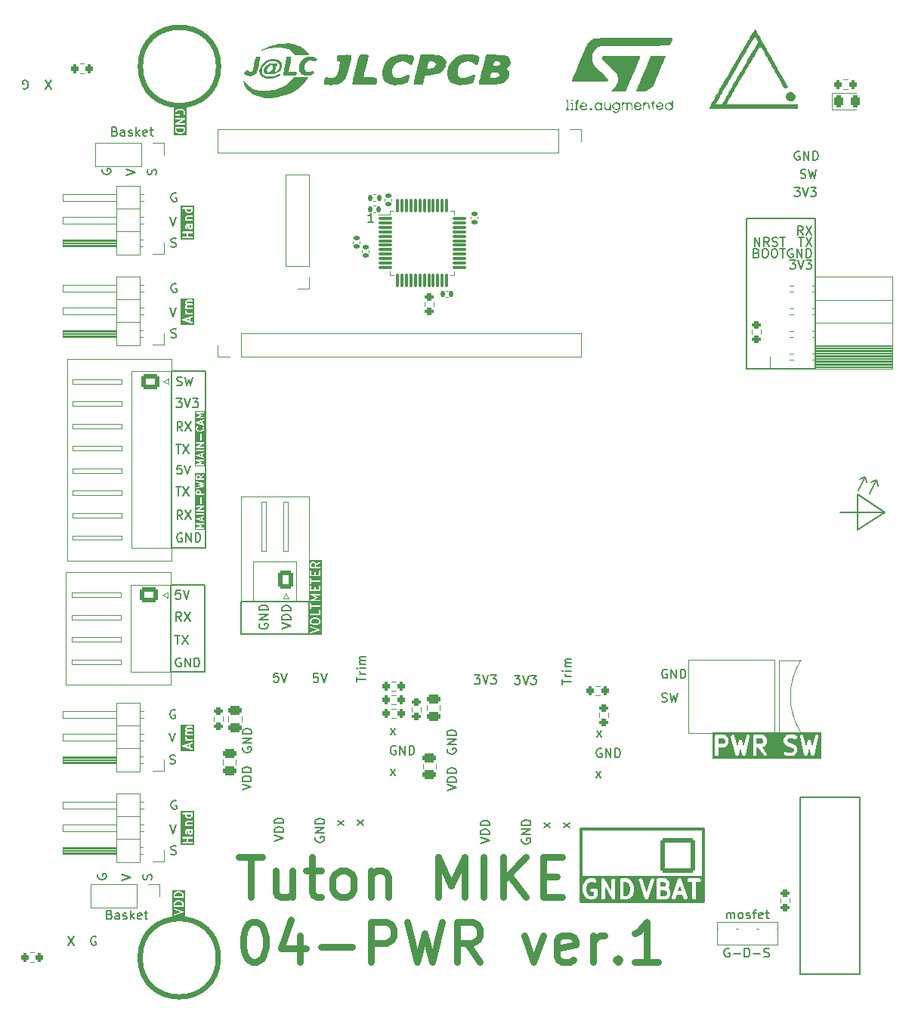
<source format=gbr>
%TF.GenerationSoftware,KiCad,Pcbnew,7.0.9*%
%TF.CreationDate,2024-12-19T20:14:40+09:00*%
%TF.ProjectId,04-PWR,30342d50-5752-42e6-9b69-6361645f7063,rev?*%
%TF.SameCoordinates,Original*%
%TF.FileFunction,Legend,Top*%
%TF.FilePolarity,Positive*%
%FSLAX46Y46*%
G04 Gerber Fmt 4.6, Leading zero omitted, Abs format (unit mm)*
G04 Created by KiCad (PCBNEW 7.0.9) date 2024-12-19 20:14:40*
%MOMM*%
%LPD*%
G01*
G04 APERTURE LIST*
G04 Aperture macros list*
%AMRoundRect*
0 Rectangle with rounded corners*
0 $1 Rounding radius*
0 $2 $3 $4 $5 $6 $7 $8 $9 X,Y pos of 4 corners*
0 Add a 4 corners polygon primitive as box body*
4,1,4,$2,$3,$4,$5,$6,$7,$8,$9,$2,$3,0*
0 Add four circle primitives for the rounded corners*
1,1,$1+$1,$2,$3*
1,1,$1+$1,$4,$5*
1,1,$1+$1,$6,$7*
1,1,$1+$1,$8,$9*
0 Add four rect primitives between the rounded corners*
20,1,$1+$1,$2,$3,$4,$5,0*
20,1,$1+$1,$4,$5,$6,$7,0*
20,1,$1+$1,$6,$7,$8,$9,0*
20,1,$1+$1,$8,$9,$2,$3,0*%
G04 Aperture macros list end*
%ADD10C,0.150000*%
%ADD11C,0.300000*%
%ADD12C,0.600000*%
%ADD13C,0.200000*%
%ADD14C,0.800000*%
%ADD15C,0.400000*%
%ADD16C,0.120000*%
%ADD17C,0.100000*%
%ADD18C,0.127000*%
%ADD19R,1.200000X3.000000*%
%ADD20R,2.000000X4.000000*%
%ADD21R,3.000000X1.200000*%
%ADD22R,1.770000X4.112100*%
%ADD23R,4.170000X1.862000*%
%ADD24R,1.200000X1.500000*%
%ADD25C,0.800000*%
%ADD26C,6.400000*%
%ADD27RoundRect,0.075000X-0.662500X-0.075000X0.662500X-0.075000X0.662500X0.075000X-0.662500X0.075000X0*%
%ADD28RoundRect,0.075000X-0.075000X-0.662500X0.075000X-0.662500X0.075000X0.662500X-0.075000X0.662500X0*%
%ADD29C,1.800000*%
%ADD30R,1.700000X1.700000*%
%ADD31O,1.700000X1.700000*%
%ADD32RoundRect,0.140000X0.140000X0.170000X-0.140000X0.170000X-0.140000X-0.170000X0.140000X-0.170000X0*%
%ADD33RoundRect,0.250000X0.475000X-0.250000X0.475000X0.250000X-0.475000X0.250000X-0.475000X-0.250000X0*%
%ADD34RoundRect,0.250000X-0.475000X0.250000X-0.475000X-0.250000X0.475000X-0.250000X0.475000X0.250000X0*%
%ADD35RoundRect,0.200000X-0.200000X-0.275000X0.200000X-0.275000X0.200000X0.275000X-0.200000X0.275000X0*%
%ADD36C,3.200000*%
%ADD37RoundRect,0.250000X-0.725000X0.600000X-0.725000X-0.600000X0.725000X-0.600000X0.725000X0.600000X0*%
%ADD38O,1.950000X1.700000*%
%ADD39RoundRect,0.200000X0.200000X0.275000X-0.200000X0.275000X-0.200000X-0.275000X0.200000X-0.275000X0*%
%ADD40RoundRect,0.200000X0.275000X-0.200000X0.275000X0.200000X-0.275000X0.200000X-0.275000X-0.200000X0*%
%ADD41C,2.604000*%
%ADD42C,1.524000*%
%ADD43RoundRect,0.140000X-0.170000X0.140000X-0.170000X-0.140000X0.170000X-0.140000X0.170000X0.140000X0*%
%ADD44RoundRect,0.140000X0.170000X-0.140000X0.170000X0.140000X-0.170000X0.140000X-0.170000X-0.140000X0*%
%ADD45RoundRect,0.200000X-0.275000X0.200000X-0.275000X-0.200000X0.275000X-0.200000X0.275000X0.200000X0*%
%ADD46RoundRect,0.243750X-0.243750X-0.456250X0.243750X-0.456250X0.243750X0.456250X-0.243750X0.456250X0*%
%ADD47RoundRect,0.250000X0.600000X0.750000X-0.600000X0.750000X-0.600000X-0.750000X0.600000X-0.750000X0*%
%ADD48O,1.700000X2.000000*%
%ADD49R,1.717500X1.800000*%
%ADD50O,1.717500X1.800000*%
%ADD51RoundRect,0.250002X1.699998X1.699998X-1.699998X1.699998X-1.699998X-1.699998X1.699998X-1.699998X0*%
%ADD52C,3.900000*%
%ADD53RoundRect,0.135000X0.135000X0.185000X-0.135000X0.185000X-0.135000X-0.185000X0.135000X-0.185000X0*%
G04 APERTURE END LIST*
D10*
X159512000Y-67056000D02*
X167285000Y-67056000D01*
X167285000Y-83920000D01*
X159512000Y-83920000D01*
X159512000Y-67056000D01*
D11*
X140970000Y-135509000D02*
X154686000Y-135509000D01*
X154686000Y-143637000D01*
X140970000Y-143637000D01*
X140970000Y-135509000D01*
D10*
X95014000Y-108140000D02*
X98806000Y-108140000D01*
X98806000Y-117920000D01*
X95014000Y-117920000D01*
X95014000Y-108140000D01*
X172085000Y-97536000D02*
X172847000Y-96012000D01*
D12*
X100380800Y-50063400D02*
G75*
G03*
X100380800Y-50063400I-4384720J0D01*
G01*
X100355400Y-149936200D02*
G75*
G03*
X100355400Y-149936200I-4384720J0D01*
G01*
D10*
X174117000Y-96393000D02*
X174244000Y-97028000D01*
X173355000Y-97917000D02*
X174117000Y-96393000D01*
X172847000Y-96012000D02*
X172212000Y-96266000D01*
X172000000Y-102000000D02*
X175006000Y-100000000D01*
X175006000Y-100000000D02*
X172000000Y-98000000D01*
X174117000Y-96393000D02*
X173482000Y-96647000D01*
X174244000Y-97028000D02*
X174117000Y-96393000D01*
X172000000Y-98000000D02*
X172000000Y-102000000D01*
X102870000Y-110000000D02*
X110490000Y-110000000D01*
X110490000Y-113665000D01*
X102870000Y-113665000D01*
X102870000Y-110000000D01*
X95120000Y-84230000D02*
X98933000Y-84230000D01*
X98933000Y-104013000D01*
X95120000Y-104013000D01*
X95120000Y-84230000D01*
X172847000Y-96012000D02*
X172974000Y-96647000D01*
X170000000Y-100000000D02*
X175006000Y-100000000D01*
X172974000Y-96647000D02*
X172847000Y-96012000D01*
D13*
X120222682Y-126219638D02*
X120127444Y-126172019D01*
X120127444Y-126172019D02*
X119984587Y-126172019D01*
X119984587Y-126172019D02*
X119841730Y-126219638D01*
X119841730Y-126219638D02*
X119746492Y-126314876D01*
X119746492Y-126314876D02*
X119698873Y-126410114D01*
X119698873Y-126410114D02*
X119651254Y-126600590D01*
X119651254Y-126600590D02*
X119651254Y-126743447D01*
X119651254Y-126743447D02*
X119698873Y-126933923D01*
X119698873Y-126933923D02*
X119746492Y-127029161D01*
X119746492Y-127029161D02*
X119841730Y-127124400D01*
X119841730Y-127124400D02*
X119984587Y-127172019D01*
X119984587Y-127172019D02*
X120079825Y-127172019D01*
X120079825Y-127172019D02*
X120222682Y-127124400D01*
X120222682Y-127124400D02*
X120270301Y-127076780D01*
X120270301Y-127076780D02*
X120270301Y-126743447D01*
X120270301Y-126743447D02*
X120079825Y-126743447D01*
X120698873Y-127172019D02*
X120698873Y-126172019D01*
X120698873Y-126172019D02*
X121270301Y-127172019D01*
X121270301Y-127172019D02*
X121270301Y-126172019D01*
X121746492Y-127172019D02*
X121746492Y-126172019D01*
X121746492Y-126172019D02*
X121984587Y-126172019D01*
X121984587Y-126172019D02*
X122127444Y-126219638D01*
X122127444Y-126219638D02*
X122222682Y-126314876D01*
X122222682Y-126314876D02*
X122270301Y-126410114D01*
X122270301Y-126410114D02*
X122317920Y-126600590D01*
X122317920Y-126600590D02*
X122317920Y-126743447D01*
X122317920Y-126743447D02*
X122270301Y-126933923D01*
X122270301Y-126933923D02*
X122222682Y-127029161D01*
X122222682Y-127029161D02*
X122127444Y-127124400D01*
X122127444Y-127124400D02*
X121984587Y-127172019D01*
X121984587Y-127172019D02*
X121746492Y-127172019D01*
X86875838Y-140584517D02*
X86828219Y-140679755D01*
X86828219Y-140679755D02*
X86828219Y-140822612D01*
X86828219Y-140822612D02*
X86875838Y-140965469D01*
X86875838Y-140965469D02*
X86971076Y-141060707D01*
X86971076Y-141060707D02*
X87066314Y-141108326D01*
X87066314Y-141108326D02*
X87256790Y-141155945D01*
X87256790Y-141155945D02*
X87399647Y-141155945D01*
X87399647Y-141155945D02*
X87590123Y-141108326D01*
X87590123Y-141108326D02*
X87685361Y-141060707D01*
X87685361Y-141060707D02*
X87780600Y-140965469D01*
X87780600Y-140965469D02*
X87828219Y-140822612D01*
X87828219Y-140822612D02*
X87828219Y-140727374D01*
X87828219Y-140727374D02*
X87780600Y-140584517D01*
X87780600Y-140584517D02*
X87732980Y-140536898D01*
X87732980Y-140536898D02*
X87399647Y-140536898D01*
X87399647Y-140536898D02*
X87399647Y-140727374D01*
X137484419Y-135361564D02*
X136817752Y-134837755D01*
X136817752Y-135361564D02*
X137484419Y-134837755D01*
X165476707Y-59620838D02*
X165381469Y-59573219D01*
X165381469Y-59573219D02*
X165238612Y-59573219D01*
X165238612Y-59573219D02*
X165095755Y-59620838D01*
X165095755Y-59620838D02*
X165000517Y-59716076D01*
X165000517Y-59716076D02*
X164952898Y-59811314D01*
X164952898Y-59811314D02*
X164905279Y-60001790D01*
X164905279Y-60001790D02*
X164905279Y-60144647D01*
X164905279Y-60144647D02*
X164952898Y-60335123D01*
X164952898Y-60335123D02*
X165000517Y-60430361D01*
X165000517Y-60430361D02*
X165095755Y-60525600D01*
X165095755Y-60525600D02*
X165238612Y-60573219D01*
X165238612Y-60573219D02*
X165333850Y-60573219D01*
X165333850Y-60573219D02*
X165476707Y-60525600D01*
X165476707Y-60525600D02*
X165524326Y-60477980D01*
X165524326Y-60477980D02*
X165524326Y-60144647D01*
X165524326Y-60144647D02*
X165333850Y-60144647D01*
X165952898Y-60573219D02*
X165952898Y-59573219D01*
X165952898Y-59573219D02*
X166524326Y-60573219D01*
X166524326Y-60573219D02*
X166524326Y-59573219D01*
X167000517Y-60573219D02*
X167000517Y-59573219D01*
X167000517Y-59573219D02*
X167238612Y-59573219D01*
X167238612Y-59573219D02*
X167381469Y-59620838D01*
X167381469Y-59620838D02*
X167476707Y-59716076D01*
X167476707Y-59716076D02*
X167524326Y-59811314D01*
X167524326Y-59811314D02*
X167571945Y-60001790D01*
X167571945Y-60001790D02*
X167571945Y-60144647D01*
X167571945Y-60144647D02*
X167524326Y-60335123D01*
X167524326Y-60335123D02*
X167476707Y-60430361D01*
X167476707Y-60430361D02*
X167381469Y-60525600D01*
X167381469Y-60525600D02*
X167238612Y-60573219D01*
X167238612Y-60573219D02*
X167000517Y-60573219D01*
X95476816Y-113802219D02*
X96048244Y-113802219D01*
X95762530Y-114802219D02*
X95762530Y-113802219D01*
X96286340Y-113802219D02*
X96953006Y-114802219D01*
X96953006Y-113802219D02*
X96286340Y-114802219D01*
X164889374Y-63637219D02*
X165508421Y-63637219D01*
X165508421Y-63637219D02*
X165175088Y-64018171D01*
X165175088Y-64018171D02*
X165317945Y-64018171D01*
X165317945Y-64018171D02*
X165413183Y-64065790D01*
X165413183Y-64065790D02*
X165460802Y-64113409D01*
X165460802Y-64113409D02*
X165508421Y-64208647D01*
X165508421Y-64208647D02*
X165508421Y-64446742D01*
X165508421Y-64446742D02*
X165460802Y-64541980D01*
X165460802Y-64541980D02*
X165413183Y-64589600D01*
X165413183Y-64589600D02*
X165317945Y-64637219D01*
X165317945Y-64637219D02*
X165032231Y-64637219D01*
X165032231Y-64637219D02*
X164936993Y-64589600D01*
X164936993Y-64589600D02*
X164889374Y-64541980D01*
X165794136Y-63637219D02*
X166127469Y-64637219D01*
X166127469Y-64637219D02*
X166460802Y-63637219D01*
X166698898Y-63637219D02*
X167317945Y-63637219D01*
X167317945Y-63637219D02*
X166984612Y-64018171D01*
X166984612Y-64018171D02*
X167127469Y-64018171D01*
X167127469Y-64018171D02*
X167222707Y-64065790D01*
X167222707Y-64065790D02*
X167270326Y-64113409D01*
X167270326Y-64113409D02*
X167317945Y-64208647D01*
X167317945Y-64208647D02*
X167317945Y-64446742D01*
X167317945Y-64446742D02*
X167270326Y-64541980D01*
X167270326Y-64541980D02*
X167222707Y-64589600D01*
X167222707Y-64589600D02*
X167127469Y-64637219D01*
X167127469Y-64637219D02*
X166841755Y-64637219D01*
X166841755Y-64637219D02*
X166746517Y-64589600D01*
X166746517Y-64589600D02*
X166698898Y-64541980D01*
X134398438Y-136596717D02*
X134350819Y-136691955D01*
X134350819Y-136691955D02*
X134350819Y-136834812D01*
X134350819Y-136834812D02*
X134398438Y-136977669D01*
X134398438Y-136977669D02*
X134493676Y-137072907D01*
X134493676Y-137072907D02*
X134588914Y-137120526D01*
X134588914Y-137120526D02*
X134779390Y-137168145D01*
X134779390Y-137168145D02*
X134922247Y-137168145D01*
X134922247Y-137168145D02*
X135112723Y-137120526D01*
X135112723Y-137120526D02*
X135207961Y-137072907D01*
X135207961Y-137072907D02*
X135303200Y-136977669D01*
X135303200Y-136977669D02*
X135350819Y-136834812D01*
X135350819Y-136834812D02*
X135350819Y-136739574D01*
X135350819Y-136739574D02*
X135303200Y-136596717D01*
X135303200Y-136596717D02*
X135255580Y-136549098D01*
X135255580Y-136549098D02*
X134922247Y-136549098D01*
X134922247Y-136549098D02*
X134922247Y-136739574D01*
X135350819Y-136120526D02*
X134350819Y-136120526D01*
X134350819Y-136120526D02*
X135350819Y-135549098D01*
X135350819Y-135549098D02*
X134350819Y-135549098D01*
X135350819Y-135072907D02*
X134350819Y-135072907D01*
X134350819Y-135072907D02*
X134350819Y-134834812D01*
X134350819Y-134834812D02*
X134398438Y-134691955D01*
X134398438Y-134691955D02*
X134493676Y-134596717D01*
X134493676Y-134596717D02*
X134588914Y-134549098D01*
X134588914Y-134549098D02*
X134779390Y-134501479D01*
X134779390Y-134501479D02*
X134922247Y-134501479D01*
X134922247Y-134501479D02*
X135112723Y-134549098D01*
X135112723Y-134549098D02*
X135207961Y-134596717D01*
X135207961Y-134596717D02*
X135303200Y-134691955D01*
X135303200Y-134691955D02*
X135350819Y-134834812D01*
X135350819Y-134834812D02*
X135350819Y-135072907D01*
X114421219Y-135082164D02*
X113754552Y-134558355D01*
X113754552Y-135082164D02*
X114421219Y-134558355D01*
X81613332Y-52617780D02*
X80946666Y-51617780D01*
X80946666Y-52617780D02*
X81613332Y-51617780D01*
X95651435Y-87284619D02*
X96270482Y-87284619D01*
X96270482Y-87284619D02*
X95937149Y-87665571D01*
X95937149Y-87665571D02*
X96080006Y-87665571D01*
X96080006Y-87665571D02*
X96175244Y-87713190D01*
X96175244Y-87713190D02*
X96222863Y-87760809D01*
X96222863Y-87760809D02*
X96270482Y-87856047D01*
X96270482Y-87856047D02*
X96270482Y-88094142D01*
X96270482Y-88094142D02*
X96222863Y-88189380D01*
X96222863Y-88189380D02*
X96175244Y-88237000D01*
X96175244Y-88237000D02*
X96080006Y-88284619D01*
X96080006Y-88284619D02*
X95794292Y-88284619D01*
X95794292Y-88284619D02*
X95699054Y-88237000D01*
X95699054Y-88237000D02*
X95651435Y-88189380D01*
X96556197Y-87284619D02*
X96889530Y-88284619D01*
X96889530Y-88284619D02*
X97222863Y-87284619D01*
X97460959Y-87284619D02*
X98080006Y-87284619D01*
X98080006Y-87284619D02*
X97746673Y-87665571D01*
X97746673Y-87665571D02*
X97889530Y-87665571D01*
X97889530Y-87665571D02*
X97984768Y-87713190D01*
X97984768Y-87713190D02*
X98032387Y-87760809D01*
X98032387Y-87760809D02*
X98080006Y-87856047D01*
X98080006Y-87856047D02*
X98080006Y-88094142D01*
X98080006Y-88094142D02*
X98032387Y-88189380D01*
X98032387Y-88189380D02*
X97984768Y-88237000D01*
X97984768Y-88237000D02*
X97889530Y-88284619D01*
X97889530Y-88284619D02*
X97603816Y-88284619D01*
X97603816Y-88284619D02*
X97508578Y-88237000D01*
X97508578Y-88237000D02*
X97460959Y-88189380D01*
X78478095Y-52570161D02*
X78573333Y-52617780D01*
X78573333Y-52617780D02*
X78716190Y-52617780D01*
X78716190Y-52617780D02*
X78859047Y-52570161D01*
X78859047Y-52570161D02*
X78954285Y-52474923D01*
X78954285Y-52474923D02*
X79001904Y-52379685D01*
X79001904Y-52379685D02*
X79049523Y-52189209D01*
X79049523Y-52189209D02*
X79049523Y-52046352D01*
X79049523Y-52046352D02*
X79001904Y-51855876D01*
X79001904Y-51855876D02*
X78954285Y-51760638D01*
X78954285Y-51760638D02*
X78859047Y-51665400D01*
X78859047Y-51665400D02*
X78716190Y-51617780D01*
X78716190Y-51617780D02*
X78620952Y-51617780D01*
X78620952Y-51617780D02*
X78478095Y-51665400D01*
X78478095Y-51665400D02*
X78430476Y-51713019D01*
X78430476Y-51713019D02*
X78430476Y-52046352D01*
X78430476Y-52046352D02*
X78620952Y-52046352D01*
X95064054Y-70254600D02*
X95206911Y-70302219D01*
X95206911Y-70302219D02*
X95445006Y-70302219D01*
X95445006Y-70302219D02*
X95540244Y-70254600D01*
X95540244Y-70254600D02*
X95587863Y-70206980D01*
X95587863Y-70206980D02*
X95635482Y-70111742D01*
X95635482Y-70111742D02*
X95635482Y-70016504D01*
X95635482Y-70016504D02*
X95587863Y-69921266D01*
X95587863Y-69921266D02*
X95540244Y-69873647D01*
X95540244Y-69873647D02*
X95445006Y-69826028D01*
X95445006Y-69826028D02*
X95254530Y-69778409D01*
X95254530Y-69778409D02*
X95159292Y-69730790D01*
X95159292Y-69730790D02*
X95111673Y-69683171D01*
X95111673Y-69683171D02*
X95064054Y-69587933D01*
X95064054Y-69587933D02*
X95064054Y-69492695D01*
X95064054Y-69492695D02*
X95111673Y-69397457D01*
X95111673Y-69397457D02*
X95159292Y-69349838D01*
X95159292Y-69349838D02*
X95254530Y-69302219D01*
X95254530Y-69302219D02*
X95492625Y-69302219D01*
X95492625Y-69302219D02*
X95635482Y-69349838D01*
X165381374Y-69225219D02*
X165952802Y-69225219D01*
X165667088Y-70225219D02*
X165667088Y-69225219D01*
X166190898Y-69225219D02*
X166857564Y-70225219D01*
X166857564Y-69225219D02*
X166190898Y-70225219D01*
X95635482Y-64269838D02*
X95540244Y-64222219D01*
X95540244Y-64222219D02*
X95397387Y-64222219D01*
X95397387Y-64222219D02*
X95254530Y-64269838D01*
X95254530Y-64269838D02*
X95159292Y-64365076D01*
X95159292Y-64365076D02*
X95111673Y-64460314D01*
X95111673Y-64460314D02*
X95064054Y-64650790D01*
X95064054Y-64650790D02*
X95064054Y-64793647D01*
X95064054Y-64793647D02*
X95111673Y-64984123D01*
X95111673Y-64984123D02*
X95159292Y-65079361D01*
X95159292Y-65079361D02*
X95254530Y-65174600D01*
X95254530Y-65174600D02*
X95397387Y-65222219D01*
X95397387Y-65222219D02*
X95492625Y-65222219D01*
X95492625Y-65222219D02*
X95635482Y-65174600D01*
X95635482Y-65174600D02*
X95683101Y-65126980D01*
X95683101Y-65126980D02*
X95683101Y-64793647D01*
X95683101Y-64793647D02*
X95492625Y-64793647D01*
X94968816Y-66939219D02*
X95302149Y-67939219D01*
X95302149Y-67939219D02*
X95635482Y-66939219D01*
G36*
X97303219Y-135686981D02*
G01*
X97303219Y-135877862D01*
X97281064Y-135922171D01*
X97236754Y-135944326D01*
X97188730Y-135944326D01*
X97144421Y-135922171D01*
X97122266Y-135877861D01*
X97122266Y-135668136D01*
X97293796Y-135668136D01*
X97303219Y-135686981D01*
G37*
G36*
X97303219Y-133877457D02*
G01*
X97303219Y-134020719D01*
X97273414Y-134080328D01*
X97248746Y-134104995D01*
X97189135Y-134134802D01*
X96950635Y-134134802D01*
X96891025Y-134104997D01*
X96866357Y-134080328D01*
X96836552Y-134020718D01*
X96836552Y-133877457D01*
X96845975Y-133858612D01*
X97293796Y-133858612D01*
X97303219Y-133877457D01*
G37*
G36*
X97646076Y-137287183D02*
G01*
X96165256Y-137287183D01*
X96165256Y-137075228D01*
X96308113Y-137075228D01*
X96344440Y-137125228D01*
X96403219Y-137144326D01*
X97403219Y-137144326D01*
X97461998Y-137125228D01*
X97498325Y-137075228D01*
X97498325Y-137013424D01*
X97461998Y-136963424D01*
X97403219Y-136944326D01*
X96979409Y-136944326D01*
X96979409Y-136572898D01*
X97403219Y-136572898D01*
X97461998Y-136553800D01*
X97498325Y-136503800D01*
X97498325Y-136441996D01*
X97461998Y-136391996D01*
X97403219Y-136372898D01*
X96403219Y-136372898D01*
X96344440Y-136391996D01*
X96308113Y-136441996D01*
X96308113Y-136503800D01*
X96344440Y-136553800D01*
X96403219Y-136572898D01*
X96779409Y-136572898D01*
X96779409Y-136944326D01*
X96403219Y-136944326D01*
X96344440Y-136963424D01*
X96308113Y-137013424D01*
X96308113Y-137075228D01*
X96165256Y-137075228D01*
X96165256Y-135901469D01*
X96636552Y-135901469D01*
X96643675Y-135923392D01*
X96647109Y-135946190D01*
X96694728Y-136041428D01*
X96738097Y-136085461D01*
X96799064Y-136095592D01*
X96854343Y-136067952D01*
X96882819Y-136013100D01*
X96873614Y-135951985D01*
X96836552Y-135877861D01*
X96836552Y-135734600D01*
X96858707Y-135690290D01*
X96903016Y-135668136D01*
X96912843Y-135668136D01*
X96922266Y-135686981D01*
X96922266Y-135901469D01*
X96929389Y-135923392D01*
X96932823Y-135946190D01*
X96980442Y-136041428D01*
X96981000Y-136041994D01*
X96981131Y-136042781D01*
X97002633Y-136063958D01*
X97023811Y-136085461D01*
X97024597Y-136085591D01*
X97025164Y-136086150D01*
X97120401Y-136133769D01*
X97143199Y-136137202D01*
X97165123Y-136144326D01*
X97260361Y-136144326D01*
X97282284Y-136137202D01*
X97305082Y-136133769D01*
X97400321Y-136086150D01*
X97400887Y-136085591D01*
X97401674Y-136085461D01*
X97422835Y-136063975D01*
X97444354Y-136042782D01*
X97444484Y-136041994D01*
X97445043Y-136041428D01*
X97492662Y-135946191D01*
X97496095Y-135923392D01*
X97503219Y-135901469D01*
X97503219Y-135663374D01*
X97496095Y-135641450D01*
X97492662Y-135618652D01*
X97489161Y-135611650D01*
X97498325Y-135599038D01*
X97498325Y-135537234D01*
X97461998Y-135487234D01*
X97403219Y-135468136D01*
X96879409Y-135468136D01*
X96857485Y-135475259D01*
X96834687Y-135478693D01*
X96739450Y-135526312D01*
X96738883Y-135526870D01*
X96738097Y-135527001D01*
X96716919Y-135548503D01*
X96695417Y-135569681D01*
X96695286Y-135570467D01*
X96694728Y-135571034D01*
X96647109Y-135666272D01*
X96643675Y-135689069D01*
X96636552Y-135710993D01*
X96636552Y-135901469D01*
X96165256Y-135901469D01*
X96165256Y-134949088D01*
X96636552Y-134949088D01*
X96643675Y-134971011D01*
X96647109Y-134993809D01*
X96664713Y-135029017D01*
X96641446Y-135061043D01*
X96641446Y-135122847D01*
X96677773Y-135172847D01*
X96736552Y-135191945D01*
X97403219Y-135191945D01*
X97461998Y-135172847D01*
X97498325Y-135122847D01*
X97498325Y-135061043D01*
X97461998Y-135011043D01*
X97403219Y-134991945D01*
X96873212Y-134991945D01*
X96866357Y-134985090D01*
X96836552Y-134925480D01*
X96836552Y-134829838D01*
X96858707Y-134785528D01*
X96903016Y-134763374D01*
X97403219Y-134763374D01*
X97461998Y-134744276D01*
X97498325Y-134694276D01*
X97498325Y-134632472D01*
X97461998Y-134582472D01*
X97403219Y-134563374D01*
X96879409Y-134563374D01*
X96857485Y-134570497D01*
X96834687Y-134573931D01*
X96739450Y-134621550D01*
X96738883Y-134622108D01*
X96738097Y-134622239D01*
X96716919Y-134643741D01*
X96695417Y-134664919D01*
X96695286Y-134665705D01*
X96694728Y-134666272D01*
X96647109Y-134761510D01*
X96643675Y-134784307D01*
X96636552Y-134806231D01*
X96636552Y-134949088D01*
X96165256Y-134949088D01*
X96165256Y-133789514D01*
X96308113Y-133789514D01*
X96344440Y-133839514D01*
X96403219Y-133858612D01*
X96636552Y-133858612D01*
X96636552Y-134044326D01*
X96643675Y-134066249D01*
X96647109Y-134089047D01*
X96694728Y-134184285D01*
X96706101Y-134195832D01*
X96713460Y-134210275D01*
X96761079Y-134257893D01*
X96775520Y-134265251D01*
X96787069Y-134276626D01*
X96882306Y-134324245D01*
X96905104Y-134327678D01*
X96927028Y-134334802D01*
X97212742Y-134334802D01*
X97234665Y-134327678D01*
X97257463Y-134324245D01*
X97352701Y-134276626D01*
X97364248Y-134265252D01*
X97378690Y-134257894D01*
X97426310Y-134210276D01*
X97433669Y-134195832D01*
X97445043Y-134184285D01*
X97492662Y-134089048D01*
X97496095Y-134066249D01*
X97503219Y-134044326D01*
X97503219Y-133853850D01*
X97496095Y-133831926D01*
X97492662Y-133809128D01*
X97489161Y-133802126D01*
X97498325Y-133789514D01*
X97498325Y-133727710D01*
X97461998Y-133677710D01*
X97403219Y-133658612D01*
X96403219Y-133658612D01*
X96344440Y-133677710D01*
X96308113Y-133727710D01*
X96308113Y-133789514D01*
X96165256Y-133789514D01*
X96165256Y-133515755D01*
X97646076Y-133515755D01*
X97646076Y-137287183D01*
G37*
X96270482Y-102394438D02*
X96175244Y-102346819D01*
X96175244Y-102346819D02*
X96032387Y-102346819D01*
X96032387Y-102346819D02*
X95889530Y-102394438D01*
X95889530Y-102394438D02*
X95794292Y-102489676D01*
X95794292Y-102489676D02*
X95746673Y-102584914D01*
X95746673Y-102584914D02*
X95699054Y-102775390D01*
X95699054Y-102775390D02*
X95699054Y-102918247D01*
X95699054Y-102918247D02*
X95746673Y-103108723D01*
X95746673Y-103108723D02*
X95794292Y-103203961D01*
X95794292Y-103203961D02*
X95889530Y-103299200D01*
X95889530Y-103299200D02*
X96032387Y-103346819D01*
X96032387Y-103346819D02*
X96127625Y-103346819D01*
X96127625Y-103346819D02*
X96270482Y-103299200D01*
X96270482Y-103299200D02*
X96318101Y-103251580D01*
X96318101Y-103251580D02*
X96318101Y-102918247D01*
X96318101Y-102918247D02*
X96127625Y-102918247D01*
X96746673Y-103346819D02*
X96746673Y-102346819D01*
X96746673Y-102346819D02*
X97318101Y-103346819D01*
X97318101Y-103346819D02*
X97318101Y-102346819D01*
X97794292Y-103346819D02*
X97794292Y-102346819D01*
X97794292Y-102346819D02*
X98032387Y-102346819D01*
X98032387Y-102346819D02*
X98175244Y-102394438D01*
X98175244Y-102394438D02*
X98270482Y-102489676D01*
X98270482Y-102489676D02*
X98318101Y-102584914D01*
X98318101Y-102584914D02*
X98365720Y-102775390D01*
X98365720Y-102775390D02*
X98365720Y-102918247D01*
X98365720Y-102918247D02*
X98318101Y-103108723D01*
X98318101Y-103108723D02*
X98270482Y-103203961D01*
X98270482Y-103203961D02*
X98175244Y-103299200D01*
X98175244Y-103299200D02*
X98032387Y-103346819D01*
X98032387Y-103346819D02*
X97794292Y-103346819D01*
X93368600Y-62161945D02*
X93416219Y-62019088D01*
X93416219Y-62019088D02*
X93416219Y-61780993D01*
X93416219Y-61780993D02*
X93368600Y-61685755D01*
X93368600Y-61685755D02*
X93320980Y-61638136D01*
X93320980Y-61638136D02*
X93225742Y-61590517D01*
X93225742Y-61590517D02*
X93130504Y-61590517D01*
X93130504Y-61590517D02*
X93035266Y-61638136D01*
X93035266Y-61638136D02*
X92987647Y-61685755D01*
X92987647Y-61685755D02*
X92940028Y-61780993D01*
X92940028Y-61780993D02*
X92892409Y-61971469D01*
X92892409Y-61971469D02*
X92844790Y-62066707D01*
X92844790Y-62066707D02*
X92797171Y-62114326D01*
X92797171Y-62114326D02*
X92701933Y-62161945D01*
X92701933Y-62161945D02*
X92606695Y-62161945D01*
X92606695Y-62161945D02*
X92511457Y-62114326D01*
X92511457Y-62114326D02*
X92463838Y-62066707D01*
X92463838Y-62066707D02*
X92416219Y-61971469D01*
X92416219Y-61971469D02*
X92416219Y-61733374D01*
X92416219Y-61733374D02*
X92463838Y-61590517D01*
X86621904Y-147581838D02*
X86526666Y-147534219D01*
X86526666Y-147534219D02*
X86383809Y-147534219D01*
X86383809Y-147534219D02*
X86240952Y-147581838D01*
X86240952Y-147581838D02*
X86145714Y-147677076D01*
X86145714Y-147677076D02*
X86098095Y-147772314D01*
X86098095Y-147772314D02*
X86050476Y-147962790D01*
X86050476Y-147962790D02*
X86050476Y-148105647D01*
X86050476Y-148105647D02*
X86098095Y-148296123D01*
X86098095Y-148296123D02*
X86145714Y-148391361D01*
X86145714Y-148391361D02*
X86240952Y-148486600D01*
X86240952Y-148486600D02*
X86383809Y-148534219D01*
X86383809Y-148534219D02*
X86479047Y-148534219D01*
X86479047Y-148534219D02*
X86621904Y-148486600D01*
X86621904Y-148486600D02*
X86669523Y-148438980D01*
X86669523Y-148438980D02*
X86669523Y-148105647D01*
X86669523Y-148105647D02*
X86479047Y-148105647D01*
X95699054Y-85798600D02*
X95841911Y-85846219D01*
X95841911Y-85846219D02*
X96080006Y-85846219D01*
X96080006Y-85846219D02*
X96175244Y-85798600D01*
X96175244Y-85798600D02*
X96222863Y-85750980D01*
X96222863Y-85750980D02*
X96270482Y-85655742D01*
X96270482Y-85655742D02*
X96270482Y-85560504D01*
X96270482Y-85560504D02*
X96222863Y-85465266D01*
X96222863Y-85465266D02*
X96175244Y-85417647D01*
X96175244Y-85417647D02*
X96080006Y-85370028D01*
X96080006Y-85370028D02*
X95889530Y-85322409D01*
X95889530Y-85322409D02*
X95794292Y-85274790D01*
X95794292Y-85274790D02*
X95746673Y-85227171D01*
X95746673Y-85227171D02*
X95699054Y-85131933D01*
X95699054Y-85131933D02*
X95699054Y-85036695D01*
X95699054Y-85036695D02*
X95746673Y-84941457D01*
X95746673Y-84941457D02*
X95794292Y-84893838D01*
X95794292Y-84893838D02*
X95889530Y-84846219D01*
X95889530Y-84846219D02*
X96127625Y-84846219D01*
X96127625Y-84846219D02*
X96270482Y-84893838D01*
X96603816Y-84846219D02*
X96841911Y-85846219D01*
X96841911Y-85846219D02*
X97032387Y-85131933D01*
X97032387Y-85131933D02*
X97222863Y-85846219D01*
X97222863Y-85846219D02*
X97460959Y-84846219D01*
X96143482Y-116389838D02*
X96048244Y-116342219D01*
X96048244Y-116342219D02*
X95905387Y-116342219D01*
X95905387Y-116342219D02*
X95762530Y-116389838D01*
X95762530Y-116389838D02*
X95667292Y-116485076D01*
X95667292Y-116485076D02*
X95619673Y-116580314D01*
X95619673Y-116580314D02*
X95572054Y-116770790D01*
X95572054Y-116770790D02*
X95572054Y-116913647D01*
X95572054Y-116913647D02*
X95619673Y-117104123D01*
X95619673Y-117104123D02*
X95667292Y-117199361D01*
X95667292Y-117199361D02*
X95762530Y-117294600D01*
X95762530Y-117294600D02*
X95905387Y-117342219D01*
X95905387Y-117342219D02*
X96000625Y-117342219D01*
X96000625Y-117342219D02*
X96143482Y-117294600D01*
X96143482Y-117294600D02*
X96191101Y-117246980D01*
X96191101Y-117246980D02*
X96191101Y-116913647D01*
X96191101Y-116913647D02*
X96000625Y-116913647D01*
X96619673Y-117342219D02*
X96619673Y-116342219D01*
X96619673Y-116342219D02*
X97191101Y-117342219D01*
X97191101Y-117342219D02*
X97191101Y-116342219D01*
X97667292Y-117342219D02*
X97667292Y-116342219D01*
X97667292Y-116342219D02*
X97905387Y-116342219D01*
X97905387Y-116342219D02*
X98048244Y-116389838D01*
X98048244Y-116389838D02*
X98143482Y-116485076D01*
X98143482Y-116485076D02*
X98191101Y-116580314D01*
X98191101Y-116580314D02*
X98238720Y-116770790D01*
X98238720Y-116770790D02*
X98238720Y-116913647D01*
X98238720Y-116913647D02*
X98191101Y-117104123D01*
X98191101Y-117104123D02*
X98143482Y-117199361D01*
X98143482Y-117199361D02*
X98048244Y-117294600D01*
X98048244Y-117294600D02*
X97905387Y-117342219D01*
X97905387Y-117342219D02*
X97667292Y-117342219D01*
X139694219Y-135336164D02*
X139027552Y-134812355D01*
X139027552Y-135336164D02*
X139694219Y-134812355D01*
X90053219Y-62257183D02*
X91053219Y-61923850D01*
X91053219Y-61923850D02*
X90053219Y-61590517D01*
X89545219Y-141251183D02*
X90545219Y-140917850D01*
X90545219Y-140917850D02*
X89545219Y-140584517D01*
X143260964Y-124541980D02*
X142737155Y-125208647D01*
X143260964Y-125208647D02*
X142737155Y-124541980D01*
X107068663Y-118044019D02*
X106592473Y-118044019D01*
X106592473Y-118044019D02*
X106544854Y-118520209D01*
X106544854Y-118520209D02*
X106592473Y-118472590D01*
X106592473Y-118472590D02*
X106687711Y-118424971D01*
X106687711Y-118424971D02*
X106925806Y-118424971D01*
X106925806Y-118424971D02*
X107021044Y-118472590D01*
X107021044Y-118472590D02*
X107068663Y-118520209D01*
X107068663Y-118520209D02*
X107116282Y-118615447D01*
X107116282Y-118615447D02*
X107116282Y-118853542D01*
X107116282Y-118853542D02*
X107068663Y-118948780D01*
X107068663Y-118948780D02*
X107021044Y-118996400D01*
X107021044Y-118996400D02*
X106925806Y-119044019D01*
X106925806Y-119044019D02*
X106687711Y-119044019D01*
X106687711Y-119044019D02*
X106592473Y-118996400D01*
X106592473Y-118996400D02*
X106544854Y-118948780D01*
X107401997Y-118044019D02*
X107735330Y-119044019D01*
X107735330Y-119044019D02*
X108068663Y-118044019D01*
X160666707Y-70971409D02*
X160809564Y-71019028D01*
X160809564Y-71019028D02*
X160857183Y-71066647D01*
X160857183Y-71066647D02*
X160904802Y-71161885D01*
X160904802Y-71161885D02*
X160904802Y-71304742D01*
X160904802Y-71304742D02*
X160857183Y-71399980D01*
X160857183Y-71399980D02*
X160809564Y-71447600D01*
X160809564Y-71447600D02*
X160714326Y-71495219D01*
X160714326Y-71495219D02*
X160333374Y-71495219D01*
X160333374Y-71495219D02*
X160333374Y-70495219D01*
X160333374Y-70495219D02*
X160666707Y-70495219D01*
X160666707Y-70495219D02*
X160761945Y-70542838D01*
X160761945Y-70542838D02*
X160809564Y-70590457D01*
X160809564Y-70590457D02*
X160857183Y-70685695D01*
X160857183Y-70685695D02*
X160857183Y-70780933D01*
X160857183Y-70780933D02*
X160809564Y-70876171D01*
X160809564Y-70876171D02*
X160761945Y-70923790D01*
X160761945Y-70923790D02*
X160666707Y-70971409D01*
X160666707Y-70971409D02*
X160333374Y-70971409D01*
X161523850Y-70495219D02*
X161714326Y-70495219D01*
X161714326Y-70495219D02*
X161809564Y-70542838D01*
X161809564Y-70542838D02*
X161904802Y-70638076D01*
X161904802Y-70638076D02*
X161952421Y-70828552D01*
X161952421Y-70828552D02*
X161952421Y-71161885D01*
X161952421Y-71161885D02*
X161904802Y-71352361D01*
X161904802Y-71352361D02*
X161809564Y-71447600D01*
X161809564Y-71447600D02*
X161714326Y-71495219D01*
X161714326Y-71495219D02*
X161523850Y-71495219D01*
X161523850Y-71495219D02*
X161428612Y-71447600D01*
X161428612Y-71447600D02*
X161333374Y-71352361D01*
X161333374Y-71352361D02*
X161285755Y-71161885D01*
X161285755Y-71161885D02*
X161285755Y-70828552D01*
X161285755Y-70828552D02*
X161333374Y-70638076D01*
X161333374Y-70638076D02*
X161428612Y-70542838D01*
X161428612Y-70542838D02*
X161523850Y-70495219D01*
X162571469Y-70495219D02*
X162761945Y-70495219D01*
X162761945Y-70495219D02*
X162857183Y-70542838D01*
X162857183Y-70542838D02*
X162952421Y-70638076D01*
X162952421Y-70638076D02*
X163000040Y-70828552D01*
X163000040Y-70828552D02*
X163000040Y-71161885D01*
X163000040Y-71161885D02*
X162952421Y-71352361D01*
X162952421Y-71352361D02*
X162857183Y-71447600D01*
X162857183Y-71447600D02*
X162761945Y-71495219D01*
X162761945Y-71495219D02*
X162571469Y-71495219D01*
X162571469Y-71495219D02*
X162476231Y-71447600D01*
X162476231Y-71447600D02*
X162380993Y-71352361D01*
X162380993Y-71352361D02*
X162333374Y-71161885D01*
X162333374Y-71161885D02*
X162333374Y-70828552D01*
X162333374Y-70828552D02*
X162380993Y-70638076D01*
X162380993Y-70638076D02*
X162476231Y-70542838D01*
X162476231Y-70542838D02*
X162571469Y-70495219D01*
X163285755Y-70495219D02*
X163857183Y-70495219D01*
X163571469Y-71495219D02*
X163571469Y-70495219D01*
X95603816Y-97190619D02*
X96175244Y-97190619D01*
X95889530Y-98190619D02*
X95889530Y-97190619D01*
X96413340Y-97190619D02*
X97080006Y-98190619D01*
X97080006Y-97190619D02*
X96413340Y-98190619D01*
X143210164Y-129088580D02*
X142686355Y-129755247D01*
X143210164Y-129755247D02*
X142686355Y-129088580D01*
X157611482Y-148901838D02*
X157516244Y-148854219D01*
X157516244Y-148854219D02*
X157373387Y-148854219D01*
X157373387Y-148854219D02*
X157230530Y-148901838D01*
X157230530Y-148901838D02*
X157135292Y-148997076D01*
X157135292Y-148997076D02*
X157087673Y-149092314D01*
X157087673Y-149092314D02*
X157040054Y-149282790D01*
X157040054Y-149282790D02*
X157040054Y-149425647D01*
X157040054Y-149425647D02*
X157087673Y-149616123D01*
X157087673Y-149616123D02*
X157135292Y-149711361D01*
X157135292Y-149711361D02*
X157230530Y-149806600D01*
X157230530Y-149806600D02*
X157373387Y-149854219D01*
X157373387Y-149854219D02*
X157468625Y-149854219D01*
X157468625Y-149854219D02*
X157611482Y-149806600D01*
X157611482Y-149806600D02*
X157659101Y-149758980D01*
X157659101Y-149758980D02*
X157659101Y-149425647D01*
X157659101Y-149425647D02*
X157468625Y-149425647D01*
X158087673Y-149473266D02*
X158849578Y-149473266D01*
X159325768Y-149854219D02*
X159325768Y-148854219D01*
X159325768Y-148854219D02*
X159563863Y-148854219D01*
X159563863Y-148854219D02*
X159706720Y-148901838D01*
X159706720Y-148901838D02*
X159801958Y-148997076D01*
X159801958Y-148997076D02*
X159849577Y-149092314D01*
X159849577Y-149092314D02*
X159897196Y-149282790D01*
X159897196Y-149282790D02*
X159897196Y-149425647D01*
X159897196Y-149425647D02*
X159849577Y-149616123D01*
X159849577Y-149616123D02*
X159801958Y-149711361D01*
X159801958Y-149711361D02*
X159706720Y-149806600D01*
X159706720Y-149806600D02*
X159563863Y-149854219D01*
X159563863Y-149854219D02*
X159325768Y-149854219D01*
X160325768Y-149473266D02*
X161087673Y-149473266D01*
X161516244Y-149806600D02*
X161659101Y-149854219D01*
X161659101Y-149854219D02*
X161897196Y-149854219D01*
X161897196Y-149854219D02*
X161992434Y-149806600D01*
X161992434Y-149806600D02*
X162040053Y-149758980D01*
X162040053Y-149758980D02*
X162087672Y-149663742D01*
X162087672Y-149663742D02*
X162087672Y-149568504D01*
X162087672Y-149568504D02*
X162040053Y-149473266D01*
X162040053Y-149473266D02*
X161992434Y-149425647D01*
X161992434Y-149425647D02*
X161897196Y-149378028D01*
X161897196Y-149378028D02*
X161706720Y-149330409D01*
X161706720Y-149330409D02*
X161611482Y-149282790D01*
X161611482Y-149282790D02*
X161563863Y-149235171D01*
X161563863Y-149235171D02*
X161516244Y-149139933D01*
X161516244Y-149139933D02*
X161516244Y-149044695D01*
X161516244Y-149044695D02*
X161563863Y-148949457D01*
X161563863Y-148949457D02*
X161611482Y-148901838D01*
X161611482Y-148901838D02*
X161706720Y-148854219D01*
X161706720Y-148854219D02*
X161944815Y-148854219D01*
X161944815Y-148854219D02*
X162087672Y-148901838D01*
X107452219Y-113057183D02*
X108452219Y-112723850D01*
X108452219Y-112723850D02*
X107452219Y-112390517D01*
X108452219Y-112057183D02*
X107452219Y-112057183D01*
X107452219Y-112057183D02*
X107452219Y-111819088D01*
X107452219Y-111819088D02*
X107499838Y-111676231D01*
X107499838Y-111676231D02*
X107595076Y-111580993D01*
X107595076Y-111580993D02*
X107690314Y-111533374D01*
X107690314Y-111533374D02*
X107880790Y-111485755D01*
X107880790Y-111485755D02*
X108023647Y-111485755D01*
X108023647Y-111485755D02*
X108214123Y-111533374D01*
X108214123Y-111533374D02*
X108309361Y-111580993D01*
X108309361Y-111580993D02*
X108404600Y-111676231D01*
X108404600Y-111676231D02*
X108452219Y-111819088D01*
X108452219Y-111819088D02*
X108452219Y-112057183D01*
X108452219Y-111057183D02*
X107452219Y-111057183D01*
X107452219Y-111057183D02*
X107452219Y-110819088D01*
X107452219Y-110819088D02*
X107499838Y-110676231D01*
X107499838Y-110676231D02*
X107595076Y-110580993D01*
X107595076Y-110580993D02*
X107690314Y-110533374D01*
X107690314Y-110533374D02*
X107880790Y-110485755D01*
X107880790Y-110485755D02*
X108023647Y-110485755D01*
X108023647Y-110485755D02*
X108214123Y-110533374D01*
X108214123Y-110533374D02*
X108309361Y-110580993D01*
X108309361Y-110580993D02*
X108404600Y-110676231D01*
X108404600Y-110676231D02*
X108452219Y-110819088D01*
X108452219Y-110819088D02*
X108452219Y-111057183D01*
X120146964Y-128809180D02*
X119623155Y-129475847D01*
X120146964Y-129475847D02*
X119623155Y-128809180D01*
X103131038Y-126360517D02*
X103083419Y-126455755D01*
X103083419Y-126455755D02*
X103083419Y-126598612D01*
X103083419Y-126598612D02*
X103131038Y-126741469D01*
X103131038Y-126741469D02*
X103226276Y-126836707D01*
X103226276Y-126836707D02*
X103321514Y-126884326D01*
X103321514Y-126884326D02*
X103511990Y-126931945D01*
X103511990Y-126931945D02*
X103654847Y-126931945D01*
X103654847Y-126931945D02*
X103845323Y-126884326D01*
X103845323Y-126884326D02*
X103940561Y-126836707D01*
X103940561Y-126836707D02*
X104035800Y-126741469D01*
X104035800Y-126741469D02*
X104083419Y-126598612D01*
X104083419Y-126598612D02*
X104083419Y-126503374D01*
X104083419Y-126503374D02*
X104035800Y-126360517D01*
X104035800Y-126360517D02*
X103988180Y-126312898D01*
X103988180Y-126312898D02*
X103654847Y-126312898D01*
X103654847Y-126312898D02*
X103654847Y-126503374D01*
X104083419Y-125884326D02*
X103083419Y-125884326D01*
X103083419Y-125884326D02*
X104083419Y-125312898D01*
X104083419Y-125312898D02*
X103083419Y-125312898D01*
X104083419Y-124836707D02*
X103083419Y-124836707D01*
X103083419Y-124836707D02*
X103083419Y-124598612D01*
X103083419Y-124598612D02*
X103131038Y-124455755D01*
X103131038Y-124455755D02*
X103226276Y-124360517D01*
X103226276Y-124360517D02*
X103321514Y-124312898D01*
X103321514Y-124312898D02*
X103511990Y-124265279D01*
X103511990Y-124265279D02*
X103654847Y-124265279D01*
X103654847Y-124265279D02*
X103845323Y-124312898D01*
X103845323Y-124312898D02*
X103940561Y-124360517D01*
X103940561Y-124360517D02*
X104035800Y-124455755D01*
X104035800Y-124455755D02*
X104083419Y-124598612D01*
X104083419Y-124598612D02*
X104083419Y-124836707D01*
X96095863Y-108747619D02*
X95619673Y-108747619D01*
X95619673Y-108747619D02*
X95572054Y-109223809D01*
X95572054Y-109223809D02*
X95619673Y-109176190D01*
X95619673Y-109176190D02*
X95714911Y-109128571D01*
X95714911Y-109128571D02*
X95953006Y-109128571D01*
X95953006Y-109128571D02*
X96048244Y-109176190D01*
X96048244Y-109176190D02*
X96095863Y-109223809D01*
X96095863Y-109223809D02*
X96143482Y-109319047D01*
X96143482Y-109319047D02*
X96143482Y-109557142D01*
X96143482Y-109557142D02*
X96095863Y-109652380D01*
X96095863Y-109652380D02*
X96048244Y-109700000D01*
X96048244Y-109700000D02*
X95953006Y-109747619D01*
X95953006Y-109747619D02*
X95714911Y-109747619D01*
X95714911Y-109747619D02*
X95619673Y-109700000D01*
X95619673Y-109700000D02*
X95572054Y-109652380D01*
X96429197Y-108747619D02*
X96762530Y-109747619D01*
X96762530Y-109747619D02*
X97095863Y-108747619D01*
D10*
G36*
X98396723Y-93726591D02*
G01*
X98137465Y-93640172D01*
X98396723Y-93553753D01*
X98396723Y-93726591D01*
G37*
G36*
X98396723Y-90031354D02*
G01*
X98137465Y-89944935D01*
X98396723Y-89858516D01*
X98396723Y-90031354D01*
G37*
G36*
X98889581Y-94896125D02*
G01*
X97711009Y-94896125D01*
X97711009Y-94180021D01*
X97825578Y-94180021D01*
X97832498Y-94194872D01*
X97835343Y-94211006D01*
X97843015Y-94217444D01*
X97847246Y-94226523D01*
X97868579Y-94241470D01*
X98294369Y-94440172D01*
X97868579Y-94638875D01*
X97861498Y-94645960D01*
X97852086Y-94649386D01*
X97843893Y-94663575D01*
X97832313Y-94675163D01*
X97831442Y-94685139D01*
X97826434Y-94693815D01*
X97829279Y-94709950D01*
X97827856Y-94726272D01*
X97833603Y-94734475D01*
X97835343Y-94744339D01*
X97847893Y-94754870D01*
X97857295Y-94768288D01*
X97866969Y-94770877D01*
X97874643Y-94777316D01*
X97900295Y-94781839D01*
X98700295Y-94781839D01*
X98748504Y-94764292D01*
X98774156Y-94719863D01*
X98765247Y-94669339D01*
X98725947Y-94636362D01*
X98700295Y-94631839D01*
X98238363Y-94631839D01*
X98503440Y-94508137D01*
X98517199Y-94494369D01*
X98533147Y-94483210D01*
X98534906Y-94476651D01*
X98539706Y-94471849D01*
X98541397Y-94452455D01*
X98546440Y-94433658D01*
X98543573Y-94427505D01*
X98544163Y-94420740D01*
X98532991Y-94404795D01*
X98524772Y-94387156D01*
X98516639Y-94381458D01*
X98514724Y-94378724D01*
X98511509Y-94377863D01*
X98503439Y-94372209D01*
X98238362Y-94248506D01*
X98700295Y-94248506D01*
X98748504Y-94230959D01*
X98774156Y-94186530D01*
X98765247Y-94136006D01*
X98725947Y-94103029D01*
X98700295Y-94098506D01*
X97900295Y-94098506D01*
X97890882Y-94101931D01*
X97880905Y-94101056D01*
X97867480Y-94110449D01*
X97852086Y-94116053D01*
X97847078Y-94124725D01*
X97838871Y-94130469D01*
X97834625Y-94146294D01*
X97826434Y-94160482D01*
X97828173Y-94170346D01*
X97825578Y-94180021D01*
X97711009Y-94180021D01*
X97711009Y-93651173D01*
X97826106Y-93651173D01*
X97827134Y-93653072D01*
X97826818Y-93655208D01*
X97839236Y-93675421D01*
X97850535Y-93696287D01*
X97852542Y-93697080D01*
X97853673Y-93698920D01*
X97876578Y-93711323D01*
X98676578Y-93977990D01*
X98727862Y-93976589D01*
X98766247Y-93942552D01*
X98773772Y-93891803D01*
X98746917Y-93848090D01*
X98724012Y-93835688D01*
X98546723Y-93776591D01*
X98546723Y-93503753D01*
X98724012Y-93444657D01*
X98764198Y-93412766D01*
X98774484Y-93362505D01*
X98750056Y-93317391D01*
X98702344Y-93298534D01*
X98676578Y-93302355D01*
X97876578Y-93569021D01*
X97874886Y-93570363D01*
X97872728Y-93570422D01*
X97854966Y-93586171D01*
X97836392Y-93600912D01*
X97835959Y-93603025D01*
X97834343Y-93604459D01*
X97830862Y-93627929D01*
X97826106Y-93651173D01*
X97711009Y-93651173D01*
X97711009Y-93093815D01*
X97826434Y-93093815D01*
X97835343Y-93144339D01*
X97874643Y-93177316D01*
X97900295Y-93181839D01*
X98700295Y-93181839D01*
X98748504Y-93164292D01*
X98774156Y-93119863D01*
X98765247Y-93069339D01*
X98725947Y-93036362D01*
X98700295Y-93031839D01*
X97900295Y-93031839D01*
X97852086Y-93049386D01*
X97826434Y-93093815D01*
X97711009Y-93093815D01*
X97711009Y-92712863D01*
X97826434Y-92712863D01*
X97829790Y-92731896D01*
X97829704Y-92751224D01*
X97834138Y-92756557D01*
X97835343Y-92763387D01*
X97850149Y-92775811D01*
X97862506Y-92790671D01*
X97869329Y-92791905D01*
X97874643Y-92796364D01*
X97900295Y-92800887D01*
X98700295Y-92800887D01*
X98748504Y-92783340D01*
X98774156Y-92738911D01*
X98765247Y-92688387D01*
X98725947Y-92655410D01*
X98700295Y-92650887D01*
X98182711Y-92650887D01*
X98737505Y-92333862D01*
X98741986Y-92328569D01*
X98748504Y-92326197D01*
X98758168Y-92309457D01*
X98770657Y-92294709D01*
X98770687Y-92287774D01*
X98774156Y-92281768D01*
X98770799Y-92262734D01*
X98770886Y-92243407D01*
X98766451Y-92238073D01*
X98765247Y-92231244D01*
X98750440Y-92218819D01*
X98738084Y-92203960D01*
X98731260Y-92202725D01*
X98725947Y-92198267D01*
X98700295Y-92193744D01*
X97900295Y-92193744D01*
X97852086Y-92211291D01*
X97826434Y-92255720D01*
X97835343Y-92306244D01*
X97874643Y-92339221D01*
X97900295Y-92343744D01*
X98417879Y-92343744D01*
X97863085Y-92660769D01*
X97858603Y-92666061D01*
X97852086Y-92668434D01*
X97842421Y-92685173D01*
X97829933Y-92699922D01*
X97829902Y-92706856D01*
X97826434Y-92712863D01*
X97711009Y-92712863D01*
X97711009Y-91887792D01*
X98320533Y-91887792D01*
X98338080Y-91936001D01*
X98382509Y-91961653D01*
X98433033Y-91952744D01*
X98466010Y-91913444D01*
X98470533Y-91887792D01*
X98470533Y-91278269D01*
X98452986Y-91230060D01*
X98408557Y-91204408D01*
X98358033Y-91213317D01*
X98325056Y-91252617D01*
X98320533Y-91278269D01*
X98320533Y-91887792D01*
X97711009Y-91887792D01*
X97711009Y-90668745D01*
X97825295Y-90668745D01*
X97825855Y-90670283D01*
X97829144Y-90692462D01*
X97867239Y-90806748D01*
X97870026Y-90810260D01*
X97870417Y-90814727D01*
X97885357Y-90836064D01*
X97961547Y-90912254D01*
X97963028Y-90912944D01*
X97981039Y-90926303D01*
X98057230Y-90964398D01*
X98060756Y-90964803D01*
X98072580Y-90970077D01*
X98224962Y-91008173D01*
X98228410Y-91007812D01*
X98243152Y-91010412D01*
X98357438Y-91010412D01*
X98360695Y-91009226D01*
X98375629Y-91008173D01*
X98528010Y-90970077D01*
X98530955Y-90968087D01*
X98543360Y-90964398D01*
X98619550Y-90926303D01*
X98620673Y-90925116D01*
X98639042Y-90912254D01*
X98715233Y-90836064D01*
X98717127Y-90832000D01*
X98720949Y-90829653D01*
X98733351Y-90806748D01*
X98771446Y-90692462D01*
X98771401Y-90690827D01*
X98775295Y-90668745D01*
X98775295Y-90592554D01*
X98774734Y-90591015D01*
X98771446Y-90568837D01*
X98733351Y-90454552D01*
X98730564Y-90451041D01*
X98730174Y-90446573D01*
X98715233Y-90425236D01*
X98677137Y-90387140D01*
X98630640Y-90365459D01*
X98581086Y-90378736D01*
X98551659Y-90420762D01*
X98556131Y-90471869D01*
X98571071Y-90493206D01*
X98596648Y-90518783D01*
X98625295Y-90604724D01*
X98625295Y-90656575D01*
X98596648Y-90742516D01*
X98541582Y-90797581D01*
X98483642Y-90826551D01*
X98348203Y-90860412D01*
X98252387Y-90860412D01*
X98116945Y-90826551D01*
X98059006Y-90797581D01*
X98003942Y-90742517D01*
X97975295Y-90656575D01*
X97975295Y-90604724D01*
X98003942Y-90518782D01*
X98029519Y-90493205D01*
X98051199Y-90446709D01*
X98037921Y-90397154D01*
X97995895Y-90367728D01*
X97944788Y-90372200D01*
X97923451Y-90387141D01*
X97885356Y-90425237D01*
X97883461Y-90429300D01*
X97879642Y-90431647D01*
X97867239Y-90454552D01*
X97829144Y-90568837D01*
X97829188Y-90570471D01*
X97825295Y-90592554D01*
X97825295Y-90668745D01*
X97711009Y-90668745D01*
X97711009Y-89955936D01*
X97826106Y-89955936D01*
X97827134Y-89957835D01*
X97826818Y-89959971D01*
X97839236Y-89980184D01*
X97850535Y-90001050D01*
X97852542Y-90001843D01*
X97853673Y-90003683D01*
X97876578Y-90016086D01*
X98676578Y-90282753D01*
X98727862Y-90281352D01*
X98766247Y-90247315D01*
X98773772Y-90196566D01*
X98746917Y-90152853D01*
X98724012Y-90140451D01*
X98546723Y-90081354D01*
X98546723Y-89808516D01*
X98724012Y-89749420D01*
X98764198Y-89717529D01*
X98774484Y-89667268D01*
X98750056Y-89622154D01*
X98702344Y-89603297D01*
X98676578Y-89607118D01*
X97876578Y-89873784D01*
X97874886Y-89875126D01*
X97872728Y-89875185D01*
X97854966Y-89890934D01*
X97836392Y-89905675D01*
X97835959Y-89907788D01*
X97834343Y-89909222D01*
X97830862Y-89932692D01*
X97826106Y-89955936D01*
X97711009Y-89955936D01*
X97711009Y-88884784D01*
X97825578Y-88884784D01*
X97832498Y-88899635D01*
X97835343Y-88915769D01*
X97843015Y-88922207D01*
X97847246Y-88931286D01*
X97868579Y-88946233D01*
X98294369Y-89144935D01*
X97868579Y-89343638D01*
X97861498Y-89350723D01*
X97852086Y-89354149D01*
X97843893Y-89368338D01*
X97832313Y-89379926D01*
X97831442Y-89389902D01*
X97826434Y-89398578D01*
X97829279Y-89414713D01*
X97827856Y-89431035D01*
X97833603Y-89439238D01*
X97835343Y-89449102D01*
X97847893Y-89459633D01*
X97857295Y-89473051D01*
X97866969Y-89475640D01*
X97874643Y-89482079D01*
X97900295Y-89486602D01*
X98700295Y-89486602D01*
X98748504Y-89469055D01*
X98774156Y-89424626D01*
X98765247Y-89374102D01*
X98725947Y-89341125D01*
X98700295Y-89336602D01*
X98238363Y-89336602D01*
X98503440Y-89212900D01*
X98517199Y-89199132D01*
X98533147Y-89187973D01*
X98534906Y-89181414D01*
X98539706Y-89176612D01*
X98541397Y-89157218D01*
X98546440Y-89138421D01*
X98543573Y-89132268D01*
X98544163Y-89125503D01*
X98532991Y-89109558D01*
X98524772Y-89091919D01*
X98516639Y-89086221D01*
X98514724Y-89083487D01*
X98511509Y-89082626D01*
X98503439Y-89076972D01*
X98238362Y-88953269D01*
X98700295Y-88953269D01*
X98748504Y-88935722D01*
X98774156Y-88891293D01*
X98765247Y-88840769D01*
X98725947Y-88807792D01*
X98700295Y-88803269D01*
X97900295Y-88803269D01*
X97890882Y-88806694D01*
X97880905Y-88805819D01*
X97867480Y-88815212D01*
X97852086Y-88820816D01*
X97847078Y-88829488D01*
X97838871Y-88835232D01*
X97834625Y-88851057D01*
X97826434Y-88865245D01*
X97828173Y-88875109D01*
X97825578Y-88884784D01*
X97711009Y-88884784D01*
X97711009Y-88688983D01*
X98889581Y-88688983D01*
X98889581Y-94896125D01*
G37*
D13*
G36*
X97303219Y-67868981D02*
G01*
X97303219Y-68059862D01*
X97281064Y-68104171D01*
X97236754Y-68126326D01*
X97188730Y-68126326D01*
X97144421Y-68104171D01*
X97122266Y-68059861D01*
X97122266Y-67850136D01*
X97293796Y-67850136D01*
X97303219Y-67868981D01*
G37*
G36*
X97303219Y-66059457D02*
G01*
X97303219Y-66202719D01*
X97273414Y-66262328D01*
X97248746Y-66286995D01*
X97189135Y-66316802D01*
X96950635Y-66316802D01*
X96891025Y-66286997D01*
X96866357Y-66262328D01*
X96836552Y-66202718D01*
X96836552Y-66059457D01*
X96845975Y-66040612D01*
X97293796Y-66040612D01*
X97303219Y-66059457D01*
G37*
G36*
X97646076Y-69469183D02*
G01*
X96165256Y-69469183D01*
X96165256Y-69257228D01*
X96308113Y-69257228D01*
X96344440Y-69307228D01*
X96403219Y-69326326D01*
X97403219Y-69326326D01*
X97461998Y-69307228D01*
X97498325Y-69257228D01*
X97498325Y-69195424D01*
X97461998Y-69145424D01*
X97403219Y-69126326D01*
X96979409Y-69126326D01*
X96979409Y-68754898D01*
X97403219Y-68754898D01*
X97461998Y-68735800D01*
X97498325Y-68685800D01*
X97498325Y-68623996D01*
X97461998Y-68573996D01*
X97403219Y-68554898D01*
X96403219Y-68554898D01*
X96344440Y-68573996D01*
X96308113Y-68623996D01*
X96308113Y-68685800D01*
X96344440Y-68735800D01*
X96403219Y-68754898D01*
X96779409Y-68754898D01*
X96779409Y-69126326D01*
X96403219Y-69126326D01*
X96344440Y-69145424D01*
X96308113Y-69195424D01*
X96308113Y-69257228D01*
X96165256Y-69257228D01*
X96165256Y-68083469D01*
X96636552Y-68083469D01*
X96643675Y-68105392D01*
X96647109Y-68128190D01*
X96694728Y-68223428D01*
X96738097Y-68267461D01*
X96799064Y-68277592D01*
X96854343Y-68249952D01*
X96882819Y-68195100D01*
X96873614Y-68133985D01*
X96836552Y-68059861D01*
X96836552Y-67916600D01*
X96858707Y-67872290D01*
X96903016Y-67850136D01*
X96912843Y-67850136D01*
X96922266Y-67868981D01*
X96922266Y-68083469D01*
X96929389Y-68105392D01*
X96932823Y-68128190D01*
X96980442Y-68223428D01*
X96981000Y-68223994D01*
X96981131Y-68224781D01*
X97002633Y-68245958D01*
X97023811Y-68267461D01*
X97024597Y-68267591D01*
X97025164Y-68268150D01*
X97120401Y-68315769D01*
X97143199Y-68319202D01*
X97165123Y-68326326D01*
X97260361Y-68326326D01*
X97282284Y-68319202D01*
X97305082Y-68315769D01*
X97400321Y-68268150D01*
X97400887Y-68267591D01*
X97401674Y-68267461D01*
X97422835Y-68245975D01*
X97444354Y-68224782D01*
X97444484Y-68223994D01*
X97445043Y-68223428D01*
X97492662Y-68128191D01*
X97496095Y-68105392D01*
X97503219Y-68083469D01*
X97503219Y-67845374D01*
X97496095Y-67823450D01*
X97492662Y-67800652D01*
X97489161Y-67793650D01*
X97498325Y-67781038D01*
X97498325Y-67719234D01*
X97461998Y-67669234D01*
X97403219Y-67650136D01*
X96879409Y-67650136D01*
X96857485Y-67657259D01*
X96834687Y-67660693D01*
X96739450Y-67708312D01*
X96738883Y-67708870D01*
X96738097Y-67709001D01*
X96716919Y-67730503D01*
X96695417Y-67751681D01*
X96695286Y-67752467D01*
X96694728Y-67753034D01*
X96647109Y-67848272D01*
X96643675Y-67871069D01*
X96636552Y-67892993D01*
X96636552Y-68083469D01*
X96165256Y-68083469D01*
X96165256Y-67131088D01*
X96636552Y-67131088D01*
X96643675Y-67153011D01*
X96647109Y-67175809D01*
X96664713Y-67211017D01*
X96641446Y-67243043D01*
X96641446Y-67304847D01*
X96677773Y-67354847D01*
X96736552Y-67373945D01*
X97403219Y-67373945D01*
X97461998Y-67354847D01*
X97498325Y-67304847D01*
X97498325Y-67243043D01*
X97461998Y-67193043D01*
X97403219Y-67173945D01*
X96873212Y-67173945D01*
X96866357Y-67167090D01*
X96836552Y-67107480D01*
X96836552Y-67011838D01*
X96858707Y-66967528D01*
X96903016Y-66945374D01*
X97403219Y-66945374D01*
X97461998Y-66926276D01*
X97498325Y-66876276D01*
X97498325Y-66814472D01*
X97461998Y-66764472D01*
X97403219Y-66745374D01*
X96879409Y-66745374D01*
X96857485Y-66752497D01*
X96834687Y-66755931D01*
X96739450Y-66803550D01*
X96738883Y-66804108D01*
X96738097Y-66804239D01*
X96716919Y-66825741D01*
X96695417Y-66846919D01*
X96695286Y-66847705D01*
X96694728Y-66848272D01*
X96647109Y-66943510D01*
X96643675Y-66966307D01*
X96636552Y-66988231D01*
X96636552Y-67131088D01*
X96165256Y-67131088D01*
X96165256Y-65971514D01*
X96308113Y-65971514D01*
X96344440Y-66021514D01*
X96403219Y-66040612D01*
X96636552Y-66040612D01*
X96636552Y-66226326D01*
X96643675Y-66248249D01*
X96647109Y-66271047D01*
X96694728Y-66366285D01*
X96706101Y-66377832D01*
X96713460Y-66392275D01*
X96761079Y-66439893D01*
X96775520Y-66447251D01*
X96787069Y-66458626D01*
X96882306Y-66506245D01*
X96905104Y-66509678D01*
X96927028Y-66516802D01*
X97212742Y-66516802D01*
X97234665Y-66509678D01*
X97257463Y-66506245D01*
X97352701Y-66458626D01*
X97364248Y-66447252D01*
X97378690Y-66439894D01*
X97426310Y-66392276D01*
X97433669Y-66377832D01*
X97445043Y-66366285D01*
X97492662Y-66271048D01*
X97496095Y-66248249D01*
X97503219Y-66226326D01*
X97503219Y-66035850D01*
X97496095Y-66013926D01*
X97492662Y-65991128D01*
X97489161Y-65984126D01*
X97498325Y-65971514D01*
X97498325Y-65909710D01*
X97461998Y-65859710D01*
X97403219Y-65840612D01*
X96403219Y-65840612D01*
X96344440Y-65859710D01*
X96308113Y-65909710D01*
X96308113Y-65971514D01*
X96165256Y-65971514D01*
X96165256Y-65697755D01*
X97646076Y-65697755D01*
X97646076Y-69469183D01*
G37*
X88764806Y-57331609D02*
X88907663Y-57379228D01*
X88907663Y-57379228D02*
X88955282Y-57426847D01*
X88955282Y-57426847D02*
X89002901Y-57522085D01*
X89002901Y-57522085D02*
X89002901Y-57664942D01*
X89002901Y-57664942D02*
X88955282Y-57760180D01*
X88955282Y-57760180D02*
X88907663Y-57807800D01*
X88907663Y-57807800D02*
X88812425Y-57855419D01*
X88812425Y-57855419D02*
X88431473Y-57855419D01*
X88431473Y-57855419D02*
X88431473Y-56855419D01*
X88431473Y-56855419D02*
X88764806Y-56855419D01*
X88764806Y-56855419D02*
X88860044Y-56903038D01*
X88860044Y-56903038D02*
X88907663Y-56950657D01*
X88907663Y-56950657D02*
X88955282Y-57045895D01*
X88955282Y-57045895D02*
X88955282Y-57141133D01*
X88955282Y-57141133D02*
X88907663Y-57236371D01*
X88907663Y-57236371D02*
X88860044Y-57283990D01*
X88860044Y-57283990D02*
X88764806Y-57331609D01*
X88764806Y-57331609D02*
X88431473Y-57331609D01*
X89860044Y-57855419D02*
X89860044Y-57331609D01*
X89860044Y-57331609D02*
X89812425Y-57236371D01*
X89812425Y-57236371D02*
X89717187Y-57188752D01*
X89717187Y-57188752D02*
X89526711Y-57188752D01*
X89526711Y-57188752D02*
X89431473Y-57236371D01*
X89860044Y-57807800D02*
X89764806Y-57855419D01*
X89764806Y-57855419D02*
X89526711Y-57855419D01*
X89526711Y-57855419D02*
X89431473Y-57807800D01*
X89431473Y-57807800D02*
X89383854Y-57712561D01*
X89383854Y-57712561D02*
X89383854Y-57617323D01*
X89383854Y-57617323D02*
X89431473Y-57522085D01*
X89431473Y-57522085D02*
X89526711Y-57474466D01*
X89526711Y-57474466D02*
X89764806Y-57474466D01*
X89764806Y-57474466D02*
X89860044Y-57426847D01*
X90288616Y-57807800D02*
X90383854Y-57855419D01*
X90383854Y-57855419D02*
X90574330Y-57855419D01*
X90574330Y-57855419D02*
X90669568Y-57807800D01*
X90669568Y-57807800D02*
X90717187Y-57712561D01*
X90717187Y-57712561D02*
X90717187Y-57664942D01*
X90717187Y-57664942D02*
X90669568Y-57569704D01*
X90669568Y-57569704D02*
X90574330Y-57522085D01*
X90574330Y-57522085D02*
X90431473Y-57522085D01*
X90431473Y-57522085D02*
X90336235Y-57474466D01*
X90336235Y-57474466D02*
X90288616Y-57379228D01*
X90288616Y-57379228D02*
X90288616Y-57331609D01*
X90288616Y-57331609D02*
X90336235Y-57236371D01*
X90336235Y-57236371D02*
X90431473Y-57188752D01*
X90431473Y-57188752D02*
X90574330Y-57188752D01*
X90574330Y-57188752D02*
X90669568Y-57236371D01*
X91145759Y-57855419D02*
X91145759Y-56855419D01*
X91240997Y-57474466D02*
X91526711Y-57855419D01*
X91526711Y-57188752D02*
X91145759Y-57569704D01*
X92336235Y-57807800D02*
X92240997Y-57855419D01*
X92240997Y-57855419D02*
X92050521Y-57855419D01*
X92050521Y-57855419D02*
X91955283Y-57807800D01*
X91955283Y-57807800D02*
X91907664Y-57712561D01*
X91907664Y-57712561D02*
X91907664Y-57331609D01*
X91907664Y-57331609D02*
X91955283Y-57236371D01*
X91955283Y-57236371D02*
X92050521Y-57188752D01*
X92050521Y-57188752D02*
X92240997Y-57188752D01*
X92240997Y-57188752D02*
X92336235Y-57236371D01*
X92336235Y-57236371D02*
X92383854Y-57331609D01*
X92383854Y-57331609D02*
X92383854Y-57426847D01*
X92383854Y-57426847D02*
X91907664Y-57522085D01*
X92669569Y-57188752D02*
X93050521Y-57188752D01*
X92812426Y-56855419D02*
X92812426Y-57712561D01*
X92812426Y-57712561D02*
X92860045Y-57807800D01*
X92860045Y-57807800D02*
X92955283Y-57855419D01*
X92955283Y-57855419D02*
X93050521Y-57855419D01*
D14*
X102681886Y-138665685D02*
X105253315Y-138665685D01*
X103967600Y-143165685D02*
X103967600Y-138665685D01*
X108681886Y-140165685D02*
X108681886Y-143165685D01*
X106753314Y-140165685D02*
X106753314Y-142522828D01*
X106753314Y-142522828D02*
X106967600Y-142951400D01*
X106967600Y-142951400D02*
X107396171Y-143165685D01*
X107396171Y-143165685D02*
X108039028Y-143165685D01*
X108039028Y-143165685D02*
X108467600Y-142951400D01*
X108467600Y-142951400D02*
X108681886Y-142737114D01*
X110181886Y-140165685D02*
X111896172Y-140165685D01*
X110824743Y-138665685D02*
X110824743Y-142522828D01*
X110824743Y-142522828D02*
X111039029Y-142951400D01*
X111039029Y-142951400D02*
X111467600Y-143165685D01*
X111467600Y-143165685D02*
X111896172Y-143165685D01*
X114039029Y-143165685D02*
X113610458Y-142951400D01*
X113610458Y-142951400D02*
X113396172Y-142737114D01*
X113396172Y-142737114D02*
X113181886Y-142308542D01*
X113181886Y-142308542D02*
X113181886Y-141022828D01*
X113181886Y-141022828D02*
X113396172Y-140594257D01*
X113396172Y-140594257D02*
X113610458Y-140379971D01*
X113610458Y-140379971D02*
X114039029Y-140165685D01*
X114039029Y-140165685D02*
X114681886Y-140165685D01*
X114681886Y-140165685D02*
X115110458Y-140379971D01*
X115110458Y-140379971D02*
X115324744Y-140594257D01*
X115324744Y-140594257D02*
X115539029Y-141022828D01*
X115539029Y-141022828D02*
X115539029Y-142308542D01*
X115539029Y-142308542D02*
X115324744Y-142737114D01*
X115324744Y-142737114D02*
X115110458Y-142951400D01*
X115110458Y-142951400D02*
X114681886Y-143165685D01*
X114681886Y-143165685D02*
X114039029Y-143165685D01*
X117467601Y-140165685D02*
X117467601Y-143165685D01*
X117467601Y-140594257D02*
X117681887Y-140379971D01*
X117681887Y-140379971D02*
X118110458Y-140165685D01*
X118110458Y-140165685D02*
X118753315Y-140165685D01*
X118753315Y-140165685D02*
X119181887Y-140379971D01*
X119181887Y-140379971D02*
X119396173Y-140808542D01*
X119396173Y-140808542D02*
X119396173Y-143165685D01*
X124967601Y-143165685D02*
X124967601Y-138665685D01*
X124967601Y-138665685D02*
X126467601Y-141879971D01*
X126467601Y-141879971D02*
X127967601Y-138665685D01*
X127967601Y-138665685D02*
X127967601Y-143165685D01*
X130110458Y-143165685D02*
X130110458Y-138665685D01*
X132253315Y-143165685D02*
X132253315Y-138665685D01*
X134824744Y-143165685D02*
X132896172Y-140594257D01*
X134824744Y-138665685D02*
X132253315Y-141237114D01*
X136753315Y-140808542D02*
X138253315Y-140808542D01*
X138896172Y-143165685D02*
X136753315Y-143165685D01*
X136753315Y-143165685D02*
X136753315Y-138665685D01*
X136753315Y-138665685D02*
X138896172Y-138665685D01*
X104181886Y-145910685D02*
X104610457Y-145910685D01*
X104610457Y-145910685D02*
X105039029Y-146124971D01*
X105039029Y-146124971D02*
X105253315Y-146339257D01*
X105253315Y-146339257D02*
X105467600Y-146767828D01*
X105467600Y-146767828D02*
X105681886Y-147624971D01*
X105681886Y-147624971D02*
X105681886Y-148696400D01*
X105681886Y-148696400D02*
X105467600Y-149553542D01*
X105467600Y-149553542D02*
X105253315Y-149982114D01*
X105253315Y-149982114D02*
X105039029Y-150196400D01*
X105039029Y-150196400D02*
X104610457Y-150410685D01*
X104610457Y-150410685D02*
X104181886Y-150410685D01*
X104181886Y-150410685D02*
X103753315Y-150196400D01*
X103753315Y-150196400D02*
X103539029Y-149982114D01*
X103539029Y-149982114D02*
X103324743Y-149553542D01*
X103324743Y-149553542D02*
X103110457Y-148696400D01*
X103110457Y-148696400D02*
X103110457Y-147624971D01*
X103110457Y-147624971D02*
X103324743Y-146767828D01*
X103324743Y-146767828D02*
X103539029Y-146339257D01*
X103539029Y-146339257D02*
X103753315Y-146124971D01*
X103753315Y-146124971D02*
X104181886Y-145910685D01*
X109539029Y-147410685D02*
X109539029Y-150410685D01*
X108467600Y-145696400D02*
X107396171Y-148910685D01*
X107396171Y-148910685D02*
X110181886Y-148910685D01*
X111896171Y-148696400D02*
X115324743Y-148696400D01*
X117467600Y-150410685D02*
X117467600Y-145910685D01*
X117467600Y-145910685D02*
X119181886Y-145910685D01*
X119181886Y-145910685D02*
X119610457Y-146124971D01*
X119610457Y-146124971D02*
X119824743Y-146339257D01*
X119824743Y-146339257D02*
X120039029Y-146767828D01*
X120039029Y-146767828D02*
X120039029Y-147410685D01*
X120039029Y-147410685D02*
X119824743Y-147839257D01*
X119824743Y-147839257D02*
X119610457Y-148053542D01*
X119610457Y-148053542D02*
X119181886Y-148267828D01*
X119181886Y-148267828D02*
X117467600Y-148267828D01*
X121539029Y-145910685D02*
X122610457Y-150410685D01*
X122610457Y-150410685D02*
X123467600Y-147196400D01*
X123467600Y-147196400D02*
X124324743Y-150410685D01*
X124324743Y-150410685D02*
X125396172Y-145910685D01*
X129681886Y-150410685D02*
X128181886Y-148267828D01*
X127110457Y-150410685D02*
X127110457Y-145910685D01*
X127110457Y-145910685D02*
X128824743Y-145910685D01*
X128824743Y-145910685D02*
X129253314Y-146124971D01*
X129253314Y-146124971D02*
X129467600Y-146339257D01*
X129467600Y-146339257D02*
X129681886Y-146767828D01*
X129681886Y-146767828D02*
X129681886Y-147410685D01*
X129681886Y-147410685D02*
X129467600Y-147839257D01*
X129467600Y-147839257D02*
X129253314Y-148053542D01*
X129253314Y-148053542D02*
X128824743Y-148267828D01*
X128824743Y-148267828D02*
X127110457Y-148267828D01*
X134610457Y-147410685D02*
X135681885Y-150410685D01*
X135681885Y-150410685D02*
X136753314Y-147410685D01*
X140181885Y-150196400D02*
X139753313Y-150410685D01*
X139753313Y-150410685D02*
X138896171Y-150410685D01*
X138896171Y-150410685D02*
X138467599Y-150196400D01*
X138467599Y-150196400D02*
X138253313Y-149767828D01*
X138253313Y-149767828D02*
X138253313Y-148053542D01*
X138253313Y-148053542D02*
X138467599Y-147624971D01*
X138467599Y-147624971D02*
X138896171Y-147410685D01*
X138896171Y-147410685D02*
X139753313Y-147410685D01*
X139753313Y-147410685D02*
X140181885Y-147624971D01*
X140181885Y-147624971D02*
X140396171Y-148053542D01*
X140396171Y-148053542D02*
X140396171Y-148482114D01*
X140396171Y-148482114D02*
X138253313Y-148910685D01*
X142324742Y-150410685D02*
X142324742Y-147410685D01*
X142324742Y-148267828D02*
X142539028Y-147839257D01*
X142539028Y-147839257D02*
X142753314Y-147624971D01*
X142753314Y-147624971D02*
X143181885Y-147410685D01*
X143181885Y-147410685D02*
X143610456Y-147410685D01*
X145110456Y-149982114D02*
X145324742Y-150196400D01*
X145324742Y-150196400D02*
X145110456Y-150410685D01*
X145110456Y-150410685D02*
X144896170Y-150196400D01*
X144896170Y-150196400D02*
X145110456Y-149982114D01*
X145110456Y-149982114D02*
X145110456Y-150410685D01*
X149610456Y-150410685D02*
X147039027Y-150410685D01*
X148324742Y-150410685D02*
X148324742Y-145910685D01*
X148324742Y-145910685D02*
X147896170Y-146553542D01*
X147896170Y-146553542D02*
X147467599Y-146982114D01*
X147467599Y-146982114D02*
X147039027Y-147196400D01*
D13*
X95635482Y-132341838D02*
X95540244Y-132294219D01*
X95540244Y-132294219D02*
X95397387Y-132294219D01*
X95397387Y-132294219D02*
X95254530Y-132341838D01*
X95254530Y-132341838D02*
X95159292Y-132437076D01*
X95159292Y-132437076D02*
X95111673Y-132532314D01*
X95111673Y-132532314D02*
X95064054Y-132722790D01*
X95064054Y-132722790D02*
X95064054Y-132865647D01*
X95064054Y-132865647D02*
X95111673Y-133056123D01*
X95111673Y-133056123D02*
X95159292Y-133151361D01*
X95159292Y-133151361D02*
X95254530Y-133246600D01*
X95254530Y-133246600D02*
X95397387Y-133294219D01*
X95397387Y-133294219D02*
X95492625Y-133294219D01*
X95492625Y-133294219D02*
X95635482Y-133246600D01*
X95635482Y-133246600D02*
X95683101Y-133198980D01*
X95683101Y-133198980D02*
X95683101Y-132865647D01*
X95683101Y-132865647D02*
X95492625Y-132865647D01*
X133548235Y-118298019D02*
X134167282Y-118298019D01*
X134167282Y-118298019D02*
X133833949Y-118678971D01*
X133833949Y-118678971D02*
X133976806Y-118678971D01*
X133976806Y-118678971D02*
X134072044Y-118726590D01*
X134072044Y-118726590D02*
X134119663Y-118774209D01*
X134119663Y-118774209D02*
X134167282Y-118869447D01*
X134167282Y-118869447D02*
X134167282Y-119107542D01*
X134167282Y-119107542D02*
X134119663Y-119202780D01*
X134119663Y-119202780D02*
X134072044Y-119250400D01*
X134072044Y-119250400D02*
X133976806Y-119298019D01*
X133976806Y-119298019D02*
X133691092Y-119298019D01*
X133691092Y-119298019D02*
X133595854Y-119250400D01*
X133595854Y-119250400D02*
X133548235Y-119202780D01*
X134452997Y-118298019D02*
X134786330Y-119298019D01*
X134786330Y-119298019D02*
X135119663Y-118298019D01*
X135357759Y-118298019D02*
X135976806Y-118298019D01*
X135976806Y-118298019D02*
X135643473Y-118678971D01*
X135643473Y-118678971D02*
X135786330Y-118678971D01*
X135786330Y-118678971D02*
X135881568Y-118726590D01*
X135881568Y-118726590D02*
X135929187Y-118774209D01*
X135929187Y-118774209D02*
X135976806Y-118869447D01*
X135976806Y-118869447D02*
X135976806Y-119107542D01*
X135976806Y-119107542D02*
X135929187Y-119202780D01*
X135929187Y-119202780D02*
X135881568Y-119250400D01*
X135881568Y-119250400D02*
X135786330Y-119298019D01*
X135786330Y-119298019D02*
X135500616Y-119298019D01*
X135500616Y-119298019D02*
X135405378Y-119250400D01*
X135405378Y-119250400D02*
X135357759Y-119202780D01*
X96191101Y-112186019D02*
X95857768Y-111709828D01*
X95619673Y-112186019D02*
X95619673Y-111186019D01*
X95619673Y-111186019D02*
X96000625Y-111186019D01*
X96000625Y-111186019D02*
X96095863Y-111233638D01*
X96095863Y-111233638D02*
X96143482Y-111281257D01*
X96143482Y-111281257D02*
X96191101Y-111376495D01*
X96191101Y-111376495D02*
X96191101Y-111519352D01*
X96191101Y-111519352D02*
X96143482Y-111614590D01*
X96143482Y-111614590D02*
X96095863Y-111662209D01*
X96095863Y-111662209D02*
X96000625Y-111709828D01*
X96000625Y-111709828D02*
X95619673Y-111709828D01*
X96524435Y-111186019D02*
X97191101Y-112186019D01*
X97191101Y-111186019D02*
X96524435Y-112186019D01*
X87383838Y-61590517D02*
X87336219Y-61685755D01*
X87336219Y-61685755D02*
X87336219Y-61828612D01*
X87336219Y-61828612D02*
X87383838Y-61971469D01*
X87383838Y-61971469D02*
X87479076Y-62066707D01*
X87479076Y-62066707D02*
X87574314Y-62114326D01*
X87574314Y-62114326D02*
X87764790Y-62161945D01*
X87764790Y-62161945D02*
X87907647Y-62161945D01*
X87907647Y-62161945D02*
X88098123Y-62114326D01*
X88098123Y-62114326D02*
X88193361Y-62066707D01*
X88193361Y-62066707D02*
X88288600Y-61971469D01*
X88288600Y-61971469D02*
X88336219Y-61828612D01*
X88336219Y-61828612D02*
X88336219Y-61733374D01*
X88336219Y-61733374D02*
X88288600Y-61590517D01*
X88288600Y-61590517D02*
X88240980Y-61542898D01*
X88240980Y-61542898D02*
X87907647Y-61542898D01*
X87907647Y-61542898D02*
X87907647Y-61733374D01*
X115859619Y-119026183D02*
X115859619Y-118454755D01*
X116859619Y-118740469D02*
X115859619Y-118740469D01*
X116859619Y-118121421D02*
X116192952Y-118121421D01*
X116383428Y-118121421D02*
X116288190Y-118073802D01*
X116288190Y-118073802D02*
X116240571Y-118026183D01*
X116240571Y-118026183D02*
X116192952Y-117930945D01*
X116192952Y-117930945D02*
X116192952Y-117835707D01*
X116859619Y-117502373D02*
X116192952Y-117502373D01*
X115859619Y-117502373D02*
X115907238Y-117549992D01*
X115907238Y-117549992D02*
X115954857Y-117502373D01*
X115954857Y-117502373D02*
X115907238Y-117454754D01*
X115907238Y-117454754D02*
X115859619Y-117502373D01*
X115859619Y-117502373D02*
X115954857Y-117502373D01*
X116859619Y-117026183D02*
X116192952Y-117026183D01*
X116288190Y-117026183D02*
X116240571Y-116978564D01*
X116240571Y-116978564D02*
X116192952Y-116883326D01*
X116192952Y-116883326D02*
X116192952Y-116740469D01*
X116192952Y-116740469D02*
X116240571Y-116645231D01*
X116240571Y-116645231D02*
X116335809Y-116597612D01*
X116335809Y-116597612D02*
X116859619Y-116597612D01*
X116335809Y-116597612D02*
X116240571Y-116549993D01*
X116240571Y-116549993D02*
X116192952Y-116454755D01*
X116192952Y-116454755D02*
X116192952Y-116311898D01*
X116192952Y-116311898D02*
X116240571Y-116216659D01*
X116240571Y-116216659D02*
X116335809Y-116169040D01*
X116335809Y-116169040D02*
X116859619Y-116169040D01*
X95508482Y-122181038D02*
X95413244Y-122133419D01*
X95413244Y-122133419D02*
X95270387Y-122133419D01*
X95270387Y-122133419D02*
X95127530Y-122181038D01*
X95127530Y-122181038D02*
X95032292Y-122276276D01*
X95032292Y-122276276D02*
X94984673Y-122371514D01*
X94984673Y-122371514D02*
X94937054Y-122561990D01*
X94937054Y-122561990D02*
X94937054Y-122704847D01*
X94937054Y-122704847D02*
X94984673Y-122895323D01*
X94984673Y-122895323D02*
X95032292Y-122990561D01*
X95032292Y-122990561D02*
X95127530Y-123085800D01*
X95127530Y-123085800D02*
X95270387Y-123133419D01*
X95270387Y-123133419D02*
X95365625Y-123133419D01*
X95365625Y-123133419D02*
X95508482Y-123085800D01*
X95508482Y-123085800D02*
X95556101Y-123038180D01*
X95556101Y-123038180D02*
X95556101Y-122704847D01*
X95556101Y-122704847D02*
X95365625Y-122704847D01*
X96222863Y-94752219D02*
X95746673Y-94752219D01*
X95746673Y-94752219D02*
X95699054Y-95228409D01*
X95699054Y-95228409D02*
X95746673Y-95180790D01*
X95746673Y-95180790D02*
X95841911Y-95133171D01*
X95841911Y-95133171D02*
X96080006Y-95133171D01*
X96080006Y-95133171D02*
X96175244Y-95180790D01*
X96175244Y-95180790D02*
X96222863Y-95228409D01*
X96222863Y-95228409D02*
X96270482Y-95323647D01*
X96270482Y-95323647D02*
X96270482Y-95561742D01*
X96270482Y-95561742D02*
X96222863Y-95656980D01*
X96222863Y-95656980D02*
X96175244Y-95704600D01*
X96175244Y-95704600D02*
X96080006Y-95752219D01*
X96080006Y-95752219D02*
X95841911Y-95752219D01*
X95841911Y-95752219D02*
X95746673Y-95704600D01*
X95746673Y-95704600D02*
X95699054Y-95656980D01*
X96556197Y-94752219D02*
X96889530Y-95752219D01*
X96889530Y-95752219D02*
X97222863Y-94752219D01*
X129728019Y-137110983D02*
X130728019Y-136777650D01*
X130728019Y-136777650D02*
X129728019Y-136444317D01*
X130728019Y-136110983D02*
X129728019Y-136110983D01*
X129728019Y-136110983D02*
X129728019Y-135872888D01*
X129728019Y-135872888D02*
X129775638Y-135730031D01*
X129775638Y-135730031D02*
X129870876Y-135634793D01*
X129870876Y-135634793D02*
X129966114Y-135587174D01*
X129966114Y-135587174D02*
X130156590Y-135539555D01*
X130156590Y-135539555D02*
X130299447Y-135539555D01*
X130299447Y-135539555D02*
X130489923Y-135587174D01*
X130489923Y-135587174D02*
X130585161Y-135634793D01*
X130585161Y-135634793D02*
X130680400Y-135730031D01*
X130680400Y-135730031D02*
X130728019Y-135872888D01*
X130728019Y-135872888D02*
X130728019Y-136110983D01*
X130728019Y-135110983D02*
X129728019Y-135110983D01*
X129728019Y-135110983D02*
X129728019Y-134872888D01*
X129728019Y-134872888D02*
X129775638Y-134730031D01*
X129775638Y-134730031D02*
X129870876Y-134634793D01*
X129870876Y-134634793D02*
X129966114Y-134587174D01*
X129966114Y-134587174D02*
X130156590Y-134539555D01*
X130156590Y-134539555D02*
X130299447Y-134539555D01*
X130299447Y-134539555D02*
X130489923Y-134587174D01*
X130489923Y-134587174D02*
X130585161Y-134634793D01*
X130585161Y-134634793D02*
X130680400Y-134730031D01*
X130680400Y-134730031D02*
X130728019Y-134872888D01*
X130728019Y-134872888D02*
X130728019Y-135110983D01*
D10*
G36*
X111524817Y-112018171D02*
G01*
X111596761Y-112090114D01*
X111631019Y-112158630D01*
X111631019Y-112313696D01*
X111596761Y-112382211D01*
X111524817Y-112454154D01*
X111363451Y-112494496D01*
X111048586Y-112494496D01*
X110887219Y-112454154D01*
X110815277Y-112382212D01*
X110781019Y-112313696D01*
X110781019Y-112158630D01*
X110815277Y-112090114D01*
X110887219Y-112018171D01*
X111048586Y-111977830D01*
X111363451Y-111977830D01*
X111524817Y-112018171D01*
G37*
G36*
X111090163Y-105726373D02*
G01*
X111120570Y-105756780D01*
X111154828Y-105825296D01*
X111154828Y-106113543D01*
X110781019Y-106113543D01*
X110781019Y-105825296D01*
X110815277Y-105756780D01*
X110845684Y-105726373D01*
X110914200Y-105692115D01*
X111021647Y-105692115D01*
X111090163Y-105726373D01*
G37*
G36*
X111923876Y-113739706D02*
G01*
X110488162Y-113739706D01*
X110488162Y-113532878D01*
X110631830Y-113532878D01*
X110656259Y-113577992D01*
X110703970Y-113596849D01*
X110729736Y-113593028D01*
X111729736Y-113259695D01*
X111731427Y-113258352D01*
X111733585Y-113258294D01*
X111751337Y-113242552D01*
X111769922Y-113227804D01*
X111770354Y-113225689D01*
X111771971Y-113224256D01*
X111775450Y-113200787D01*
X111780208Y-113177543D01*
X111779179Y-113175643D01*
X111779496Y-113173508D01*
X111767075Y-113153290D01*
X111755779Y-113132429D01*
X111753771Y-113131635D01*
X111752641Y-113129795D01*
X111729736Y-113117393D01*
X110729736Y-112784060D01*
X110678452Y-112785461D01*
X110640067Y-112819498D01*
X110632542Y-112870247D01*
X110659397Y-112913959D01*
X110682302Y-112926362D01*
X111468848Y-113188544D01*
X110682302Y-113450726D01*
X110642116Y-113482617D01*
X110631830Y-113532878D01*
X110488162Y-113532878D01*
X110488162Y-112331401D01*
X110631019Y-112331401D01*
X110632552Y-112335614D01*
X110631511Y-112339975D01*
X110638937Y-112364942D01*
X110686556Y-112460180D01*
X110687745Y-112461305D01*
X110700605Y-112479672D01*
X110795843Y-112574910D01*
X110802550Y-112578037D01*
X110806897Y-112584028D01*
X110830686Y-112594638D01*
X111021162Y-112642257D01*
X111024610Y-112641896D01*
X111039352Y-112644496D01*
X111372685Y-112644496D01*
X111375942Y-112643310D01*
X111390875Y-112642257D01*
X111581351Y-112594638D01*
X111587483Y-112590495D01*
X111594857Y-112589851D01*
X111616194Y-112574910D01*
X111711433Y-112479672D01*
X111712124Y-112478189D01*
X111725482Y-112460180D01*
X111773101Y-112364942D01*
X111773613Y-112360488D01*
X111776496Y-112357053D01*
X111781019Y-112331401D01*
X111781019Y-112140925D01*
X111779485Y-112136711D01*
X111780527Y-112132350D01*
X111773101Y-112107384D01*
X111725482Y-112012146D01*
X111724295Y-112011022D01*
X111711433Y-111992654D01*
X111616194Y-111897416D01*
X111609486Y-111894288D01*
X111605140Y-111888298D01*
X111581351Y-111877688D01*
X111390875Y-111830069D01*
X111387426Y-111830429D01*
X111372685Y-111827830D01*
X111039352Y-111827830D01*
X111036094Y-111829015D01*
X111021162Y-111830069D01*
X110830686Y-111877688D01*
X110824553Y-111881829D01*
X110817180Y-111882475D01*
X110795843Y-111897416D01*
X110700605Y-111992654D01*
X110699914Y-111994135D01*
X110686556Y-112012146D01*
X110638937Y-112107384D01*
X110638424Y-112111837D01*
X110635542Y-112115273D01*
X110631019Y-112140925D01*
X110631019Y-112331401D01*
X110488162Y-112331401D01*
X110488162Y-111461234D01*
X110632158Y-111461234D01*
X110641067Y-111511758D01*
X110680367Y-111544735D01*
X110706019Y-111549258D01*
X111706019Y-111549258D01*
X111724327Y-111542594D01*
X111743519Y-111539210D01*
X111747869Y-111534025D01*
X111754228Y-111531711D01*
X111763970Y-111514837D01*
X111776496Y-111499910D01*
X111778213Y-111490167D01*
X111779880Y-111487282D01*
X111779301Y-111483999D01*
X111781019Y-111474258D01*
X111781019Y-110998068D01*
X111763472Y-110949859D01*
X111719043Y-110924207D01*
X111668519Y-110933116D01*
X111635542Y-110972416D01*
X111631019Y-110998068D01*
X111631019Y-111399258D01*
X110706019Y-111399258D01*
X110657810Y-111416805D01*
X110632158Y-111461234D01*
X110488162Y-111461234D01*
X110488162Y-110807591D01*
X110631019Y-110807591D01*
X110648566Y-110855800D01*
X110692995Y-110881452D01*
X110743519Y-110872543D01*
X110776496Y-110833243D01*
X110781019Y-110807591D01*
X110781019Y-110596877D01*
X111706019Y-110596877D01*
X111754228Y-110579330D01*
X111779880Y-110534901D01*
X111770971Y-110484377D01*
X111731671Y-110451400D01*
X111706019Y-110446877D01*
X110781019Y-110446877D01*
X110781019Y-110236163D01*
X110763472Y-110187954D01*
X110719043Y-110162302D01*
X110668519Y-110171211D01*
X110635542Y-110210511D01*
X110631019Y-110236163D01*
X110631019Y-110807591D01*
X110488162Y-110807591D01*
X110488162Y-109242678D01*
X110631302Y-109242678D01*
X110638222Y-109257529D01*
X110641067Y-109273663D01*
X110648739Y-109280101D01*
X110652970Y-109289180D01*
X110674303Y-109304127D01*
X111242950Y-109569496D01*
X110674303Y-109834865D01*
X110667222Y-109841950D01*
X110657810Y-109845376D01*
X110649617Y-109859565D01*
X110638037Y-109871153D01*
X110637166Y-109881129D01*
X110632158Y-109889805D01*
X110635003Y-109905940D01*
X110633580Y-109922262D01*
X110639327Y-109930465D01*
X110641067Y-109940329D01*
X110653617Y-109950860D01*
X110663019Y-109964278D01*
X110672693Y-109966867D01*
X110680367Y-109973306D01*
X110706019Y-109977829D01*
X111706019Y-109977829D01*
X111754228Y-109960282D01*
X111779880Y-109915853D01*
X111770971Y-109865329D01*
X111731671Y-109832352D01*
X111706019Y-109827829D01*
X111044087Y-109827829D01*
X111452021Y-109637460D01*
X111465779Y-109623693D01*
X111481728Y-109612533D01*
X111483487Y-109605973D01*
X111488286Y-109601172D01*
X111489977Y-109581783D01*
X111495021Y-109562982D01*
X111492153Y-109556828D01*
X111492744Y-109550063D01*
X111481572Y-109534119D01*
X111473353Y-109516479D01*
X111465218Y-109510779D01*
X111463304Y-109508047D01*
X111460092Y-109507187D01*
X111452021Y-109501532D01*
X111044087Y-109311163D01*
X111706019Y-109311163D01*
X111754228Y-109293616D01*
X111779880Y-109249187D01*
X111770971Y-109198663D01*
X111731671Y-109165686D01*
X111706019Y-109161163D01*
X110706019Y-109161163D01*
X110696606Y-109164588D01*
X110686629Y-109163713D01*
X110673204Y-109173106D01*
X110657810Y-109178710D01*
X110652802Y-109187382D01*
X110644595Y-109193126D01*
X110640349Y-109208951D01*
X110632158Y-109223139D01*
X110633897Y-109233003D01*
X110631302Y-109242678D01*
X110488162Y-109242678D01*
X110488162Y-108759972D01*
X110631019Y-108759972D01*
X110637682Y-108778280D01*
X110641067Y-108797472D01*
X110646251Y-108801822D01*
X110648566Y-108808181D01*
X110665439Y-108817923D01*
X110680367Y-108830449D01*
X110690109Y-108832166D01*
X110692995Y-108833833D01*
X110696277Y-108833254D01*
X110706019Y-108834972D01*
X111706019Y-108834972D01*
X111724327Y-108828308D01*
X111743519Y-108824924D01*
X111747869Y-108819739D01*
X111754228Y-108817425D01*
X111763970Y-108800551D01*
X111776496Y-108785624D01*
X111778213Y-108775881D01*
X111779880Y-108772996D01*
X111779301Y-108769713D01*
X111781019Y-108759972D01*
X111781019Y-108283782D01*
X111763472Y-108235573D01*
X111719043Y-108209921D01*
X111668519Y-108218830D01*
X111635542Y-108258130D01*
X111631019Y-108283782D01*
X111631019Y-108684972D01*
X111257209Y-108684972D01*
X111257209Y-108426639D01*
X111239662Y-108378430D01*
X111195233Y-108352778D01*
X111144709Y-108361687D01*
X111111732Y-108400987D01*
X111107209Y-108426639D01*
X111107209Y-108684972D01*
X110781019Y-108684972D01*
X110781019Y-108283782D01*
X110763472Y-108235573D01*
X110719043Y-108209921D01*
X110668519Y-108218830D01*
X110635542Y-108258130D01*
X110631019Y-108283782D01*
X110631019Y-108759972D01*
X110488162Y-108759972D01*
X110488162Y-107998067D01*
X110631019Y-107998067D01*
X110648566Y-108046276D01*
X110692995Y-108071928D01*
X110743519Y-108063019D01*
X110776496Y-108023719D01*
X110781019Y-107998067D01*
X110781019Y-107787353D01*
X111706019Y-107787353D01*
X111754228Y-107769806D01*
X111779880Y-107725377D01*
X111770971Y-107674853D01*
X111731671Y-107641876D01*
X111706019Y-107637353D01*
X110781019Y-107637353D01*
X110781019Y-107426639D01*
X110763472Y-107378430D01*
X110719043Y-107352778D01*
X110668519Y-107361687D01*
X110635542Y-107400987D01*
X110631019Y-107426639D01*
X110631019Y-107998067D01*
X110488162Y-107998067D01*
X110488162Y-107093305D01*
X110631019Y-107093305D01*
X110637682Y-107111613D01*
X110641067Y-107130805D01*
X110646251Y-107135155D01*
X110648566Y-107141514D01*
X110665439Y-107151256D01*
X110680367Y-107163782D01*
X110690109Y-107165499D01*
X110692995Y-107167166D01*
X110696277Y-107166587D01*
X110706019Y-107168305D01*
X111706019Y-107168305D01*
X111724327Y-107161641D01*
X111743519Y-107158257D01*
X111747869Y-107153072D01*
X111754228Y-107150758D01*
X111763970Y-107133884D01*
X111776496Y-107118957D01*
X111778213Y-107109214D01*
X111779880Y-107106329D01*
X111779301Y-107103046D01*
X111781019Y-107093305D01*
X111781019Y-106617115D01*
X111763472Y-106568906D01*
X111719043Y-106543254D01*
X111668519Y-106552163D01*
X111635542Y-106591463D01*
X111631019Y-106617115D01*
X111631019Y-107018305D01*
X111257209Y-107018305D01*
X111257209Y-106759972D01*
X111239662Y-106711763D01*
X111195233Y-106686111D01*
X111144709Y-106695020D01*
X111111732Y-106734320D01*
X111107209Y-106759972D01*
X111107209Y-107018305D01*
X110781019Y-107018305D01*
X110781019Y-106617115D01*
X110763472Y-106568906D01*
X110719043Y-106543254D01*
X110668519Y-106552163D01*
X110635542Y-106591463D01*
X110631019Y-106617115D01*
X110631019Y-107093305D01*
X110488162Y-107093305D01*
X110488162Y-106188543D01*
X110631019Y-106188543D01*
X110637682Y-106206851D01*
X110641067Y-106226043D01*
X110646251Y-106230393D01*
X110648566Y-106236752D01*
X110665439Y-106246494D01*
X110680367Y-106259020D01*
X110690109Y-106260737D01*
X110692995Y-106262404D01*
X110696277Y-106261825D01*
X110706019Y-106263543D01*
X111706019Y-106263543D01*
X111754228Y-106245996D01*
X111779880Y-106201567D01*
X111770971Y-106151043D01*
X111731671Y-106118066D01*
X111706019Y-106113543D01*
X111304828Y-106113543D01*
X111304828Y-105989497D01*
X111749029Y-105678557D01*
X111778461Y-105636536D01*
X111773997Y-105585428D01*
X111737725Y-105549146D01*
X111686618Y-105544667D01*
X111663010Y-105555672D01*
X111304482Y-105806641D01*
X111303294Y-105803377D01*
X111304336Y-105799016D01*
X111296910Y-105774050D01*
X111249291Y-105678812D01*
X111248101Y-105677686D01*
X111235242Y-105659320D01*
X111187623Y-105611701D01*
X111186141Y-105611010D01*
X111168131Y-105597652D01*
X111072893Y-105550033D01*
X111068439Y-105549520D01*
X111065004Y-105546638D01*
X111039352Y-105542115D01*
X110896495Y-105542115D01*
X110892281Y-105543648D01*
X110887920Y-105542607D01*
X110862954Y-105550033D01*
X110767716Y-105597652D01*
X110766590Y-105598841D01*
X110748224Y-105611701D01*
X110700605Y-105659320D01*
X110699914Y-105660801D01*
X110686556Y-105678812D01*
X110638937Y-105774050D01*
X110638424Y-105778503D01*
X110635542Y-105781939D01*
X110631019Y-105807591D01*
X110631019Y-106188543D01*
X110488162Y-106188543D01*
X110488162Y-105399258D01*
X111923876Y-105399258D01*
X111923876Y-113739706D01*
G37*
D15*
G36*
X161306971Y-125375047D02*
G01*
X161356309Y-125424385D01*
X161415918Y-125543603D01*
X161415918Y-125734891D01*
X161356309Y-125854107D01*
X161306969Y-125903448D01*
X161187753Y-125963057D01*
X160673061Y-125963057D01*
X160673061Y-125315438D01*
X161187753Y-125315438D01*
X161306971Y-125375047D01*
G37*
G36*
X157021257Y-125375047D02*
G01*
X157070595Y-125424385D01*
X157130204Y-125543603D01*
X157130204Y-125734891D01*
X157070595Y-125854107D01*
X157021255Y-125903448D01*
X156902039Y-125963057D01*
X156387347Y-125963057D01*
X156387347Y-125315438D01*
X156902039Y-125315438D01*
X157021257Y-125375047D01*
G37*
G36*
X167906550Y-127601152D02*
G01*
X155701633Y-127601152D01*
X155701633Y-127115438D01*
X155987347Y-127115438D01*
X156007153Y-127202215D01*
X156062649Y-127271804D01*
X156142843Y-127310424D01*
X156231851Y-127310424D01*
X156312045Y-127271804D01*
X156367541Y-127202215D01*
X156387347Y-127115438D01*
X156387347Y-126363057D01*
X156949252Y-126363057D01*
X156950734Y-126362718D01*
X156952221Y-126363035D01*
X156994027Y-126352837D01*
X157036029Y-126343251D01*
X157037218Y-126342302D01*
X157038695Y-126341942D01*
X157229171Y-126246704D01*
X157253965Y-126226321D01*
X157281150Y-126209240D01*
X157376388Y-126114000D01*
X157393466Y-126086820D01*
X157413851Y-126062023D01*
X157509090Y-125871546D01*
X157509450Y-125870069D01*
X157510398Y-125868881D01*
X157519979Y-125826902D01*
X157530182Y-125785073D01*
X157529865Y-125783586D01*
X157530204Y-125782104D01*
X157530204Y-125496390D01*
X157529865Y-125494907D01*
X157530182Y-125493421D01*
X157519979Y-125451591D01*
X157510398Y-125409613D01*
X157509450Y-125408424D01*
X157509090Y-125406948D01*
X157413851Y-125216471D01*
X157393464Y-125191671D01*
X157376387Y-125164493D01*
X157284651Y-125072757D01*
X157801478Y-125072757D01*
X157802310Y-125161762D01*
X158278500Y-127161762D01*
X158296217Y-127197690D01*
X158312284Y-127234394D01*
X158315810Y-127237421D01*
X158317867Y-127241592D01*
X158349426Y-127266280D01*
X158379819Y-127292373D01*
X158384310Y-127293570D01*
X158387972Y-127296435D01*
X158427118Y-127304986D01*
X158465822Y-127315307D01*
X158470386Y-127314437D01*
X158474930Y-127315430D01*
X158513927Y-127306144D01*
X158553259Y-127298654D01*
X158556992Y-127295891D01*
X158561518Y-127294814D01*
X158592612Y-127269537D01*
X158624812Y-127245714D01*
X158626979Y-127241600D01*
X158630586Y-127238669D01*
X158647629Y-127202416D01*
X158666308Y-127166971D01*
X158854013Y-126463074D01*
X159041719Y-127166970D01*
X159060395Y-127202410D01*
X159077441Y-127238669D01*
X159081047Y-127241600D01*
X159083215Y-127245714D01*
X159115414Y-127269537D01*
X159146509Y-127294814D01*
X159151034Y-127295891D01*
X159154768Y-127298654D01*
X159194099Y-127306144D01*
X159233097Y-127315430D01*
X159237640Y-127314437D01*
X159242205Y-127315307D01*
X159280920Y-127304983D01*
X159320055Y-127296434D01*
X159323714Y-127293571D01*
X159328208Y-127292373D01*
X159358606Y-127266275D01*
X159390160Y-127241592D01*
X159392216Y-127237421D01*
X159395743Y-127234394D01*
X159411809Y-127197690D01*
X159429527Y-127161762D01*
X159440557Y-127115438D01*
X160273061Y-127115438D01*
X160292867Y-127202215D01*
X160348363Y-127271804D01*
X160428557Y-127310424D01*
X160517565Y-127310424D01*
X160597759Y-127271804D01*
X160653255Y-127202215D01*
X160673061Y-127115438D01*
X160673061Y-126363057D01*
X160845120Y-126363057D01*
X161452071Y-127230130D01*
X161518061Y-127289863D01*
X161603431Y-127315047D01*
X161691276Y-127300698D01*
X161764194Y-127249655D01*
X161807744Y-127172028D01*
X161813302Y-127083194D01*
X161779764Y-127000745D01*
X161319824Y-126343688D01*
X161321743Y-126343251D01*
X161322932Y-126342302D01*
X161324409Y-126341942D01*
X161514885Y-126246704D01*
X161539679Y-126226321D01*
X161566864Y-126209240D01*
X161662102Y-126114000D01*
X161679180Y-126086820D01*
X161699565Y-126062023D01*
X161794804Y-125871546D01*
X161795164Y-125870069D01*
X161796112Y-125868881D01*
X161805693Y-125826902D01*
X161815896Y-125785073D01*
X161815579Y-125783586D01*
X161815918Y-125782104D01*
X161815918Y-125686866D01*
X163701633Y-125686866D01*
X163701971Y-125688348D01*
X163701655Y-125689835D01*
X163711852Y-125731641D01*
X163721439Y-125773643D01*
X163722387Y-125774832D01*
X163722748Y-125776309D01*
X163817986Y-125966785D01*
X163838371Y-125991582D01*
X163855450Y-126018763D01*
X163950688Y-126114001D01*
X163977868Y-126131079D01*
X164002666Y-126151465D01*
X164193141Y-126246704D01*
X164214483Y-126251910D01*
X164234078Y-126261848D01*
X164593731Y-126351760D01*
X164735543Y-126422666D01*
X164784881Y-126472004D01*
X164844490Y-126591222D01*
X164844490Y-126687272D01*
X164784881Y-126806488D01*
X164735541Y-126855829D01*
X164616325Y-126915438D01*
X164219804Y-126915438D01*
X163964879Y-126830463D01*
X163876291Y-126821812D01*
X163792724Y-126852454D01*
X163730726Y-126916320D01*
X163702580Y-127000760D01*
X163713858Y-127089052D01*
X163762327Y-127163706D01*
X163838387Y-127209937D01*
X164124101Y-127305175D01*
X164156051Y-127308295D01*
X164187347Y-127315438D01*
X164663538Y-127315438D01*
X164665020Y-127315099D01*
X164666507Y-127315416D01*
X164708313Y-127305218D01*
X164750315Y-127295632D01*
X164751504Y-127294683D01*
X164752981Y-127294323D01*
X164943457Y-127199085D01*
X164968251Y-127178702D01*
X164995436Y-127161621D01*
X165090674Y-127066381D01*
X165107752Y-127039201D01*
X165128137Y-127014404D01*
X165223376Y-126823927D01*
X165223736Y-126822450D01*
X165224684Y-126821262D01*
X165234265Y-126779283D01*
X165244468Y-126737454D01*
X165244151Y-126735967D01*
X165244490Y-126734485D01*
X165244490Y-126544009D01*
X165244151Y-126542526D01*
X165244468Y-126541040D01*
X165234265Y-126499210D01*
X165224684Y-126457232D01*
X165223736Y-126456043D01*
X165223376Y-126454567D01*
X165128137Y-126264090D01*
X165107750Y-126239290D01*
X165090673Y-126212112D01*
X164995435Y-126116874D01*
X164968254Y-126099795D01*
X164943457Y-126079410D01*
X164752981Y-125984172D01*
X164731639Y-125978966D01*
X164712045Y-125969028D01*
X164352388Y-125879114D01*
X164210580Y-125808209D01*
X164161242Y-125758871D01*
X164101633Y-125639652D01*
X164101633Y-125543603D01*
X164161242Y-125424384D01*
X164210580Y-125375047D01*
X164329798Y-125315438D01*
X164726319Y-125315438D01*
X164981244Y-125400413D01*
X165069832Y-125409064D01*
X165153399Y-125378422D01*
X165215397Y-125314556D01*
X165243543Y-125230116D01*
X165232265Y-125141824D01*
X165187423Y-125072757D01*
X165515764Y-125072757D01*
X165516596Y-125161762D01*
X165992786Y-127161762D01*
X166010503Y-127197690D01*
X166026570Y-127234394D01*
X166030096Y-127237421D01*
X166032153Y-127241592D01*
X166063712Y-127266280D01*
X166094105Y-127292373D01*
X166098596Y-127293570D01*
X166102258Y-127296435D01*
X166141404Y-127304986D01*
X166180108Y-127315307D01*
X166184672Y-127314437D01*
X166189216Y-127315430D01*
X166228213Y-127306144D01*
X166267545Y-127298654D01*
X166271278Y-127295891D01*
X166275804Y-127294814D01*
X166306898Y-127269537D01*
X166339098Y-127245714D01*
X166341265Y-127241600D01*
X166344872Y-127238669D01*
X166361915Y-127202416D01*
X166380594Y-127166971D01*
X166568299Y-126463074D01*
X166756005Y-127166970D01*
X166774681Y-127202410D01*
X166791727Y-127238669D01*
X166795333Y-127241600D01*
X166797501Y-127245714D01*
X166829700Y-127269537D01*
X166860795Y-127294814D01*
X166865320Y-127295891D01*
X166869054Y-127298654D01*
X166908385Y-127306144D01*
X166947383Y-127315430D01*
X166951926Y-127314437D01*
X166956491Y-127315307D01*
X166995206Y-127304983D01*
X167034341Y-127296434D01*
X167038000Y-127293571D01*
X167042494Y-127292373D01*
X167072892Y-127266275D01*
X167104446Y-127241592D01*
X167106502Y-127237421D01*
X167110029Y-127234394D01*
X167126095Y-127197690D01*
X167143813Y-127161762D01*
X167620004Y-125161762D01*
X167620836Y-125072758D01*
X167582968Y-124992207D01*
X167513900Y-124936063D01*
X167427312Y-124915446D01*
X167340354Y-124934442D01*
X167270249Y-124989284D01*
X167230882Y-125069114D01*
X166938274Y-126298063D01*
X166761547Y-125635334D01*
X166744091Y-125602210D01*
X166729077Y-125567909D01*
X166723486Y-125563109D01*
X166720051Y-125556590D01*
X166689956Y-125534324D01*
X166661542Y-125509930D01*
X166654418Y-125508030D01*
X166648498Y-125503650D01*
X166611735Y-125496648D01*
X166575539Y-125486996D01*
X166568297Y-125488375D01*
X166561061Y-125486997D01*
X166524891Y-125496642D01*
X166488102Y-125503649D01*
X166482177Y-125508032D01*
X166475058Y-125509931D01*
X166446656Y-125534313D01*
X166416550Y-125556589D01*
X166413113Y-125563110D01*
X166407523Y-125567910D01*
X166392510Y-125602206D01*
X166375053Y-125635333D01*
X166198324Y-126298063D01*
X165905718Y-125069114D01*
X165866352Y-124989284D01*
X165796246Y-124934442D01*
X165709288Y-124915446D01*
X165622701Y-124936062D01*
X165553632Y-124992207D01*
X165515764Y-125072757D01*
X165187423Y-125072757D01*
X165183796Y-125067170D01*
X165107736Y-125020939D01*
X164822022Y-124925701D01*
X164790071Y-124922580D01*
X164758776Y-124915438D01*
X164282585Y-124915438D01*
X164281102Y-124915776D01*
X164279616Y-124915460D01*
X164237786Y-124925662D01*
X164195808Y-124935244D01*
X164194619Y-124936191D01*
X164193143Y-124936552D01*
X164002666Y-125031791D01*
X163977866Y-125052177D01*
X163950688Y-125069255D01*
X163855450Y-125164493D01*
X163838371Y-125191673D01*
X163817986Y-125216471D01*
X163722748Y-125406947D01*
X163722387Y-125408423D01*
X163721439Y-125409613D01*
X163711852Y-125451614D01*
X163701655Y-125493421D01*
X163701971Y-125494907D01*
X163701633Y-125496390D01*
X163701633Y-125686866D01*
X161815918Y-125686866D01*
X161815918Y-125496390D01*
X161815579Y-125494907D01*
X161815896Y-125493421D01*
X161805693Y-125451591D01*
X161796112Y-125409613D01*
X161795164Y-125408424D01*
X161794804Y-125406948D01*
X161699565Y-125216471D01*
X161679178Y-125191671D01*
X161662101Y-125164493D01*
X161566863Y-125069255D01*
X161539682Y-125052176D01*
X161514885Y-125031791D01*
X161324409Y-124936553D01*
X161322932Y-124936192D01*
X161321743Y-124935244D01*
X161279741Y-124925657D01*
X161237935Y-124915460D01*
X161236448Y-124915776D01*
X161234966Y-124915438D01*
X160473061Y-124915438D01*
X160451093Y-124920452D01*
X160428557Y-124920452D01*
X160408253Y-124930229D01*
X160386284Y-124935244D01*
X160368664Y-124949295D01*
X160348363Y-124959072D01*
X160334312Y-124976689D01*
X160316695Y-124990740D01*
X160306918Y-125011041D01*
X160292867Y-125028661D01*
X160287852Y-125050630D01*
X160278075Y-125070934D01*
X160278075Y-125093469D01*
X160273061Y-125115438D01*
X160273061Y-127115438D01*
X159440557Y-127115438D01*
X159905718Y-125161762D01*
X159906550Y-125072758D01*
X159868682Y-124992207D01*
X159799614Y-124936063D01*
X159713026Y-124915446D01*
X159626068Y-124934442D01*
X159555963Y-124989284D01*
X159516596Y-125069114D01*
X159223988Y-126298063D01*
X159047261Y-125635334D01*
X159029805Y-125602210D01*
X159014791Y-125567909D01*
X159009200Y-125563109D01*
X159005765Y-125556590D01*
X158975670Y-125534324D01*
X158947256Y-125509930D01*
X158940132Y-125508030D01*
X158934212Y-125503650D01*
X158897449Y-125496648D01*
X158861253Y-125486996D01*
X158854011Y-125488375D01*
X158846775Y-125486997D01*
X158810605Y-125496642D01*
X158773816Y-125503649D01*
X158767891Y-125508032D01*
X158760772Y-125509931D01*
X158732370Y-125534313D01*
X158702264Y-125556589D01*
X158698827Y-125563110D01*
X158693237Y-125567910D01*
X158678224Y-125602206D01*
X158660767Y-125635333D01*
X158484038Y-126298063D01*
X158191432Y-125069114D01*
X158152066Y-124989284D01*
X158081960Y-124934442D01*
X157995002Y-124915446D01*
X157908415Y-124936062D01*
X157839346Y-124992207D01*
X157801478Y-125072757D01*
X157284651Y-125072757D01*
X157281149Y-125069255D01*
X157253968Y-125052176D01*
X157229171Y-125031791D01*
X157038695Y-124936553D01*
X157037218Y-124936192D01*
X157036029Y-124935244D01*
X156994027Y-124925657D01*
X156952221Y-124915460D01*
X156950734Y-124915776D01*
X156949252Y-124915438D01*
X156187347Y-124915438D01*
X156165379Y-124920452D01*
X156142843Y-124920452D01*
X156122539Y-124930229D01*
X156100570Y-124935244D01*
X156082950Y-124949295D01*
X156062649Y-124959072D01*
X156048598Y-124976689D01*
X156030981Y-124990740D01*
X156021204Y-125011041D01*
X156007153Y-125028661D01*
X156002138Y-125050630D01*
X155992361Y-125070934D01*
X155992361Y-125093469D01*
X155987347Y-125115438D01*
X155987347Y-127115438D01*
X155701633Y-127115438D01*
X155701633Y-124629724D01*
X167906550Y-124629724D01*
X167906550Y-127601152D01*
G37*
D10*
G36*
X96492460Y-57194923D02*
G01*
X96454289Y-57309436D01*
X96380176Y-57383549D01*
X96303189Y-57422042D01*
X96129655Y-57465426D01*
X96005266Y-57465426D01*
X95831732Y-57422042D01*
X95754745Y-57383549D01*
X95680631Y-57309435D01*
X95642460Y-57194921D01*
X95642460Y-57043998D01*
X96492460Y-57043998D01*
X96492460Y-57194923D01*
G37*
G36*
X96785317Y-57758283D02*
G01*
X95349603Y-57758283D01*
X95349603Y-57207093D01*
X95492460Y-57207093D01*
X95493019Y-57208630D01*
X95496309Y-57230811D01*
X95543929Y-57373668D01*
X95546716Y-57377180D01*
X95547107Y-57381646D01*
X95562047Y-57402983D01*
X95657285Y-57498221D01*
X95658766Y-57498911D01*
X95676777Y-57512270D01*
X95772015Y-57559889D01*
X95775543Y-57560295D01*
X95787366Y-57565568D01*
X95977842Y-57613187D01*
X95981290Y-57612826D01*
X95996032Y-57615426D01*
X96138889Y-57615426D01*
X96142146Y-57614240D01*
X96157079Y-57613187D01*
X96347555Y-57565568D01*
X96350499Y-57563579D01*
X96362906Y-57559889D01*
X96458144Y-57512270D01*
X96459269Y-57511080D01*
X96477636Y-57498221D01*
X96572874Y-57402983D01*
X96574769Y-57398918D01*
X96578589Y-57396572D01*
X96590992Y-57373667D01*
X96638611Y-57230811D01*
X96638566Y-57229175D01*
X96642460Y-57207093D01*
X96642460Y-56968998D01*
X96635796Y-56950689D01*
X96632412Y-56931498D01*
X96627227Y-56927147D01*
X96624913Y-56920789D01*
X96608039Y-56911046D01*
X96593112Y-56898521D01*
X96583369Y-56896803D01*
X96580484Y-56895137D01*
X96577201Y-56895715D01*
X96567460Y-56893998D01*
X95567460Y-56893998D01*
X95549151Y-56900661D01*
X95529960Y-56904046D01*
X95525609Y-56909230D01*
X95519251Y-56911545D01*
X95509508Y-56928418D01*
X95496983Y-56943346D01*
X95495265Y-56953088D01*
X95493599Y-56955974D01*
X95494177Y-56959256D01*
X95492460Y-56968998D01*
X95492460Y-57207093D01*
X95349603Y-57207093D01*
X95349603Y-56479783D01*
X95493599Y-56479783D01*
X95496955Y-56498816D01*
X95496869Y-56518144D01*
X95501303Y-56523477D01*
X95502508Y-56530307D01*
X95517314Y-56542731D01*
X95529671Y-56557591D01*
X95536494Y-56558825D01*
X95541808Y-56563284D01*
X95567460Y-56567807D01*
X96567460Y-56567807D01*
X96615669Y-56550260D01*
X96641321Y-56505831D01*
X96632412Y-56455307D01*
X96593112Y-56422330D01*
X96567460Y-56417807D01*
X95849877Y-56417807D01*
X96604671Y-55986497D01*
X96609152Y-55981203D01*
X96615669Y-55978832D01*
X96625332Y-55962094D01*
X96637822Y-55947344D01*
X96637852Y-55940409D01*
X96641321Y-55934403D01*
X96637964Y-55915369D01*
X96638051Y-55896042D01*
X96633616Y-55890708D01*
X96632412Y-55883879D01*
X96617605Y-55871454D01*
X96605249Y-55856595D01*
X96598425Y-55855360D01*
X96593112Y-55850902D01*
X96567460Y-55846379D01*
X95567460Y-55846379D01*
X95519251Y-55863926D01*
X95493599Y-55908355D01*
X95502508Y-55958879D01*
X95541808Y-55991856D01*
X95567460Y-55996379D01*
X96285043Y-55996379D01*
X95530250Y-56427689D01*
X95525768Y-56432981D01*
X95519251Y-56435354D01*
X95509586Y-56452093D01*
X95497098Y-56466842D01*
X95497067Y-56473776D01*
X95493599Y-56479783D01*
X95349603Y-56479783D01*
X95349603Y-55302331D01*
X95492460Y-55302331D01*
X95493019Y-55303868D01*
X95496309Y-55326049D01*
X95543929Y-55468906D01*
X95546716Y-55472418D01*
X95547107Y-55476884D01*
X95562047Y-55498221D01*
X95609666Y-55545840D01*
X95624503Y-55552758D01*
X95637047Y-55563284D01*
X95653173Y-55566127D01*
X95656162Y-55567521D01*
X95658112Y-55566998D01*
X95662699Y-55567807D01*
X95996032Y-55567807D01*
X96014340Y-55561143D01*
X96033532Y-55557759D01*
X96037882Y-55552574D01*
X96044241Y-55550260D01*
X96053983Y-55533386D01*
X96066509Y-55518459D01*
X96068226Y-55508716D01*
X96069893Y-55505831D01*
X96069314Y-55502548D01*
X96071032Y-55492807D01*
X96071032Y-55302331D01*
X96053485Y-55254122D01*
X96009056Y-55228470D01*
X95958532Y-55237379D01*
X95925555Y-55276679D01*
X95921032Y-55302331D01*
X95921032Y-55417807D01*
X95693765Y-55417807D01*
X95680631Y-55404673D01*
X95642460Y-55290159D01*
X95642460Y-55219264D01*
X95680631Y-55104750D01*
X95754745Y-55030637D01*
X95831732Y-54992143D01*
X96005266Y-54948760D01*
X96129655Y-54948760D01*
X96303189Y-54992143D01*
X96380176Y-55030637D01*
X96454289Y-55104750D01*
X96492460Y-55219263D01*
X96492460Y-55332245D01*
X96452759Y-55411647D01*
X96446894Y-55462614D01*
X96475160Y-55505427D01*
X96524335Y-55520053D01*
X96571406Y-55499650D01*
X96586923Y-55478729D01*
X96634542Y-55383491D01*
X96635054Y-55379037D01*
X96637937Y-55375602D01*
X96642460Y-55349950D01*
X96642460Y-55207093D01*
X96641900Y-55205555D01*
X96638611Y-55183375D01*
X96590992Y-55040519D01*
X96588205Y-55037008D01*
X96587815Y-55032540D01*
X96572874Y-55011203D01*
X96477636Y-54915965D01*
X96476154Y-54915274D01*
X96458144Y-54901916D01*
X96362906Y-54854297D01*
X96359377Y-54853890D01*
X96347555Y-54848618D01*
X96157079Y-54800999D01*
X96153630Y-54801359D01*
X96138889Y-54798760D01*
X95996032Y-54798760D01*
X95992774Y-54799945D01*
X95977842Y-54800999D01*
X95787366Y-54848618D01*
X95784421Y-54850606D01*
X95772015Y-54854297D01*
X95676777Y-54901916D01*
X95675653Y-54903102D01*
X95657285Y-54915965D01*
X95562047Y-55011203D01*
X95560152Y-55015265D01*
X95556332Y-55017613D01*
X95543929Y-55040518D01*
X95496309Y-55183375D01*
X95496353Y-55185010D01*
X95492460Y-55207093D01*
X95492460Y-55302331D01*
X95349603Y-55302331D01*
X95349603Y-54655903D01*
X96785317Y-54655903D01*
X96785317Y-57758283D01*
G37*
D13*
X150626482Y-117659838D02*
X150531244Y-117612219D01*
X150531244Y-117612219D02*
X150388387Y-117612219D01*
X150388387Y-117612219D02*
X150245530Y-117659838D01*
X150245530Y-117659838D02*
X150150292Y-117755076D01*
X150150292Y-117755076D02*
X150102673Y-117850314D01*
X150102673Y-117850314D02*
X150055054Y-118040790D01*
X150055054Y-118040790D02*
X150055054Y-118183647D01*
X150055054Y-118183647D02*
X150102673Y-118374123D01*
X150102673Y-118374123D02*
X150150292Y-118469361D01*
X150150292Y-118469361D02*
X150245530Y-118564600D01*
X150245530Y-118564600D02*
X150388387Y-118612219D01*
X150388387Y-118612219D02*
X150483625Y-118612219D01*
X150483625Y-118612219D02*
X150626482Y-118564600D01*
X150626482Y-118564600D02*
X150674101Y-118516980D01*
X150674101Y-118516980D02*
X150674101Y-118183647D01*
X150674101Y-118183647D02*
X150483625Y-118183647D01*
X151102673Y-118612219D02*
X151102673Y-117612219D01*
X151102673Y-117612219D02*
X151674101Y-118612219D01*
X151674101Y-118612219D02*
X151674101Y-117612219D01*
X152150292Y-118612219D02*
X152150292Y-117612219D01*
X152150292Y-117612219D02*
X152388387Y-117612219D01*
X152388387Y-117612219D02*
X152531244Y-117659838D01*
X152531244Y-117659838D02*
X152626482Y-117755076D01*
X152626482Y-117755076D02*
X152674101Y-117850314D01*
X152674101Y-117850314D02*
X152721720Y-118040790D01*
X152721720Y-118040790D02*
X152721720Y-118183647D01*
X152721720Y-118183647D02*
X152674101Y-118374123D01*
X152674101Y-118374123D02*
X152626482Y-118469361D01*
X152626482Y-118469361D02*
X152531244Y-118564600D01*
X152531244Y-118564600D02*
X152388387Y-118612219D01*
X152388387Y-118612219D02*
X152150292Y-118612219D01*
X164381374Y-71765219D02*
X165000421Y-71765219D01*
X165000421Y-71765219D02*
X164667088Y-72146171D01*
X164667088Y-72146171D02*
X164809945Y-72146171D01*
X164809945Y-72146171D02*
X164905183Y-72193790D01*
X164905183Y-72193790D02*
X164952802Y-72241409D01*
X164952802Y-72241409D02*
X165000421Y-72336647D01*
X165000421Y-72336647D02*
X165000421Y-72574742D01*
X165000421Y-72574742D02*
X164952802Y-72669980D01*
X164952802Y-72669980D02*
X164905183Y-72717600D01*
X164905183Y-72717600D02*
X164809945Y-72765219D01*
X164809945Y-72765219D02*
X164524231Y-72765219D01*
X164524231Y-72765219D02*
X164428993Y-72717600D01*
X164428993Y-72717600D02*
X164381374Y-72669980D01*
X165286136Y-71765219D02*
X165619469Y-72765219D01*
X165619469Y-72765219D02*
X165952802Y-71765219D01*
X166190898Y-71765219D02*
X166809945Y-71765219D01*
X166809945Y-71765219D02*
X166476612Y-72146171D01*
X166476612Y-72146171D02*
X166619469Y-72146171D01*
X166619469Y-72146171D02*
X166714707Y-72193790D01*
X166714707Y-72193790D02*
X166762326Y-72241409D01*
X166762326Y-72241409D02*
X166809945Y-72336647D01*
X166809945Y-72336647D02*
X166809945Y-72574742D01*
X166809945Y-72574742D02*
X166762326Y-72669980D01*
X166762326Y-72669980D02*
X166714707Y-72717600D01*
X166714707Y-72717600D02*
X166619469Y-72765219D01*
X166619469Y-72765219D02*
X166333755Y-72765219D01*
X166333755Y-72765219D02*
X166238517Y-72717600D01*
X166238517Y-72717600D02*
X166190898Y-72669980D01*
X94841816Y-124724219D02*
X95175149Y-125724219D01*
X95175149Y-125724219D02*
X95508482Y-124724219D01*
X94937054Y-128166600D02*
X95079911Y-128214219D01*
X95079911Y-128214219D02*
X95318006Y-128214219D01*
X95318006Y-128214219D02*
X95413244Y-128166600D01*
X95413244Y-128166600D02*
X95460863Y-128118980D01*
X95460863Y-128118980D02*
X95508482Y-128023742D01*
X95508482Y-128023742D02*
X95508482Y-127928504D01*
X95508482Y-127928504D02*
X95460863Y-127833266D01*
X95460863Y-127833266D02*
X95413244Y-127785647D01*
X95413244Y-127785647D02*
X95318006Y-127738028D01*
X95318006Y-127738028D02*
X95127530Y-127690409D01*
X95127530Y-127690409D02*
X95032292Y-127642790D01*
X95032292Y-127642790D02*
X94984673Y-127595171D01*
X94984673Y-127595171D02*
X94937054Y-127499933D01*
X94937054Y-127499933D02*
X94937054Y-127404695D01*
X94937054Y-127404695D02*
X94984673Y-127309457D01*
X94984673Y-127309457D02*
X95032292Y-127261838D01*
X95032292Y-127261838D02*
X95127530Y-127214219D01*
X95127530Y-127214219D02*
X95365625Y-127214219D01*
X95365625Y-127214219D02*
X95508482Y-127261838D01*
X126019619Y-131218183D02*
X127019619Y-130884850D01*
X127019619Y-130884850D02*
X126019619Y-130551517D01*
X127019619Y-130218183D02*
X126019619Y-130218183D01*
X126019619Y-130218183D02*
X126019619Y-129980088D01*
X126019619Y-129980088D02*
X126067238Y-129837231D01*
X126067238Y-129837231D02*
X126162476Y-129741993D01*
X126162476Y-129741993D02*
X126257714Y-129694374D01*
X126257714Y-129694374D02*
X126448190Y-129646755D01*
X126448190Y-129646755D02*
X126591047Y-129646755D01*
X126591047Y-129646755D02*
X126781523Y-129694374D01*
X126781523Y-129694374D02*
X126876761Y-129741993D01*
X126876761Y-129741993D02*
X126972000Y-129837231D01*
X126972000Y-129837231D02*
X127019619Y-129980088D01*
X127019619Y-129980088D02*
X127019619Y-130218183D01*
X127019619Y-129218183D02*
X126019619Y-129218183D01*
X126019619Y-129218183D02*
X126019619Y-128980088D01*
X126019619Y-128980088D02*
X126067238Y-128837231D01*
X126067238Y-128837231D02*
X126162476Y-128741993D01*
X126162476Y-128741993D02*
X126257714Y-128694374D01*
X126257714Y-128694374D02*
X126448190Y-128646755D01*
X126448190Y-128646755D02*
X126591047Y-128646755D01*
X126591047Y-128646755D02*
X126781523Y-128694374D01*
X126781523Y-128694374D02*
X126876761Y-128741993D01*
X126876761Y-128741993D02*
X126972000Y-128837231D01*
X126972000Y-128837231D02*
X127019619Y-128980088D01*
X127019619Y-128980088D02*
X127019619Y-129218183D01*
X95064054Y-138326600D02*
X95206911Y-138374219D01*
X95206911Y-138374219D02*
X95445006Y-138374219D01*
X95445006Y-138374219D02*
X95540244Y-138326600D01*
X95540244Y-138326600D02*
X95587863Y-138278980D01*
X95587863Y-138278980D02*
X95635482Y-138183742D01*
X95635482Y-138183742D02*
X95635482Y-138088504D01*
X95635482Y-138088504D02*
X95587863Y-137993266D01*
X95587863Y-137993266D02*
X95540244Y-137945647D01*
X95540244Y-137945647D02*
X95445006Y-137898028D01*
X95445006Y-137898028D02*
X95254530Y-137850409D01*
X95254530Y-137850409D02*
X95159292Y-137802790D01*
X95159292Y-137802790D02*
X95111673Y-137755171D01*
X95111673Y-137755171D02*
X95064054Y-137659933D01*
X95064054Y-137659933D02*
X95064054Y-137564695D01*
X95064054Y-137564695D02*
X95111673Y-137469457D01*
X95111673Y-137469457D02*
X95159292Y-137421838D01*
X95159292Y-137421838D02*
X95254530Y-137374219D01*
X95254530Y-137374219D02*
X95492625Y-137374219D01*
X95492625Y-137374219D02*
X95635482Y-137421838D01*
D10*
G36*
X98396723Y-100838591D02*
G01*
X98137465Y-100752172D01*
X98396723Y-100665753D01*
X98396723Y-100838591D01*
G37*
G36*
X98198725Y-97651908D02*
G01*
X98219608Y-97672791D01*
X98244342Y-97722259D01*
X98244342Y-97934316D01*
X97975295Y-97934316D01*
X97975295Y-97722259D01*
X98000029Y-97672791D01*
X98020912Y-97651907D01*
X98070381Y-97627173D01*
X98149256Y-97627173D01*
X98198725Y-97651908D01*
G37*
G36*
X98198725Y-95937622D02*
G01*
X98219608Y-95958505D01*
X98244342Y-96007973D01*
X98244342Y-96220030D01*
X97975295Y-96220030D01*
X97975295Y-96007973D01*
X98000029Y-95958505D01*
X98020912Y-95937621D01*
X98070381Y-95912887D01*
X98149256Y-95912887D01*
X98198725Y-95937622D01*
G37*
G36*
X98889450Y-102008125D02*
G01*
X97711009Y-102008125D01*
X97711009Y-101292021D01*
X97825578Y-101292021D01*
X97832498Y-101306872D01*
X97835343Y-101323006D01*
X97843015Y-101329444D01*
X97847246Y-101338523D01*
X97868579Y-101353470D01*
X98294369Y-101552172D01*
X97868579Y-101750875D01*
X97861498Y-101757960D01*
X97852086Y-101761386D01*
X97843893Y-101775575D01*
X97832313Y-101787163D01*
X97831442Y-101797139D01*
X97826434Y-101805815D01*
X97829279Y-101821950D01*
X97827856Y-101838272D01*
X97833603Y-101846475D01*
X97835343Y-101856339D01*
X97847893Y-101866870D01*
X97857295Y-101880288D01*
X97866969Y-101882877D01*
X97874643Y-101889316D01*
X97900295Y-101893839D01*
X98700295Y-101893839D01*
X98748504Y-101876292D01*
X98774156Y-101831863D01*
X98765247Y-101781339D01*
X98725947Y-101748362D01*
X98700295Y-101743839D01*
X98238363Y-101743839D01*
X98503440Y-101620137D01*
X98517199Y-101606369D01*
X98533147Y-101595210D01*
X98534906Y-101588651D01*
X98539706Y-101583849D01*
X98541397Y-101564455D01*
X98546440Y-101545658D01*
X98543573Y-101539505D01*
X98544163Y-101532740D01*
X98532991Y-101516795D01*
X98524772Y-101499156D01*
X98516639Y-101493458D01*
X98514724Y-101490724D01*
X98511509Y-101489863D01*
X98503439Y-101484209D01*
X98238362Y-101360506D01*
X98700295Y-101360506D01*
X98748504Y-101342959D01*
X98774156Y-101298530D01*
X98765247Y-101248006D01*
X98725947Y-101215029D01*
X98700295Y-101210506D01*
X97900295Y-101210506D01*
X97890882Y-101213931D01*
X97880905Y-101213056D01*
X97867480Y-101222449D01*
X97852086Y-101228053D01*
X97847078Y-101236725D01*
X97838871Y-101242469D01*
X97834625Y-101258294D01*
X97826434Y-101272482D01*
X97828173Y-101282346D01*
X97825578Y-101292021D01*
X97711009Y-101292021D01*
X97711009Y-100763173D01*
X97826106Y-100763173D01*
X97827134Y-100765072D01*
X97826818Y-100767208D01*
X97839236Y-100787421D01*
X97850535Y-100808287D01*
X97852542Y-100809080D01*
X97853673Y-100810920D01*
X97876578Y-100823323D01*
X98676578Y-101089990D01*
X98727862Y-101088589D01*
X98766247Y-101054552D01*
X98773772Y-101003803D01*
X98746917Y-100960090D01*
X98724012Y-100947688D01*
X98546723Y-100888591D01*
X98546723Y-100615753D01*
X98724012Y-100556657D01*
X98764198Y-100524766D01*
X98774484Y-100474505D01*
X98750056Y-100429391D01*
X98702344Y-100410534D01*
X98676578Y-100414355D01*
X97876578Y-100681021D01*
X97874886Y-100682363D01*
X97872728Y-100682422D01*
X97854966Y-100698171D01*
X97836392Y-100712912D01*
X97835959Y-100715025D01*
X97834343Y-100716459D01*
X97830862Y-100739929D01*
X97826106Y-100763173D01*
X97711009Y-100763173D01*
X97711009Y-100205815D01*
X97826434Y-100205815D01*
X97835343Y-100256339D01*
X97874643Y-100289316D01*
X97900295Y-100293839D01*
X98700295Y-100293839D01*
X98748504Y-100276292D01*
X98774156Y-100231863D01*
X98765247Y-100181339D01*
X98725947Y-100148362D01*
X98700295Y-100143839D01*
X97900295Y-100143839D01*
X97852086Y-100161386D01*
X97826434Y-100205815D01*
X97711009Y-100205815D01*
X97711009Y-99824863D01*
X97826434Y-99824863D01*
X97829790Y-99843896D01*
X97829704Y-99863224D01*
X97834138Y-99868557D01*
X97835343Y-99875387D01*
X97850149Y-99887811D01*
X97862506Y-99902671D01*
X97869329Y-99903905D01*
X97874643Y-99908364D01*
X97900295Y-99912887D01*
X98700295Y-99912887D01*
X98748504Y-99895340D01*
X98774156Y-99850911D01*
X98765247Y-99800387D01*
X98725947Y-99767410D01*
X98700295Y-99762887D01*
X98182711Y-99762887D01*
X98737505Y-99445862D01*
X98741986Y-99440569D01*
X98748504Y-99438197D01*
X98758168Y-99421457D01*
X98770657Y-99406709D01*
X98770687Y-99399774D01*
X98774156Y-99393768D01*
X98770799Y-99374734D01*
X98770886Y-99355407D01*
X98766451Y-99350073D01*
X98765247Y-99343244D01*
X98750440Y-99330819D01*
X98738084Y-99315960D01*
X98731260Y-99314725D01*
X98725947Y-99310267D01*
X98700295Y-99305744D01*
X97900295Y-99305744D01*
X97852086Y-99323291D01*
X97826434Y-99367720D01*
X97835343Y-99418244D01*
X97874643Y-99451221D01*
X97900295Y-99455744D01*
X98417879Y-99455744D01*
X97863085Y-99772769D01*
X97858603Y-99778061D01*
X97852086Y-99780434D01*
X97842421Y-99797173D01*
X97829933Y-99811922D01*
X97829902Y-99818856D01*
X97826434Y-99824863D01*
X97711009Y-99824863D01*
X97711009Y-98999792D01*
X98320533Y-98999792D01*
X98338080Y-99048001D01*
X98382509Y-99073653D01*
X98433033Y-99064744D01*
X98466010Y-99025444D01*
X98470533Y-98999792D01*
X98470533Y-98390269D01*
X98452986Y-98342060D01*
X98408557Y-98316408D01*
X98358033Y-98325317D01*
X98325056Y-98364617D01*
X98320533Y-98390269D01*
X98320533Y-98999792D01*
X97711009Y-98999792D01*
X97711009Y-98009316D01*
X97825295Y-98009316D01*
X97831958Y-98027624D01*
X97835343Y-98046816D01*
X97840527Y-98051166D01*
X97842842Y-98057525D01*
X97859715Y-98067267D01*
X97874643Y-98079793D01*
X97884385Y-98081510D01*
X97887271Y-98083177D01*
X97890553Y-98082598D01*
X97900295Y-98084316D01*
X98700295Y-98084316D01*
X98748504Y-98066769D01*
X98774156Y-98022340D01*
X98765247Y-97971816D01*
X98725947Y-97938839D01*
X98700295Y-97934316D01*
X98394342Y-97934316D01*
X98394342Y-97704554D01*
X98392808Y-97700340D01*
X98393850Y-97695980D01*
X98386424Y-97671013D01*
X98348329Y-97594823D01*
X98347139Y-97593697D01*
X98334280Y-97575331D01*
X98296185Y-97537236D01*
X98294700Y-97536543D01*
X98276693Y-97523187D01*
X98200502Y-97485091D01*
X98196048Y-97484578D01*
X98192613Y-97481696D01*
X98166961Y-97477173D01*
X98052676Y-97477173D01*
X98048462Y-97478706D01*
X98044101Y-97477665D01*
X98019134Y-97485091D01*
X97942944Y-97523187D01*
X97941818Y-97524376D01*
X97923452Y-97537236D01*
X97885357Y-97575331D01*
X97884666Y-97576812D01*
X97871308Y-97594823D01*
X97833213Y-97671013D01*
X97832700Y-97675466D01*
X97829818Y-97678902D01*
X97825295Y-97704554D01*
X97825295Y-98009316D01*
X97711009Y-98009316D01*
X97711009Y-97289945D01*
X97825426Y-97289945D01*
X97845795Y-97337031D01*
X97891664Y-97360009D01*
X97917667Y-97358467D01*
X98717666Y-97167991D01*
X98724234Y-97163661D01*
X98732073Y-97162966D01*
X98745105Y-97149903D01*
X98760500Y-97139755D01*
X98762747Y-97132219D01*
X98768307Y-97126647D01*
X98769893Y-97108264D01*
X98775164Y-97090593D01*
X98772040Y-97083372D01*
X98772717Y-97075533D01*
X98762116Y-97060432D01*
X98754795Y-97043507D01*
X98747762Y-97039984D01*
X98743241Y-97033543D01*
X98719620Y-97022563D01*
X98419946Y-96942650D01*
X98719620Y-96862737D01*
X98726071Y-96858231D01*
X98733886Y-96857326D01*
X98746559Y-96843920D01*
X98761680Y-96833360D01*
X98763724Y-96825765D01*
X98769131Y-96820047D01*
X98770222Y-96801633D01*
X98775018Y-96783822D01*
X98771700Y-96776685D01*
X98772166Y-96768833D01*
X98761169Y-96754029D01*
X98753392Y-96737299D01*
X98746263Y-96733964D01*
X98741573Y-96727650D01*
X98717666Y-96717309D01*
X97917667Y-96526833D01*
X97866704Y-96532736D01*
X97831459Y-96570015D01*
X97828424Y-96621229D01*
X97859017Y-96662412D01*
X97882923Y-96672753D01*
X98393779Y-96794385D01*
X98109541Y-96870182D01*
X98103918Y-96874109D01*
X98097088Y-96874715D01*
X98083385Y-96888450D01*
X98067481Y-96899559D01*
X98065698Y-96906180D01*
X98060855Y-96911035D01*
X98059187Y-96930361D01*
X98054143Y-96949097D01*
X98057034Y-96955317D01*
X98056445Y-96962148D01*
X98067589Y-96978023D01*
X98075769Y-96995620D01*
X98081981Y-96998525D01*
X98085921Y-97004138D01*
X98109541Y-97015118D01*
X98393779Y-97090914D01*
X97882923Y-97212547D01*
X97840090Y-97240783D01*
X97825426Y-97289945D01*
X97711009Y-97289945D01*
X97711009Y-96295030D01*
X97825295Y-96295030D01*
X97831958Y-96313338D01*
X97835343Y-96332530D01*
X97840527Y-96336880D01*
X97842842Y-96343239D01*
X97859715Y-96352981D01*
X97874643Y-96365507D01*
X97884385Y-96367224D01*
X97887271Y-96368891D01*
X97890553Y-96368312D01*
X97900295Y-96370030D01*
X98700295Y-96370030D01*
X98748504Y-96352483D01*
X98774156Y-96308054D01*
X98765247Y-96257530D01*
X98725947Y-96224553D01*
X98700295Y-96220030D01*
X98394342Y-96220030D01*
X98394342Y-96143603D01*
X98743304Y-95899330D01*
X98772736Y-95857308D01*
X98768273Y-95806200D01*
X98732001Y-95769918D01*
X98680894Y-95765440D01*
X98657285Y-95776445D01*
X98388718Y-95964441D01*
X98386424Y-95956727D01*
X98348329Y-95880537D01*
X98347139Y-95879411D01*
X98334280Y-95861045D01*
X98296185Y-95822950D01*
X98294700Y-95822257D01*
X98276693Y-95808901D01*
X98200502Y-95770805D01*
X98196048Y-95770292D01*
X98192613Y-95767410D01*
X98166961Y-95762887D01*
X98052676Y-95762887D01*
X98048462Y-95764420D01*
X98044101Y-95763379D01*
X98019134Y-95770805D01*
X97942944Y-95808901D01*
X97941818Y-95810090D01*
X97923452Y-95822950D01*
X97885357Y-95861045D01*
X97884666Y-95862526D01*
X97871308Y-95880537D01*
X97833213Y-95956727D01*
X97832700Y-95961180D01*
X97829818Y-95964616D01*
X97825295Y-95990268D01*
X97825295Y-96295030D01*
X97711009Y-96295030D01*
X97711009Y-95648601D01*
X98889450Y-95648601D01*
X98889450Y-102008125D01*
G37*
D13*
X150055054Y-121231600D02*
X150197911Y-121279219D01*
X150197911Y-121279219D02*
X150436006Y-121279219D01*
X150436006Y-121279219D02*
X150531244Y-121231600D01*
X150531244Y-121231600D02*
X150578863Y-121183980D01*
X150578863Y-121183980D02*
X150626482Y-121088742D01*
X150626482Y-121088742D02*
X150626482Y-120993504D01*
X150626482Y-120993504D02*
X150578863Y-120898266D01*
X150578863Y-120898266D02*
X150531244Y-120850647D01*
X150531244Y-120850647D02*
X150436006Y-120803028D01*
X150436006Y-120803028D02*
X150245530Y-120755409D01*
X150245530Y-120755409D02*
X150150292Y-120707790D01*
X150150292Y-120707790D02*
X150102673Y-120660171D01*
X150102673Y-120660171D02*
X150055054Y-120564933D01*
X150055054Y-120564933D02*
X150055054Y-120469695D01*
X150055054Y-120469695D02*
X150102673Y-120374457D01*
X150102673Y-120374457D02*
X150150292Y-120326838D01*
X150150292Y-120326838D02*
X150245530Y-120279219D01*
X150245530Y-120279219D02*
X150483625Y-120279219D01*
X150483625Y-120279219D02*
X150626482Y-120326838D01*
X150959816Y-120279219D02*
X151197911Y-121279219D01*
X151197911Y-121279219D02*
X151388387Y-120564933D01*
X151388387Y-120564933D02*
X151578863Y-121279219D01*
X151578863Y-121279219D02*
X151816959Y-120279219D01*
X96318101Y-90900819D02*
X95984768Y-90424628D01*
X95746673Y-90900819D02*
X95746673Y-89900819D01*
X95746673Y-89900819D02*
X96127625Y-89900819D01*
X96127625Y-89900819D02*
X96222863Y-89948438D01*
X96222863Y-89948438D02*
X96270482Y-89996057D01*
X96270482Y-89996057D02*
X96318101Y-90091295D01*
X96318101Y-90091295D02*
X96318101Y-90234152D01*
X96318101Y-90234152D02*
X96270482Y-90329390D01*
X96270482Y-90329390D02*
X96222863Y-90377009D01*
X96222863Y-90377009D02*
X96127625Y-90424628D01*
X96127625Y-90424628D02*
X95746673Y-90424628D01*
X96651435Y-89900819D02*
X97318101Y-90900819D01*
X97318101Y-89900819D02*
X96651435Y-90900819D01*
X111513663Y-118069419D02*
X111037473Y-118069419D01*
X111037473Y-118069419D02*
X110989854Y-118545609D01*
X110989854Y-118545609D02*
X111037473Y-118497990D01*
X111037473Y-118497990D02*
X111132711Y-118450371D01*
X111132711Y-118450371D02*
X111370806Y-118450371D01*
X111370806Y-118450371D02*
X111466044Y-118497990D01*
X111466044Y-118497990D02*
X111513663Y-118545609D01*
X111513663Y-118545609D02*
X111561282Y-118640847D01*
X111561282Y-118640847D02*
X111561282Y-118878942D01*
X111561282Y-118878942D02*
X111513663Y-118974180D01*
X111513663Y-118974180D02*
X111466044Y-119021800D01*
X111466044Y-119021800D02*
X111370806Y-119069419D01*
X111370806Y-119069419D02*
X111132711Y-119069419D01*
X111132711Y-119069419D02*
X111037473Y-119021800D01*
X111037473Y-119021800D02*
X110989854Y-118974180D01*
X111846997Y-118069419D02*
X112180330Y-119069419D01*
X112180330Y-119069419D02*
X112513663Y-118069419D01*
X120197764Y-124262580D02*
X119673955Y-124929247D01*
X120197764Y-124929247D02*
X119673955Y-124262580D01*
X116631019Y-135056764D02*
X115964352Y-134532955D01*
X115964352Y-135056764D02*
X116631019Y-134532955D01*
X106664819Y-136856983D02*
X107664819Y-136523650D01*
X107664819Y-136523650D02*
X106664819Y-136190317D01*
X107664819Y-135856983D02*
X106664819Y-135856983D01*
X106664819Y-135856983D02*
X106664819Y-135618888D01*
X106664819Y-135618888D02*
X106712438Y-135476031D01*
X106712438Y-135476031D02*
X106807676Y-135380793D01*
X106807676Y-135380793D02*
X106902914Y-135333174D01*
X106902914Y-135333174D02*
X107093390Y-135285555D01*
X107093390Y-135285555D02*
X107236247Y-135285555D01*
X107236247Y-135285555D02*
X107426723Y-135333174D01*
X107426723Y-135333174D02*
X107521961Y-135380793D01*
X107521961Y-135380793D02*
X107617200Y-135476031D01*
X107617200Y-135476031D02*
X107664819Y-135618888D01*
X107664819Y-135618888D02*
X107664819Y-135856983D01*
X107664819Y-134856983D02*
X106664819Y-134856983D01*
X106664819Y-134856983D02*
X106664819Y-134618888D01*
X106664819Y-134618888D02*
X106712438Y-134476031D01*
X106712438Y-134476031D02*
X106807676Y-134380793D01*
X106807676Y-134380793D02*
X106902914Y-134333174D01*
X106902914Y-134333174D02*
X107093390Y-134285555D01*
X107093390Y-134285555D02*
X107236247Y-134285555D01*
X107236247Y-134285555D02*
X107426723Y-134333174D01*
X107426723Y-134333174D02*
X107521961Y-134380793D01*
X107521961Y-134380793D02*
X107617200Y-134476031D01*
X107617200Y-134476031D02*
X107664819Y-134618888D01*
X107664819Y-134618888D02*
X107664819Y-134856983D01*
X103032619Y-131141983D02*
X104032619Y-130808650D01*
X104032619Y-130808650D02*
X103032619Y-130475317D01*
X104032619Y-130141983D02*
X103032619Y-130141983D01*
X103032619Y-130141983D02*
X103032619Y-129903888D01*
X103032619Y-129903888D02*
X103080238Y-129761031D01*
X103080238Y-129761031D02*
X103175476Y-129665793D01*
X103175476Y-129665793D02*
X103270714Y-129618174D01*
X103270714Y-129618174D02*
X103461190Y-129570555D01*
X103461190Y-129570555D02*
X103604047Y-129570555D01*
X103604047Y-129570555D02*
X103794523Y-129618174D01*
X103794523Y-129618174D02*
X103889761Y-129665793D01*
X103889761Y-129665793D02*
X103985000Y-129761031D01*
X103985000Y-129761031D02*
X104032619Y-129903888D01*
X104032619Y-129903888D02*
X104032619Y-130141983D01*
X104032619Y-129141983D02*
X103032619Y-129141983D01*
X103032619Y-129141983D02*
X103032619Y-128903888D01*
X103032619Y-128903888D02*
X103080238Y-128761031D01*
X103080238Y-128761031D02*
X103175476Y-128665793D01*
X103175476Y-128665793D02*
X103270714Y-128618174D01*
X103270714Y-128618174D02*
X103461190Y-128570555D01*
X103461190Y-128570555D02*
X103604047Y-128570555D01*
X103604047Y-128570555D02*
X103794523Y-128618174D01*
X103794523Y-128618174D02*
X103889761Y-128665793D01*
X103889761Y-128665793D02*
X103985000Y-128761031D01*
X103985000Y-128761031D02*
X104032619Y-128903888D01*
X104032619Y-128903888D02*
X104032619Y-129141983D01*
X160428612Y-70225219D02*
X160428612Y-69225219D01*
X160428612Y-69225219D02*
X161000040Y-70225219D01*
X161000040Y-70225219D02*
X161000040Y-69225219D01*
X162047659Y-70225219D02*
X161714326Y-69749028D01*
X161476231Y-70225219D02*
X161476231Y-69225219D01*
X161476231Y-69225219D02*
X161857183Y-69225219D01*
X161857183Y-69225219D02*
X161952421Y-69272838D01*
X161952421Y-69272838D02*
X162000040Y-69320457D01*
X162000040Y-69320457D02*
X162047659Y-69415695D01*
X162047659Y-69415695D02*
X162047659Y-69558552D01*
X162047659Y-69558552D02*
X162000040Y-69653790D01*
X162000040Y-69653790D02*
X161952421Y-69701409D01*
X161952421Y-69701409D02*
X161857183Y-69749028D01*
X161857183Y-69749028D02*
X161476231Y-69749028D01*
X162428612Y-70177600D02*
X162571469Y-70225219D01*
X162571469Y-70225219D02*
X162809564Y-70225219D01*
X162809564Y-70225219D02*
X162904802Y-70177600D01*
X162904802Y-70177600D02*
X162952421Y-70129980D01*
X162952421Y-70129980D02*
X163000040Y-70034742D01*
X163000040Y-70034742D02*
X163000040Y-69939504D01*
X163000040Y-69939504D02*
X162952421Y-69844266D01*
X162952421Y-69844266D02*
X162904802Y-69796647D01*
X162904802Y-69796647D02*
X162809564Y-69749028D01*
X162809564Y-69749028D02*
X162619088Y-69701409D01*
X162619088Y-69701409D02*
X162523850Y-69653790D01*
X162523850Y-69653790D02*
X162476231Y-69606171D01*
X162476231Y-69606171D02*
X162428612Y-69510933D01*
X162428612Y-69510933D02*
X162428612Y-69415695D01*
X162428612Y-69415695D02*
X162476231Y-69320457D01*
X162476231Y-69320457D02*
X162523850Y-69272838D01*
X162523850Y-69272838D02*
X162619088Y-69225219D01*
X162619088Y-69225219D02*
X162857183Y-69225219D01*
X162857183Y-69225219D02*
X163000040Y-69272838D01*
X163285755Y-69225219D02*
X163857183Y-69225219D01*
X163571469Y-70225219D02*
X163571469Y-69225219D01*
X143285882Y-126524438D02*
X143190644Y-126476819D01*
X143190644Y-126476819D02*
X143047787Y-126476819D01*
X143047787Y-126476819D02*
X142904930Y-126524438D01*
X142904930Y-126524438D02*
X142809692Y-126619676D01*
X142809692Y-126619676D02*
X142762073Y-126714914D01*
X142762073Y-126714914D02*
X142714454Y-126905390D01*
X142714454Y-126905390D02*
X142714454Y-127048247D01*
X142714454Y-127048247D02*
X142762073Y-127238723D01*
X142762073Y-127238723D02*
X142809692Y-127333961D01*
X142809692Y-127333961D02*
X142904930Y-127429200D01*
X142904930Y-127429200D02*
X143047787Y-127476819D01*
X143047787Y-127476819D02*
X143143025Y-127476819D01*
X143143025Y-127476819D02*
X143285882Y-127429200D01*
X143285882Y-127429200D02*
X143333501Y-127381580D01*
X143333501Y-127381580D02*
X143333501Y-127048247D01*
X143333501Y-127048247D02*
X143143025Y-127048247D01*
X143762073Y-127476819D02*
X143762073Y-126476819D01*
X143762073Y-126476819D02*
X144333501Y-127476819D01*
X144333501Y-127476819D02*
X144333501Y-126476819D01*
X144809692Y-127476819D02*
X144809692Y-126476819D01*
X144809692Y-126476819D02*
X145047787Y-126476819D01*
X145047787Y-126476819D02*
X145190644Y-126524438D01*
X145190644Y-126524438D02*
X145285882Y-126619676D01*
X145285882Y-126619676D02*
X145333501Y-126714914D01*
X145333501Y-126714914D02*
X145381120Y-126905390D01*
X145381120Y-126905390D02*
X145381120Y-127048247D01*
X145381120Y-127048247D02*
X145333501Y-127238723D01*
X145333501Y-127238723D02*
X145285882Y-127333961D01*
X145285882Y-127333961D02*
X145190644Y-127429200D01*
X145190644Y-127429200D02*
X145047787Y-127476819D01*
X145047787Y-127476819D02*
X144809692Y-127476819D01*
X88155206Y-145088609D02*
X88298063Y-145136228D01*
X88298063Y-145136228D02*
X88345682Y-145183847D01*
X88345682Y-145183847D02*
X88393301Y-145279085D01*
X88393301Y-145279085D02*
X88393301Y-145421942D01*
X88393301Y-145421942D02*
X88345682Y-145517180D01*
X88345682Y-145517180D02*
X88298063Y-145564800D01*
X88298063Y-145564800D02*
X88202825Y-145612419D01*
X88202825Y-145612419D02*
X87821873Y-145612419D01*
X87821873Y-145612419D02*
X87821873Y-144612419D01*
X87821873Y-144612419D02*
X88155206Y-144612419D01*
X88155206Y-144612419D02*
X88250444Y-144660038D01*
X88250444Y-144660038D02*
X88298063Y-144707657D01*
X88298063Y-144707657D02*
X88345682Y-144802895D01*
X88345682Y-144802895D02*
X88345682Y-144898133D01*
X88345682Y-144898133D02*
X88298063Y-144993371D01*
X88298063Y-144993371D02*
X88250444Y-145040990D01*
X88250444Y-145040990D02*
X88155206Y-145088609D01*
X88155206Y-145088609D02*
X87821873Y-145088609D01*
X89250444Y-145612419D02*
X89250444Y-145088609D01*
X89250444Y-145088609D02*
X89202825Y-144993371D01*
X89202825Y-144993371D02*
X89107587Y-144945752D01*
X89107587Y-144945752D02*
X88917111Y-144945752D01*
X88917111Y-144945752D02*
X88821873Y-144993371D01*
X89250444Y-145564800D02*
X89155206Y-145612419D01*
X89155206Y-145612419D02*
X88917111Y-145612419D01*
X88917111Y-145612419D02*
X88821873Y-145564800D01*
X88821873Y-145564800D02*
X88774254Y-145469561D01*
X88774254Y-145469561D02*
X88774254Y-145374323D01*
X88774254Y-145374323D02*
X88821873Y-145279085D01*
X88821873Y-145279085D02*
X88917111Y-145231466D01*
X88917111Y-145231466D02*
X89155206Y-145231466D01*
X89155206Y-145231466D02*
X89250444Y-145183847D01*
X89679016Y-145564800D02*
X89774254Y-145612419D01*
X89774254Y-145612419D02*
X89964730Y-145612419D01*
X89964730Y-145612419D02*
X90059968Y-145564800D01*
X90059968Y-145564800D02*
X90107587Y-145469561D01*
X90107587Y-145469561D02*
X90107587Y-145421942D01*
X90107587Y-145421942D02*
X90059968Y-145326704D01*
X90059968Y-145326704D02*
X89964730Y-145279085D01*
X89964730Y-145279085D02*
X89821873Y-145279085D01*
X89821873Y-145279085D02*
X89726635Y-145231466D01*
X89726635Y-145231466D02*
X89679016Y-145136228D01*
X89679016Y-145136228D02*
X89679016Y-145088609D01*
X89679016Y-145088609D02*
X89726635Y-144993371D01*
X89726635Y-144993371D02*
X89821873Y-144945752D01*
X89821873Y-144945752D02*
X89964730Y-144945752D01*
X89964730Y-144945752D02*
X90059968Y-144993371D01*
X90536159Y-145612419D02*
X90536159Y-144612419D01*
X90631397Y-145231466D02*
X90917111Y-145612419D01*
X90917111Y-144945752D02*
X90536159Y-145326704D01*
X91726635Y-145564800D02*
X91631397Y-145612419D01*
X91631397Y-145612419D02*
X91440921Y-145612419D01*
X91440921Y-145612419D02*
X91345683Y-145564800D01*
X91345683Y-145564800D02*
X91298064Y-145469561D01*
X91298064Y-145469561D02*
X91298064Y-145088609D01*
X91298064Y-145088609D02*
X91345683Y-144993371D01*
X91345683Y-144993371D02*
X91440921Y-144945752D01*
X91440921Y-144945752D02*
X91631397Y-144945752D01*
X91631397Y-144945752D02*
X91726635Y-144993371D01*
X91726635Y-144993371D02*
X91774254Y-145088609D01*
X91774254Y-145088609D02*
X91774254Y-145183847D01*
X91774254Y-145183847D02*
X91298064Y-145279085D01*
X92059969Y-144945752D02*
X92440921Y-144945752D01*
X92202826Y-144612419D02*
X92202826Y-145469561D01*
X92202826Y-145469561D02*
X92250445Y-145564800D01*
X92250445Y-145564800D02*
X92345683Y-145612419D01*
X92345683Y-145612419D02*
X92440921Y-145612419D01*
X92860600Y-141155945D02*
X92908219Y-141013088D01*
X92908219Y-141013088D02*
X92908219Y-140774993D01*
X92908219Y-140774993D02*
X92860600Y-140679755D01*
X92860600Y-140679755D02*
X92812980Y-140632136D01*
X92812980Y-140632136D02*
X92717742Y-140584517D01*
X92717742Y-140584517D02*
X92622504Y-140584517D01*
X92622504Y-140584517D02*
X92527266Y-140632136D01*
X92527266Y-140632136D02*
X92479647Y-140679755D01*
X92479647Y-140679755D02*
X92432028Y-140774993D01*
X92432028Y-140774993D02*
X92384409Y-140965469D01*
X92384409Y-140965469D02*
X92336790Y-141060707D01*
X92336790Y-141060707D02*
X92289171Y-141108326D01*
X92289171Y-141108326D02*
X92193933Y-141155945D01*
X92193933Y-141155945D02*
X92098695Y-141155945D01*
X92098695Y-141155945D02*
X92003457Y-141108326D01*
X92003457Y-141108326D02*
X91955838Y-141060707D01*
X91955838Y-141060707D02*
X91908219Y-140965469D01*
X91908219Y-140965469D02*
X91908219Y-140727374D01*
X91908219Y-140727374D02*
X91955838Y-140584517D01*
X165603660Y-62557600D02*
X165746517Y-62605219D01*
X165746517Y-62605219D02*
X165984612Y-62605219D01*
X165984612Y-62605219D02*
X166079850Y-62557600D01*
X166079850Y-62557600D02*
X166127469Y-62509980D01*
X166127469Y-62509980D02*
X166175088Y-62414742D01*
X166175088Y-62414742D02*
X166175088Y-62319504D01*
X166175088Y-62319504D02*
X166127469Y-62224266D01*
X166127469Y-62224266D02*
X166079850Y-62176647D01*
X166079850Y-62176647D02*
X165984612Y-62129028D01*
X165984612Y-62129028D02*
X165794136Y-62081409D01*
X165794136Y-62081409D02*
X165698898Y-62033790D01*
X165698898Y-62033790D02*
X165651279Y-61986171D01*
X165651279Y-61986171D02*
X165603660Y-61890933D01*
X165603660Y-61890933D02*
X165603660Y-61795695D01*
X165603660Y-61795695D02*
X165651279Y-61700457D01*
X165651279Y-61700457D02*
X165698898Y-61652838D01*
X165698898Y-61652838D02*
X165794136Y-61605219D01*
X165794136Y-61605219D02*
X166032231Y-61605219D01*
X166032231Y-61605219D02*
X166175088Y-61652838D01*
X166508422Y-61605219D02*
X166746517Y-62605219D01*
X166746517Y-62605219D02*
X166936993Y-61890933D01*
X166936993Y-61890933D02*
X167127469Y-62605219D01*
X167127469Y-62605219D02*
X167365565Y-61605219D01*
X164714707Y-70542838D02*
X164619469Y-70495219D01*
X164619469Y-70495219D02*
X164476612Y-70495219D01*
X164476612Y-70495219D02*
X164333755Y-70542838D01*
X164333755Y-70542838D02*
X164238517Y-70638076D01*
X164238517Y-70638076D02*
X164190898Y-70733314D01*
X164190898Y-70733314D02*
X164143279Y-70923790D01*
X164143279Y-70923790D02*
X164143279Y-71066647D01*
X164143279Y-71066647D02*
X164190898Y-71257123D01*
X164190898Y-71257123D02*
X164238517Y-71352361D01*
X164238517Y-71352361D02*
X164333755Y-71447600D01*
X164333755Y-71447600D02*
X164476612Y-71495219D01*
X164476612Y-71495219D02*
X164571850Y-71495219D01*
X164571850Y-71495219D02*
X164714707Y-71447600D01*
X164714707Y-71447600D02*
X164762326Y-71399980D01*
X164762326Y-71399980D02*
X164762326Y-71066647D01*
X164762326Y-71066647D02*
X164571850Y-71066647D01*
X165190898Y-71495219D02*
X165190898Y-70495219D01*
X165190898Y-70495219D02*
X165762326Y-71495219D01*
X165762326Y-71495219D02*
X165762326Y-70495219D01*
X166238517Y-71495219D02*
X166238517Y-70495219D01*
X166238517Y-70495219D02*
X166476612Y-70495219D01*
X166476612Y-70495219D02*
X166619469Y-70542838D01*
X166619469Y-70542838D02*
X166714707Y-70638076D01*
X166714707Y-70638076D02*
X166762326Y-70733314D01*
X166762326Y-70733314D02*
X166809945Y-70923790D01*
X166809945Y-70923790D02*
X166809945Y-71066647D01*
X166809945Y-71066647D02*
X166762326Y-71257123D01*
X166762326Y-71257123D02*
X166714707Y-71352361D01*
X166714707Y-71352361D02*
X166619469Y-71447600D01*
X166619469Y-71447600D02*
X166476612Y-71495219D01*
X166476612Y-71495219D02*
X166238517Y-71495219D01*
X129052435Y-118272619D02*
X129671482Y-118272619D01*
X129671482Y-118272619D02*
X129338149Y-118653571D01*
X129338149Y-118653571D02*
X129481006Y-118653571D01*
X129481006Y-118653571D02*
X129576244Y-118701190D01*
X129576244Y-118701190D02*
X129623863Y-118748809D01*
X129623863Y-118748809D02*
X129671482Y-118844047D01*
X129671482Y-118844047D02*
X129671482Y-119082142D01*
X129671482Y-119082142D02*
X129623863Y-119177380D01*
X129623863Y-119177380D02*
X129576244Y-119225000D01*
X129576244Y-119225000D02*
X129481006Y-119272619D01*
X129481006Y-119272619D02*
X129195292Y-119272619D01*
X129195292Y-119272619D02*
X129100054Y-119225000D01*
X129100054Y-119225000D02*
X129052435Y-119177380D01*
X129957197Y-118272619D02*
X130290530Y-119272619D01*
X130290530Y-119272619D02*
X130623863Y-118272619D01*
X130861959Y-118272619D02*
X131481006Y-118272619D01*
X131481006Y-118272619D02*
X131147673Y-118653571D01*
X131147673Y-118653571D02*
X131290530Y-118653571D01*
X131290530Y-118653571D02*
X131385768Y-118701190D01*
X131385768Y-118701190D02*
X131433387Y-118748809D01*
X131433387Y-118748809D02*
X131481006Y-118844047D01*
X131481006Y-118844047D02*
X131481006Y-119082142D01*
X131481006Y-119082142D02*
X131433387Y-119177380D01*
X131433387Y-119177380D02*
X131385768Y-119225000D01*
X131385768Y-119225000D02*
X131290530Y-119272619D01*
X131290530Y-119272619D02*
X131004816Y-119272619D01*
X131004816Y-119272619D02*
X130909578Y-119225000D01*
X130909578Y-119225000D02*
X130861959Y-119177380D01*
D10*
G36*
X96135027Y-143666432D02*
G01*
X96212014Y-143704926D01*
X96286128Y-143779039D01*
X96324299Y-143893552D01*
X96324299Y-144044477D01*
X95474299Y-144044477D01*
X95474299Y-143893552D01*
X95512470Y-143779038D01*
X95586583Y-143704926D01*
X95663570Y-143666432D01*
X95837104Y-143623049D01*
X95961493Y-143623049D01*
X96135027Y-143666432D01*
G37*
G36*
X96135027Y-142666432D02*
G01*
X96212014Y-142704926D01*
X96286128Y-142779039D01*
X96324299Y-142893552D01*
X96324299Y-143044477D01*
X95474299Y-143044477D01*
X95474299Y-142893552D01*
X95512470Y-142779038D01*
X95586583Y-142704926D01*
X95663570Y-142666432D01*
X95837104Y-142623049D01*
X95961493Y-142623049D01*
X96135027Y-142666432D01*
G37*
G36*
X96617156Y-145337306D02*
G01*
X95181442Y-145337306D01*
X95181442Y-145130478D01*
X95325110Y-145130478D01*
X95349539Y-145175592D01*
X95397250Y-145194449D01*
X95423016Y-145190628D01*
X96423016Y-144857295D01*
X96424707Y-144855952D01*
X96426865Y-144855894D01*
X96444617Y-144840152D01*
X96463202Y-144825404D01*
X96463634Y-144823289D01*
X96465251Y-144821856D01*
X96468730Y-144798387D01*
X96473488Y-144775143D01*
X96472459Y-144773243D01*
X96472776Y-144771108D01*
X96460355Y-144750890D01*
X96449059Y-144730029D01*
X96447051Y-144729235D01*
X96445921Y-144727395D01*
X96423016Y-144714993D01*
X95423016Y-144381660D01*
X95371732Y-144383061D01*
X95333347Y-144417098D01*
X95325822Y-144467847D01*
X95352677Y-144511559D01*
X95375582Y-144523962D01*
X96162128Y-144786144D01*
X95375582Y-145048326D01*
X95335396Y-145080217D01*
X95325110Y-145130478D01*
X95181442Y-145130478D01*
X95181442Y-144119477D01*
X95324299Y-144119477D01*
X95330962Y-144137785D01*
X95334347Y-144156977D01*
X95339531Y-144161327D01*
X95341846Y-144167686D01*
X95358719Y-144177428D01*
X95373647Y-144189954D01*
X95383389Y-144191671D01*
X95386275Y-144193338D01*
X95389557Y-144192759D01*
X95399299Y-144194477D01*
X96399299Y-144194477D01*
X96417607Y-144187813D01*
X96436799Y-144184429D01*
X96441149Y-144179244D01*
X96447508Y-144176930D01*
X96457250Y-144160056D01*
X96469776Y-144145129D01*
X96471493Y-144135386D01*
X96473160Y-144132501D01*
X96472581Y-144129218D01*
X96474299Y-144119477D01*
X96474299Y-143881382D01*
X96473739Y-143879844D01*
X96470450Y-143857664D01*
X96422831Y-143714808D01*
X96420044Y-143711297D01*
X96419654Y-143706829D01*
X96404713Y-143685492D01*
X96309474Y-143590254D01*
X96307992Y-143589563D01*
X96289982Y-143576205D01*
X96194744Y-143528586D01*
X96191215Y-143528179D01*
X96179393Y-143522907D01*
X95988917Y-143475288D01*
X95985468Y-143475648D01*
X95970727Y-143473049D01*
X95827870Y-143473049D01*
X95824612Y-143474234D01*
X95809680Y-143475288D01*
X95619204Y-143522907D01*
X95616259Y-143524895D01*
X95603853Y-143528586D01*
X95508615Y-143576205D01*
X95507491Y-143577391D01*
X95489123Y-143590254D01*
X95393885Y-143685492D01*
X95391990Y-143689555D01*
X95388169Y-143691903D01*
X95375767Y-143714808D01*
X95328148Y-143857665D01*
X95328192Y-143859299D01*
X95324299Y-143881382D01*
X95324299Y-144119477D01*
X95181442Y-144119477D01*
X95181442Y-143119477D01*
X95324299Y-143119477D01*
X95330962Y-143137785D01*
X95334347Y-143156977D01*
X95339531Y-143161327D01*
X95341846Y-143167686D01*
X95358719Y-143177428D01*
X95373647Y-143189954D01*
X95383389Y-143191671D01*
X95386275Y-143193338D01*
X95389557Y-143192759D01*
X95399299Y-143194477D01*
X96399299Y-143194477D01*
X96417607Y-143187813D01*
X96436799Y-143184429D01*
X96441149Y-143179244D01*
X96447508Y-143176930D01*
X96457250Y-143160056D01*
X96469776Y-143145129D01*
X96471493Y-143135386D01*
X96473160Y-143132501D01*
X96472581Y-143129218D01*
X96474299Y-143119477D01*
X96474299Y-142881382D01*
X96473739Y-142879844D01*
X96470450Y-142857664D01*
X96422831Y-142714808D01*
X96420044Y-142711297D01*
X96419654Y-142706829D01*
X96404713Y-142685492D01*
X96309474Y-142590254D01*
X96307992Y-142589563D01*
X96289982Y-142576205D01*
X96194744Y-142528586D01*
X96191215Y-142528179D01*
X96179393Y-142522907D01*
X95988917Y-142475288D01*
X95985468Y-142475648D01*
X95970727Y-142473049D01*
X95827870Y-142473049D01*
X95824612Y-142474234D01*
X95809680Y-142475288D01*
X95619204Y-142522907D01*
X95616259Y-142524895D01*
X95603853Y-142528586D01*
X95508615Y-142576205D01*
X95507491Y-142577391D01*
X95489123Y-142590254D01*
X95393885Y-142685492D01*
X95391990Y-142689555D01*
X95388169Y-142691903D01*
X95375767Y-142714808D01*
X95328148Y-142857665D01*
X95328192Y-142859299D01*
X95324299Y-142881382D01*
X95324299Y-143119477D01*
X95181442Y-143119477D01*
X95181442Y-142330192D01*
X96617156Y-142330192D01*
X96617156Y-145337306D01*
G37*
D13*
X157341673Y-145536219D02*
X157341673Y-144869552D01*
X157341673Y-144964790D02*
X157389292Y-144917171D01*
X157389292Y-144917171D02*
X157484530Y-144869552D01*
X157484530Y-144869552D02*
X157627387Y-144869552D01*
X157627387Y-144869552D02*
X157722625Y-144917171D01*
X157722625Y-144917171D02*
X157770244Y-145012409D01*
X157770244Y-145012409D02*
X157770244Y-145536219D01*
X157770244Y-145012409D02*
X157817863Y-144917171D01*
X157817863Y-144917171D02*
X157913101Y-144869552D01*
X157913101Y-144869552D02*
X158055958Y-144869552D01*
X158055958Y-144869552D02*
X158151197Y-144917171D01*
X158151197Y-144917171D02*
X158198816Y-145012409D01*
X158198816Y-145012409D02*
X158198816Y-145536219D01*
X158817863Y-145536219D02*
X158722625Y-145488600D01*
X158722625Y-145488600D02*
X158675006Y-145440980D01*
X158675006Y-145440980D02*
X158627387Y-145345742D01*
X158627387Y-145345742D02*
X158627387Y-145060028D01*
X158627387Y-145060028D02*
X158675006Y-144964790D01*
X158675006Y-144964790D02*
X158722625Y-144917171D01*
X158722625Y-144917171D02*
X158817863Y-144869552D01*
X158817863Y-144869552D02*
X158960720Y-144869552D01*
X158960720Y-144869552D02*
X159055958Y-144917171D01*
X159055958Y-144917171D02*
X159103577Y-144964790D01*
X159103577Y-144964790D02*
X159151196Y-145060028D01*
X159151196Y-145060028D02*
X159151196Y-145345742D01*
X159151196Y-145345742D02*
X159103577Y-145440980D01*
X159103577Y-145440980D02*
X159055958Y-145488600D01*
X159055958Y-145488600D02*
X158960720Y-145536219D01*
X158960720Y-145536219D02*
X158817863Y-145536219D01*
X159532149Y-145488600D02*
X159627387Y-145536219D01*
X159627387Y-145536219D02*
X159817863Y-145536219D01*
X159817863Y-145536219D02*
X159913101Y-145488600D01*
X159913101Y-145488600D02*
X159960720Y-145393361D01*
X159960720Y-145393361D02*
X159960720Y-145345742D01*
X159960720Y-145345742D02*
X159913101Y-145250504D01*
X159913101Y-145250504D02*
X159817863Y-145202885D01*
X159817863Y-145202885D02*
X159675006Y-145202885D01*
X159675006Y-145202885D02*
X159579768Y-145155266D01*
X159579768Y-145155266D02*
X159532149Y-145060028D01*
X159532149Y-145060028D02*
X159532149Y-145012409D01*
X159532149Y-145012409D02*
X159579768Y-144917171D01*
X159579768Y-144917171D02*
X159675006Y-144869552D01*
X159675006Y-144869552D02*
X159817863Y-144869552D01*
X159817863Y-144869552D02*
X159913101Y-144917171D01*
X160246435Y-144869552D02*
X160627387Y-144869552D01*
X160389292Y-145536219D02*
X160389292Y-144679076D01*
X160389292Y-144679076D02*
X160436911Y-144583838D01*
X160436911Y-144583838D02*
X160532149Y-144536219D01*
X160532149Y-144536219D02*
X160627387Y-144536219D01*
X161341673Y-145488600D02*
X161246435Y-145536219D01*
X161246435Y-145536219D02*
X161055959Y-145536219D01*
X161055959Y-145536219D02*
X160960721Y-145488600D01*
X160960721Y-145488600D02*
X160913102Y-145393361D01*
X160913102Y-145393361D02*
X160913102Y-145012409D01*
X160913102Y-145012409D02*
X160960721Y-144917171D01*
X160960721Y-144917171D02*
X161055959Y-144869552D01*
X161055959Y-144869552D02*
X161246435Y-144869552D01*
X161246435Y-144869552D02*
X161341673Y-144917171D01*
X161341673Y-144917171D02*
X161389292Y-145012409D01*
X161389292Y-145012409D02*
X161389292Y-145107647D01*
X161389292Y-145107647D02*
X160913102Y-145202885D01*
X161675007Y-144869552D02*
X162055959Y-144869552D01*
X161817864Y-144536219D02*
X161817864Y-145393361D01*
X161817864Y-145393361D02*
X161865483Y-145488600D01*
X161865483Y-145488600D02*
X161960721Y-145536219D01*
X161960721Y-145536219D02*
X162055959Y-145536219D01*
X96318101Y-100806819D02*
X95984768Y-100330628D01*
X95746673Y-100806819D02*
X95746673Y-99806819D01*
X95746673Y-99806819D02*
X96127625Y-99806819D01*
X96127625Y-99806819D02*
X96222863Y-99854438D01*
X96222863Y-99854438D02*
X96270482Y-99902057D01*
X96270482Y-99902057D02*
X96318101Y-99997295D01*
X96318101Y-99997295D02*
X96318101Y-100140152D01*
X96318101Y-100140152D02*
X96270482Y-100235390D01*
X96270482Y-100235390D02*
X96222863Y-100283009D01*
X96222863Y-100283009D02*
X96127625Y-100330628D01*
X96127625Y-100330628D02*
X95746673Y-100330628D01*
X96651435Y-99806819D02*
X97318101Y-100806819D01*
X97318101Y-99806819D02*
X96651435Y-100806819D01*
X104959838Y-112517517D02*
X104912219Y-112612755D01*
X104912219Y-112612755D02*
X104912219Y-112755612D01*
X104912219Y-112755612D02*
X104959838Y-112898469D01*
X104959838Y-112898469D02*
X105055076Y-112993707D01*
X105055076Y-112993707D02*
X105150314Y-113041326D01*
X105150314Y-113041326D02*
X105340790Y-113088945D01*
X105340790Y-113088945D02*
X105483647Y-113088945D01*
X105483647Y-113088945D02*
X105674123Y-113041326D01*
X105674123Y-113041326D02*
X105769361Y-112993707D01*
X105769361Y-112993707D02*
X105864600Y-112898469D01*
X105864600Y-112898469D02*
X105912219Y-112755612D01*
X105912219Y-112755612D02*
X105912219Y-112660374D01*
X105912219Y-112660374D02*
X105864600Y-112517517D01*
X105864600Y-112517517D02*
X105816980Y-112469898D01*
X105816980Y-112469898D02*
X105483647Y-112469898D01*
X105483647Y-112469898D02*
X105483647Y-112660374D01*
X105912219Y-112041326D02*
X104912219Y-112041326D01*
X104912219Y-112041326D02*
X105912219Y-111469898D01*
X105912219Y-111469898D02*
X104912219Y-111469898D01*
X105912219Y-110993707D02*
X104912219Y-110993707D01*
X104912219Y-110993707D02*
X104912219Y-110755612D01*
X104912219Y-110755612D02*
X104959838Y-110612755D01*
X104959838Y-110612755D02*
X105055076Y-110517517D01*
X105055076Y-110517517D02*
X105150314Y-110469898D01*
X105150314Y-110469898D02*
X105340790Y-110422279D01*
X105340790Y-110422279D02*
X105483647Y-110422279D01*
X105483647Y-110422279D02*
X105674123Y-110469898D01*
X105674123Y-110469898D02*
X105769361Y-110517517D01*
X105769361Y-110517517D02*
X105864600Y-110612755D01*
X105864600Y-110612755D02*
X105912219Y-110755612D01*
X105912219Y-110755612D02*
X105912219Y-110993707D01*
D15*
G36*
X146229854Y-141489082D02*
G01*
X146363995Y-141623224D01*
X146434899Y-141765031D01*
X146518842Y-142100803D01*
X146518842Y-142337272D01*
X146434899Y-142673044D01*
X146363995Y-142814850D01*
X146229853Y-142948993D01*
X146019719Y-143019038D01*
X145775985Y-143019038D01*
X145775985Y-141419038D01*
X146019719Y-141419038D01*
X146229854Y-141489082D01*
G37*
G36*
X147204556Y-143704752D02*
G01*
X140899795Y-143704752D01*
X140899795Y-142361895D01*
X141185509Y-142361895D01*
X141190974Y-142385842D01*
X141191480Y-142410402D01*
X141286718Y-142791354D01*
X141296656Y-142810948D01*
X141301862Y-142832290D01*
X141397100Y-143022766D01*
X141417483Y-143047561D01*
X141434563Y-143074744D01*
X141625039Y-143265221D01*
X141626326Y-143266030D01*
X141627155Y-143267306D01*
X141663931Y-143289659D01*
X141700404Y-143312577D01*
X141701917Y-143312747D01*
X141703216Y-143313537D01*
X141988931Y-143408775D01*
X142020879Y-143411894D01*
X142052176Y-143419038D01*
X142242652Y-143419038D01*
X142273947Y-143411895D01*
X142305898Y-143408775D01*
X142591612Y-143313537D01*
X142592911Y-143312747D01*
X142594423Y-143312577D01*
X142630881Y-143289668D01*
X142667672Y-143267306D01*
X142668500Y-143266030D01*
X142669788Y-143265221D01*
X142715970Y-143219038D01*
X143280747Y-143219038D01*
X143300553Y-143305815D01*
X143356049Y-143375404D01*
X143436243Y-143414024D01*
X143525251Y-143414024D01*
X143605445Y-143375404D01*
X143660941Y-143305815D01*
X143680747Y-143219038D01*
X143680747Y-141972151D01*
X144449955Y-143318266D01*
X144475439Y-143345978D01*
X144498906Y-143375404D01*
X144505356Y-143378510D01*
X144510205Y-143383783D01*
X144545186Y-143397691D01*
X144579100Y-143414024D01*
X144586263Y-143414024D01*
X144592915Y-143416669D01*
X144630454Y-143414024D01*
X144668108Y-143414024D01*
X144674561Y-143410916D01*
X144681704Y-143410413D01*
X144714388Y-143391736D01*
X144748302Y-143375404D01*
X144752766Y-143369805D01*
X144758984Y-143366253D01*
X144780323Y-143335250D01*
X144803798Y-143305815D01*
X144805392Y-143298830D01*
X144809451Y-143292934D01*
X144815227Y-143255740D01*
X144823604Y-143219038D01*
X145375985Y-143219038D01*
X145380999Y-143241006D01*
X145380999Y-143263542D01*
X145390776Y-143283845D01*
X145395791Y-143305815D01*
X145409842Y-143323434D01*
X145419619Y-143343736D01*
X145437236Y-143357786D01*
X145451287Y-143375404D01*
X145471588Y-143385180D01*
X145489208Y-143399232D01*
X145511177Y-143404246D01*
X145531481Y-143414024D01*
X145554017Y-143414024D01*
X145575985Y-143419038D01*
X146052175Y-143419038D01*
X146083471Y-143411894D01*
X146115420Y-143408775D01*
X146401135Y-143313537D01*
X146402434Y-143312747D01*
X146403946Y-143312577D01*
X146440404Y-143289668D01*
X146477196Y-143267306D01*
X146478024Y-143266030D01*
X146479312Y-143265221D01*
X146669787Y-143074744D01*
X146686864Y-143047565D01*
X146707251Y-143022766D01*
X146802490Y-142832289D01*
X146807695Y-142810947D01*
X146817633Y-142791354D01*
X146912870Y-142410402D01*
X146913375Y-142385845D01*
X146918842Y-142361895D01*
X146918842Y-142076180D01*
X146913375Y-142052229D01*
X146912870Y-142027673D01*
X146817633Y-141646721D01*
X146807695Y-141627127D01*
X146802490Y-141605786D01*
X146707251Y-141415309D01*
X146686867Y-141390512D01*
X146669788Y-141363331D01*
X146479311Y-141172855D01*
X146478025Y-141172046D01*
X146477196Y-141170770D01*
X146440389Y-141148398D01*
X146403946Y-141125499D01*
X146402434Y-141125328D01*
X146401135Y-141124539D01*
X146115420Y-141029301D01*
X146083471Y-141026181D01*
X146052175Y-141019038D01*
X145575985Y-141019038D01*
X145554017Y-141024052D01*
X145531481Y-141024052D01*
X145511177Y-141033829D01*
X145489208Y-141038844D01*
X145471588Y-141052895D01*
X145451287Y-141062672D01*
X145437236Y-141080289D01*
X145419619Y-141094340D01*
X145409842Y-141114641D01*
X145395791Y-141132261D01*
X145390776Y-141154230D01*
X145380999Y-141174534D01*
X145380999Y-141197069D01*
X145375985Y-141219038D01*
X145375985Y-143219038D01*
X144823604Y-143219038D01*
X144823604Y-141219038D01*
X144803798Y-141132261D01*
X144748302Y-141062672D01*
X144668108Y-141024052D01*
X144579100Y-141024052D01*
X144498906Y-141062672D01*
X144443410Y-141132261D01*
X144423604Y-141219038D01*
X144423604Y-142465924D01*
X143654396Y-141119810D01*
X143628911Y-141092097D01*
X143605445Y-141062672D01*
X143598994Y-141059565D01*
X143594146Y-141054293D01*
X143559164Y-141040384D01*
X143525251Y-141024052D01*
X143518088Y-141024052D01*
X143511436Y-141021407D01*
X143473897Y-141024052D01*
X143436243Y-141024052D01*
X143429789Y-141027159D01*
X143422647Y-141027663D01*
X143389962Y-141046339D01*
X143356049Y-141062672D01*
X143351584Y-141068270D01*
X143345367Y-141071823D01*
X143324027Y-141102825D01*
X143300553Y-141132261D01*
X143298958Y-141139245D01*
X143294900Y-141145142D01*
X143289123Y-141182335D01*
X143280747Y-141219038D01*
X143280747Y-143219038D01*
X142715970Y-143219038D01*
X142765026Y-143169981D01*
X142782877Y-143141571D01*
X142803798Y-143115338D01*
X142806328Y-143104249D01*
X142812382Y-143094616D01*
X142816138Y-143061269D01*
X142823604Y-143028561D01*
X142823604Y-142361895D01*
X142818590Y-142339926D01*
X142818590Y-142317391D01*
X142808812Y-142297087D01*
X142803798Y-142275118D01*
X142789746Y-142257498D01*
X142779970Y-142237197D01*
X142762352Y-142223146D01*
X142748302Y-142205529D01*
X142728000Y-142195752D01*
X142710381Y-142181701D01*
X142688411Y-142176686D01*
X142668108Y-142166909D01*
X142645572Y-142166909D01*
X142623604Y-142161895D01*
X142242652Y-142161895D01*
X142155875Y-142181701D01*
X142086286Y-142237197D01*
X142047666Y-142317391D01*
X142047666Y-142406399D01*
X142086286Y-142486593D01*
X142155875Y-142542089D01*
X142242652Y-142561895D01*
X142423604Y-142561895D01*
X142423604Y-142945718D01*
X142420329Y-142948993D01*
X142210195Y-143019038D01*
X142084632Y-143019038D01*
X141874496Y-142948993D01*
X141740356Y-142814851D01*
X141669450Y-142673040D01*
X141585509Y-142337272D01*
X141585509Y-142100802D01*
X141669450Y-141765034D01*
X141740356Y-141623222D01*
X141874497Y-141489082D01*
X142084632Y-141419038D01*
X142290677Y-141419038D01*
X142438924Y-141493162D01*
X142525397Y-141514254D01*
X142612458Y-141495738D01*
X142682864Y-141441282D01*
X142722670Y-141361671D01*
X142723991Y-141272672D01*
X142686567Y-141191914D01*
X142617809Y-141135391D01*
X142427333Y-141040153D01*
X142425856Y-141039792D01*
X142424667Y-141038844D01*
X142382665Y-141029257D01*
X142340859Y-141019060D01*
X142339372Y-141019376D01*
X142337890Y-141019038D01*
X142052176Y-141019038D01*
X142020879Y-141026181D01*
X141988931Y-141029301D01*
X141703216Y-141124539D01*
X141701916Y-141125328D01*
X141700405Y-141125499D01*
X141663938Y-141148412D01*
X141627155Y-141170770D01*
X141626326Y-141172045D01*
X141625040Y-141172854D01*
X141434564Y-141363331D01*
X141417485Y-141390511D01*
X141397100Y-141415309D01*
X141301862Y-141605785D01*
X141296656Y-141627126D01*
X141286718Y-141646721D01*
X141191480Y-142027673D01*
X141190974Y-142052232D01*
X141185509Y-142076180D01*
X141185509Y-142361895D01*
X140899795Y-142361895D01*
X140899795Y-140733324D01*
X147204556Y-140733324D01*
X147204556Y-143704752D01*
G37*
D13*
X165857564Y-68955219D02*
X165524231Y-68479028D01*
X165286136Y-68955219D02*
X165286136Y-67955219D01*
X165286136Y-67955219D02*
X165667088Y-67955219D01*
X165667088Y-67955219D02*
X165762326Y-68002838D01*
X165762326Y-68002838D02*
X165809945Y-68050457D01*
X165809945Y-68050457D02*
X165857564Y-68145695D01*
X165857564Y-68145695D02*
X165857564Y-68288552D01*
X165857564Y-68288552D02*
X165809945Y-68383790D01*
X165809945Y-68383790D02*
X165762326Y-68431409D01*
X165762326Y-68431409D02*
X165667088Y-68479028D01*
X165667088Y-68479028D02*
X165286136Y-68479028D01*
X166190898Y-67955219D02*
X166857564Y-68955219D01*
X166857564Y-67955219D02*
X166190898Y-68955219D01*
X126041838Y-126512917D02*
X125994219Y-126608155D01*
X125994219Y-126608155D02*
X125994219Y-126751012D01*
X125994219Y-126751012D02*
X126041838Y-126893869D01*
X126041838Y-126893869D02*
X126137076Y-126989107D01*
X126137076Y-126989107D02*
X126232314Y-127036726D01*
X126232314Y-127036726D02*
X126422790Y-127084345D01*
X126422790Y-127084345D02*
X126565647Y-127084345D01*
X126565647Y-127084345D02*
X126756123Y-127036726D01*
X126756123Y-127036726D02*
X126851361Y-126989107D01*
X126851361Y-126989107D02*
X126946600Y-126893869D01*
X126946600Y-126893869D02*
X126994219Y-126751012D01*
X126994219Y-126751012D02*
X126994219Y-126655774D01*
X126994219Y-126655774D02*
X126946600Y-126512917D01*
X126946600Y-126512917D02*
X126898980Y-126465298D01*
X126898980Y-126465298D02*
X126565647Y-126465298D01*
X126565647Y-126465298D02*
X126565647Y-126655774D01*
X126994219Y-126036726D02*
X125994219Y-126036726D01*
X125994219Y-126036726D02*
X126994219Y-125465298D01*
X126994219Y-125465298D02*
X125994219Y-125465298D01*
X126994219Y-124989107D02*
X125994219Y-124989107D01*
X125994219Y-124989107D02*
X125994219Y-124751012D01*
X125994219Y-124751012D02*
X126041838Y-124608155D01*
X126041838Y-124608155D02*
X126137076Y-124512917D01*
X126137076Y-124512917D02*
X126232314Y-124465298D01*
X126232314Y-124465298D02*
X126422790Y-124417679D01*
X126422790Y-124417679D02*
X126565647Y-124417679D01*
X126565647Y-124417679D02*
X126756123Y-124465298D01*
X126756123Y-124465298D02*
X126851361Y-124512917D01*
X126851361Y-124512917D02*
X126946600Y-124608155D01*
X126946600Y-124608155D02*
X126994219Y-124751012D01*
X126994219Y-124751012D02*
X126994219Y-124989107D01*
G36*
X97017504Y-126285202D02*
G01*
X96719446Y-126185850D01*
X97017504Y-126086497D01*
X97017504Y-126285202D01*
G37*
G36*
X97646073Y-126757378D02*
G01*
X96160364Y-126757378D01*
X96160364Y-126186609D01*
X96303221Y-126186609D01*
X96312757Y-126215218D01*
X96321873Y-126244013D01*
X96322514Y-126244486D01*
X96322766Y-126245241D01*
X96347317Y-126262795D01*
X96371596Y-126280718D01*
X97371596Y-126614051D01*
X97433398Y-126614521D01*
X97483672Y-126578574D01*
X97503216Y-126519942D01*
X97484565Y-126461020D01*
X97434841Y-126424315D01*
X97217504Y-126351869D01*
X97217504Y-126019830D01*
X97434841Y-125947385D01*
X97484565Y-125910680D01*
X97503216Y-125851758D01*
X97483672Y-125793126D01*
X97433398Y-125757179D01*
X97371596Y-125757649D01*
X96371596Y-126090982D01*
X96347317Y-126108904D01*
X96322766Y-126126459D01*
X96322514Y-126127213D01*
X96321873Y-126127687D01*
X96312757Y-126156481D01*
X96303221Y-126185091D01*
X96303461Y-126185850D01*
X96303221Y-126186609D01*
X96160364Y-126186609D01*
X96160364Y-125328707D01*
X96636552Y-125328707D01*
X96643675Y-125350630D01*
X96647109Y-125373428D01*
X96679289Y-125437788D01*
X96677773Y-125438281D01*
X96641446Y-125488281D01*
X96641446Y-125550085D01*
X96677773Y-125600085D01*
X96736552Y-125619183D01*
X97403219Y-125619183D01*
X97461998Y-125600085D01*
X97498325Y-125550085D01*
X97498325Y-125488281D01*
X97461998Y-125438281D01*
X97403219Y-125419183D01*
X96950635Y-125419183D01*
X96891025Y-125389378D01*
X96866357Y-125364709D01*
X96836552Y-125305099D01*
X96836552Y-125233469D01*
X96817454Y-125174690D01*
X96767454Y-125138363D01*
X96705650Y-125138363D01*
X96655650Y-125174690D01*
X96636552Y-125233469D01*
X96636552Y-125328707D01*
X96160364Y-125328707D01*
X96160364Y-124757278D01*
X96636552Y-124757278D01*
X96643675Y-124779201D01*
X96647109Y-124801999D01*
X96664713Y-124837207D01*
X96641446Y-124869233D01*
X96641446Y-124931037D01*
X96677773Y-124981037D01*
X96736552Y-125000135D01*
X97403219Y-125000135D01*
X97461998Y-124981037D01*
X97498325Y-124931037D01*
X97498325Y-124869233D01*
X97461998Y-124819233D01*
X97403219Y-124800135D01*
X96873212Y-124800135D01*
X96866357Y-124793280D01*
X96836552Y-124733670D01*
X96836552Y-124638028D01*
X96858707Y-124593718D01*
X96903016Y-124571564D01*
X97403219Y-124571564D01*
X97461998Y-124552466D01*
X97498325Y-124502466D01*
X97498325Y-124440662D01*
X97461998Y-124390662D01*
X97403219Y-124371564D01*
X96903016Y-124371564D01*
X96858707Y-124349409D01*
X96836552Y-124305099D01*
X96836552Y-124209456D01*
X96858706Y-124165146D01*
X96903016Y-124142992D01*
X97403219Y-124142992D01*
X97461998Y-124123894D01*
X97498325Y-124073894D01*
X97498325Y-124012090D01*
X97461998Y-123962090D01*
X97403219Y-123942992D01*
X96879409Y-123942992D01*
X96857485Y-123950115D01*
X96834687Y-123953549D01*
X96739450Y-124001168D01*
X96738883Y-124001726D01*
X96738096Y-124001857D01*
X96716902Y-124023375D01*
X96695417Y-124044537D01*
X96695286Y-124045323D01*
X96694728Y-124045890D01*
X96647109Y-124141129D01*
X96643675Y-124163926D01*
X96636552Y-124185850D01*
X96636552Y-124328707D01*
X96643675Y-124350630D01*
X96647109Y-124373428D01*
X96694728Y-124468666D01*
X96695286Y-124469232D01*
X96695417Y-124470019D01*
X96696985Y-124471564D01*
X96695417Y-124473109D01*
X96695286Y-124473895D01*
X96694728Y-124474462D01*
X96647109Y-124569700D01*
X96643675Y-124592497D01*
X96636552Y-124614421D01*
X96636552Y-124757278D01*
X96160364Y-124757278D01*
X96160364Y-123800135D01*
X97646073Y-123800135D01*
X97646073Y-126757378D01*
G37*
X94968816Y-77099219D02*
X95302149Y-78099219D01*
X95302149Y-78099219D02*
X95635482Y-77099219D01*
D15*
G36*
X150516379Y-142441464D02*
G01*
X150555281Y-142480366D01*
X150614890Y-142599584D01*
X150614890Y-142790872D01*
X150555281Y-142910088D01*
X150505941Y-142959429D01*
X150386725Y-143019038D01*
X149872033Y-143019038D01*
X149872033Y-142371419D01*
X150306243Y-142371419D01*
X150516379Y-142441464D01*
G37*
G36*
X150410705Y-141478647D02*
G01*
X150460043Y-141527985D01*
X150519652Y-141647203D01*
X150519652Y-141743253D01*
X150460043Y-141862471D01*
X150410705Y-141911808D01*
X150291486Y-141971419D01*
X149872033Y-141971419D01*
X149872033Y-141419038D01*
X150291487Y-141419038D01*
X150410705Y-141478647D01*
G37*
G36*
X152251690Y-142447609D02*
G01*
X151854280Y-142447609D01*
X152052985Y-141851494D01*
X152251690Y-142447609D01*
G37*
G36*
X154724162Y-143704752D02*
G01*
X147187931Y-143704752D01*
X147187931Y-141193696D01*
X147473645Y-141193696D01*
X147482296Y-141282283D01*
X148148962Y-143282284D01*
X148162188Y-143304044D01*
X148170953Y-143327947D01*
X148185013Y-143341595D01*
X148195193Y-143358344D01*
X148216548Y-143372209D01*
X148234819Y-143389945D01*
X148253411Y-143396142D01*
X148269847Y-143406813D01*
X148295102Y-143410039D01*
X148319259Y-143418091D01*
X148338699Y-143415607D01*
X148358139Y-143418091D01*
X148382295Y-143410039D01*
X148407551Y-143406813D01*
X148423986Y-143396142D01*
X148442579Y-143389945D01*
X148460849Y-143372209D01*
X148482205Y-143358344D01*
X148492384Y-143341595D01*
X148506445Y-143327947D01*
X148515209Y-143304044D01*
X148528436Y-143282284D01*
X148549518Y-143219038D01*
X149472033Y-143219038D01*
X149477047Y-143241006D01*
X149477047Y-143263542D01*
X149486824Y-143283845D01*
X149491839Y-143305815D01*
X149505890Y-143323434D01*
X149515667Y-143343736D01*
X149533284Y-143357786D01*
X149547335Y-143375404D01*
X149567636Y-143385180D01*
X149585256Y-143399232D01*
X149607225Y-143404246D01*
X149627529Y-143414024D01*
X149650065Y-143414024D01*
X149672033Y-143419038D01*
X150433938Y-143419038D01*
X150435420Y-143418699D01*
X150436907Y-143419016D01*
X150478713Y-143408818D01*
X150520715Y-143399232D01*
X150521904Y-143398283D01*
X150523381Y-143397923D01*
X150713857Y-143302685D01*
X150738651Y-143282302D01*
X150765836Y-143265221D01*
X150786677Y-143244380D01*
X151187931Y-143244380D01*
X151218573Y-143327947D01*
X151282439Y-143389945D01*
X151366879Y-143418091D01*
X151455171Y-143406813D01*
X151529825Y-143358344D01*
X151576056Y-143282283D01*
X151720947Y-142847609D01*
X152385024Y-142847609D01*
X152529915Y-143282283D01*
X152576146Y-143358344D01*
X152650800Y-143406813D01*
X152739092Y-143418091D01*
X152823532Y-143389944D01*
X152887398Y-143327947D01*
X152918040Y-143244379D01*
X152909389Y-143155792D01*
X152278639Y-141263542D01*
X152905619Y-141263542D01*
X152944239Y-141343736D01*
X153013828Y-141399232D01*
X153100605Y-141419038D01*
X153472033Y-141419038D01*
X153472033Y-143219038D01*
X153491839Y-143305815D01*
X153547335Y-143375404D01*
X153627529Y-143414024D01*
X153716537Y-143414024D01*
X153796731Y-143375404D01*
X153852227Y-143305815D01*
X153872033Y-143219038D01*
X153872033Y-141419038D01*
X154243462Y-141419038D01*
X154330239Y-141399232D01*
X154399828Y-141343736D01*
X154438448Y-141263542D01*
X154438448Y-141174534D01*
X154399828Y-141094340D01*
X154330239Y-141038844D01*
X154243462Y-141019038D01*
X153100605Y-141019038D01*
X153013828Y-141038844D01*
X152944239Y-141094340D01*
X152905619Y-141174534D01*
X152905619Y-141263542D01*
X152278639Y-141263542D01*
X152242722Y-141155792D01*
X152229495Y-141134031D01*
X152220731Y-141110129D01*
X152206670Y-141096480D01*
X152196491Y-141079732D01*
X152175135Y-141065866D01*
X152156865Y-141048131D01*
X152138272Y-141041933D01*
X152121837Y-141031263D01*
X152096581Y-141028036D01*
X152072425Y-141019985D01*
X152052985Y-141022468D01*
X152033545Y-141019985D01*
X152009388Y-141028036D01*
X151984133Y-141031263D01*
X151967697Y-141041933D01*
X151949105Y-141048131D01*
X151930834Y-141065866D01*
X151909479Y-141079732D01*
X151899299Y-141096480D01*
X151885239Y-141110129D01*
X151876474Y-141134031D01*
X151863248Y-141155792D01*
X151196582Y-143155793D01*
X151187931Y-143244380D01*
X150786677Y-143244380D01*
X150861074Y-143169981D01*
X150878152Y-143142801D01*
X150898537Y-143118004D01*
X150993776Y-142927527D01*
X150994136Y-142926050D01*
X150995084Y-142924862D01*
X151004665Y-142882883D01*
X151014868Y-142841054D01*
X151014551Y-142839567D01*
X151014890Y-142838085D01*
X151014890Y-142552371D01*
X151014551Y-142550888D01*
X151014868Y-142549402D01*
X151004665Y-142507572D01*
X150995084Y-142465594D01*
X150994136Y-142464405D01*
X150993776Y-142462929D01*
X150898537Y-142272452D01*
X150878150Y-142247652D01*
X150861073Y-142220474D01*
X150765835Y-142125236D01*
X150764549Y-142124427D01*
X150764242Y-142123955D01*
X150765835Y-142122363D01*
X150782912Y-142095184D01*
X150803299Y-142070385D01*
X150898538Y-141879908D01*
X150898898Y-141878431D01*
X150899846Y-141877243D01*
X150909427Y-141835264D01*
X150919630Y-141793435D01*
X150919313Y-141791948D01*
X150919652Y-141790466D01*
X150919652Y-141599990D01*
X150919313Y-141598507D01*
X150919630Y-141597021D01*
X150909427Y-141555191D01*
X150899846Y-141513213D01*
X150898898Y-141512024D01*
X150898538Y-141510548D01*
X150803299Y-141320071D01*
X150782912Y-141295271D01*
X150765835Y-141268093D01*
X150670597Y-141172855D01*
X150643416Y-141155776D01*
X150618619Y-141135391D01*
X150428143Y-141040153D01*
X150426666Y-141039792D01*
X150425477Y-141038844D01*
X150383475Y-141029257D01*
X150341669Y-141019060D01*
X150340182Y-141019376D01*
X150338700Y-141019038D01*
X149672033Y-141019038D01*
X149650065Y-141024052D01*
X149627529Y-141024052D01*
X149607225Y-141033829D01*
X149585256Y-141038844D01*
X149567636Y-141052895D01*
X149547335Y-141062672D01*
X149533284Y-141080289D01*
X149515667Y-141094340D01*
X149505890Y-141114641D01*
X149491839Y-141132261D01*
X149486824Y-141154230D01*
X149477047Y-141174534D01*
X149477047Y-141197069D01*
X149472033Y-141219038D01*
X149472033Y-143219038D01*
X148549518Y-143219038D01*
X149195103Y-141282284D01*
X149203754Y-141193697D01*
X149173112Y-141110129D01*
X149109246Y-141048132D01*
X149024806Y-141019985D01*
X148936514Y-141031263D01*
X148861860Y-141079732D01*
X148815629Y-141155793D01*
X148338699Y-142586581D01*
X147861770Y-141155793D01*
X147815539Y-141079732D01*
X147740885Y-141031263D01*
X147652593Y-141019985D01*
X147568153Y-141048131D01*
X147504287Y-141110129D01*
X147473645Y-141193696D01*
X147187931Y-141193696D01*
X147187931Y-140733324D01*
X154724162Y-140733324D01*
X154724162Y-143704752D01*
G37*
D13*
X95603816Y-92440819D02*
X96175244Y-92440819D01*
X95889530Y-93440819D02*
X95889530Y-92440819D01*
X96413340Y-92440819D02*
X97080006Y-93440819D01*
X97080006Y-92440819D02*
X96413340Y-93440819D01*
X95064054Y-80414600D02*
X95206911Y-80462219D01*
X95206911Y-80462219D02*
X95445006Y-80462219D01*
X95445006Y-80462219D02*
X95540244Y-80414600D01*
X95540244Y-80414600D02*
X95587863Y-80366980D01*
X95587863Y-80366980D02*
X95635482Y-80271742D01*
X95635482Y-80271742D02*
X95635482Y-80176504D01*
X95635482Y-80176504D02*
X95587863Y-80081266D01*
X95587863Y-80081266D02*
X95540244Y-80033647D01*
X95540244Y-80033647D02*
X95445006Y-79986028D01*
X95445006Y-79986028D02*
X95254530Y-79938409D01*
X95254530Y-79938409D02*
X95159292Y-79890790D01*
X95159292Y-79890790D02*
X95111673Y-79843171D01*
X95111673Y-79843171D02*
X95064054Y-79747933D01*
X95064054Y-79747933D02*
X95064054Y-79652695D01*
X95064054Y-79652695D02*
X95111673Y-79557457D01*
X95111673Y-79557457D02*
X95159292Y-79509838D01*
X95159292Y-79509838D02*
X95254530Y-79462219D01*
X95254530Y-79462219D02*
X95492625Y-79462219D01*
X95492625Y-79462219D02*
X95635482Y-79509838D01*
G36*
X97017504Y-78533202D02*
G01*
X96719446Y-78433850D01*
X97017504Y-78334497D01*
X97017504Y-78533202D01*
G37*
G36*
X97646073Y-79005378D02*
G01*
X96160364Y-79005378D01*
X96160364Y-78434609D01*
X96303221Y-78434609D01*
X96312757Y-78463218D01*
X96321873Y-78492013D01*
X96322514Y-78492486D01*
X96322766Y-78493241D01*
X96347317Y-78510795D01*
X96371596Y-78528718D01*
X97371596Y-78862051D01*
X97433398Y-78862521D01*
X97483672Y-78826574D01*
X97503216Y-78767942D01*
X97484565Y-78709020D01*
X97434841Y-78672315D01*
X97217504Y-78599869D01*
X97217504Y-78267830D01*
X97434841Y-78195385D01*
X97484565Y-78158680D01*
X97503216Y-78099758D01*
X97483672Y-78041126D01*
X97433398Y-78005179D01*
X97371596Y-78005649D01*
X96371596Y-78338982D01*
X96347317Y-78356904D01*
X96322766Y-78374459D01*
X96322514Y-78375213D01*
X96321873Y-78375687D01*
X96312757Y-78404481D01*
X96303221Y-78433091D01*
X96303461Y-78433850D01*
X96303221Y-78434609D01*
X96160364Y-78434609D01*
X96160364Y-77576707D01*
X96636552Y-77576707D01*
X96643675Y-77598630D01*
X96647109Y-77621428D01*
X96679289Y-77685788D01*
X96677773Y-77686281D01*
X96641446Y-77736281D01*
X96641446Y-77798085D01*
X96677773Y-77848085D01*
X96736552Y-77867183D01*
X97403219Y-77867183D01*
X97461998Y-77848085D01*
X97498325Y-77798085D01*
X97498325Y-77736281D01*
X97461998Y-77686281D01*
X97403219Y-77667183D01*
X96950635Y-77667183D01*
X96891025Y-77637378D01*
X96866357Y-77612709D01*
X96836552Y-77553099D01*
X96836552Y-77481469D01*
X96817454Y-77422690D01*
X96767454Y-77386363D01*
X96705650Y-77386363D01*
X96655650Y-77422690D01*
X96636552Y-77481469D01*
X96636552Y-77576707D01*
X96160364Y-77576707D01*
X96160364Y-77005278D01*
X96636552Y-77005278D01*
X96643675Y-77027201D01*
X96647109Y-77049999D01*
X96664713Y-77085207D01*
X96641446Y-77117233D01*
X96641446Y-77179037D01*
X96677773Y-77229037D01*
X96736552Y-77248135D01*
X97403219Y-77248135D01*
X97461998Y-77229037D01*
X97498325Y-77179037D01*
X97498325Y-77117233D01*
X97461998Y-77067233D01*
X97403219Y-77048135D01*
X96873212Y-77048135D01*
X96866357Y-77041280D01*
X96836552Y-76981670D01*
X96836552Y-76886028D01*
X96858707Y-76841718D01*
X96903016Y-76819564D01*
X97403219Y-76819564D01*
X97461998Y-76800466D01*
X97498325Y-76750466D01*
X97498325Y-76688662D01*
X97461998Y-76638662D01*
X97403219Y-76619564D01*
X96903016Y-76619564D01*
X96858707Y-76597409D01*
X96836552Y-76553099D01*
X96836552Y-76457456D01*
X96858706Y-76413146D01*
X96903016Y-76390992D01*
X97403219Y-76390992D01*
X97461998Y-76371894D01*
X97498325Y-76321894D01*
X97498325Y-76260090D01*
X97461998Y-76210090D01*
X97403219Y-76190992D01*
X96879409Y-76190992D01*
X96857485Y-76198115D01*
X96834687Y-76201549D01*
X96739450Y-76249168D01*
X96738883Y-76249726D01*
X96738096Y-76249857D01*
X96716902Y-76271375D01*
X96695417Y-76292537D01*
X96695286Y-76293323D01*
X96694728Y-76293890D01*
X96647109Y-76389129D01*
X96643675Y-76411926D01*
X96636552Y-76433850D01*
X96636552Y-76576707D01*
X96643675Y-76598630D01*
X96647109Y-76621428D01*
X96694728Y-76716666D01*
X96695286Y-76717232D01*
X96695417Y-76718019D01*
X96696985Y-76719564D01*
X96695417Y-76721109D01*
X96695286Y-76721895D01*
X96694728Y-76722462D01*
X96647109Y-76817700D01*
X96643675Y-76840497D01*
X96636552Y-76862421D01*
X96636552Y-77005278D01*
X96160364Y-77005278D01*
X96160364Y-76048135D01*
X97646073Y-76048135D01*
X97646073Y-79005378D01*
G37*
X111284438Y-136418917D02*
X111236819Y-136514155D01*
X111236819Y-136514155D02*
X111236819Y-136657012D01*
X111236819Y-136657012D02*
X111284438Y-136799869D01*
X111284438Y-136799869D02*
X111379676Y-136895107D01*
X111379676Y-136895107D02*
X111474914Y-136942726D01*
X111474914Y-136942726D02*
X111665390Y-136990345D01*
X111665390Y-136990345D02*
X111808247Y-136990345D01*
X111808247Y-136990345D02*
X111998723Y-136942726D01*
X111998723Y-136942726D02*
X112093961Y-136895107D01*
X112093961Y-136895107D02*
X112189200Y-136799869D01*
X112189200Y-136799869D02*
X112236819Y-136657012D01*
X112236819Y-136657012D02*
X112236819Y-136561774D01*
X112236819Y-136561774D02*
X112189200Y-136418917D01*
X112189200Y-136418917D02*
X112141580Y-136371298D01*
X112141580Y-136371298D02*
X111808247Y-136371298D01*
X111808247Y-136371298D02*
X111808247Y-136561774D01*
X112236819Y-135942726D02*
X111236819Y-135942726D01*
X111236819Y-135942726D02*
X112236819Y-135371298D01*
X112236819Y-135371298D02*
X111236819Y-135371298D01*
X112236819Y-134895107D02*
X111236819Y-134895107D01*
X111236819Y-134895107D02*
X111236819Y-134657012D01*
X111236819Y-134657012D02*
X111284438Y-134514155D01*
X111284438Y-134514155D02*
X111379676Y-134418917D01*
X111379676Y-134418917D02*
X111474914Y-134371298D01*
X111474914Y-134371298D02*
X111665390Y-134323679D01*
X111665390Y-134323679D02*
X111808247Y-134323679D01*
X111808247Y-134323679D02*
X111998723Y-134371298D01*
X111998723Y-134371298D02*
X112093961Y-134418917D01*
X112093961Y-134418917D02*
X112189200Y-134514155D01*
X112189200Y-134514155D02*
X112236819Y-134657012D01*
X112236819Y-134657012D02*
X112236819Y-134895107D01*
X83486667Y-147534219D02*
X84153333Y-148534219D01*
X84153333Y-147534219D02*
X83486667Y-148534219D01*
X95635482Y-74429838D02*
X95540244Y-74382219D01*
X95540244Y-74382219D02*
X95397387Y-74382219D01*
X95397387Y-74382219D02*
X95254530Y-74429838D01*
X95254530Y-74429838D02*
X95159292Y-74525076D01*
X95159292Y-74525076D02*
X95111673Y-74620314D01*
X95111673Y-74620314D02*
X95064054Y-74810790D01*
X95064054Y-74810790D02*
X95064054Y-74953647D01*
X95064054Y-74953647D02*
X95111673Y-75144123D01*
X95111673Y-75144123D02*
X95159292Y-75239361D01*
X95159292Y-75239361D02*
X95254530Y-75334600D01*
X95254530Y-75334600D02*
X95397387Y-75382219D01*
X95397387Y-75382219D02*
X95492625Y-75382219D01*
X95492625Y-75382219D02*
X95635482Y-75334600D01*
X95635482Y-75334600D02*
X95683101Y-75286980D01*
X95683101Y-75286980D02*
X95683101Y-74953647D01*
X95683101Y-74953647D02*
X95492625Y-74953647D01*
X138897419Y-119305583D02*
X138897419Y-118734155D01*
X139897419Y-119019869D02*
X138897419Y-119019869D01*
X139897419Y-118400821D02*
X139230752Y-118400821D01*
X139421228Y-118400821D02*
X139325990Y-118353202D01*
X139325990Y-118353202D02*
X139278371Y-118305583D01*
X139278371Y-118305583D02*
X139230752Y-118210345D01*
X139230752Y-118210345D02*
X139230752Y-118115107D01*
X139897419Y-117781773D02*
X139230752Y-117781773D01*
X138897419Y-117781773D02*
X138945038Y-117829392D01*
X138945038Y-117829392D02*
X138992657Y-117781773D01*
X138992657Y-117781773D02*
X138945038Y-117734154D01*
X138945038Y-117734154D02*
X138897419Y-117781773D01*
X138897419Y-117781773D02*
X138992657Y-117781773D01*
X139897419Y-117305583D02*
X139230752Y-117305583D01*
X139325990Y-117305583D02*
X139278371Y-117257964D01*
X139278371Y-117257964D02*
X139230752Y-117162726D01*
X139230752Y-117162726D02*
X139230752Y-117019869D01*
X139230752Y-117019869D02*
X139278371Y-116924631D01*
X139278371Y-116924631D02*
X139373609Y-116877012D01*
X139373609Y-116877012D02*
X139897419Y-116877012D01*
X139373609Y-116877012D02*
X139278371Y-116829393D01*
X139278371Y-116829393D02*
X139230752Y-116734155D01*
X139230752Y-116734155D02*
X139230752Y-116591298D01*
X139230752Y-116591298D02*
X139278371Y-116496059D01*
X139278371Y-116496059D02*
X139373609Y-116448440D01*
X139373609Y-116448440D02*
X139897419Y-116448440D01*
X117733482Y-67508219D02*
X117162054Y-67508219D01*
X117447768Y-67508219D02*
X117447768Y-66508219D01*
X117447768Y-66508219D02*
X117352530Y-66651076D01*
X117352530Y-66651076D02*
X117257292Y-66746314D01*
X117257292Y-66746314D02*
X117162054Y-66793933D01*
X94968816Y-135011219D02*
X95302149Y-136011219D01*
X95302149Y-136011219D02*
X95635482Y-135011219D01*
%TO.C,G\u002A\u002A\u002A*%
G36*
X140030892Y-53848953D02*
G01*
X140035530Y-53876223D01*
X139994317Y-53954697D01*
X139970201Y-53967684D01*
X139917747Y-53943427D01*
X139904872Y-53876223D01*
X139928953Y-53793330D01*
X139970201Y-53784762D01*
X140030892Y-53848953D01*
G37*
G36*
X142135493Y-54695190D02*
G01*
X142219476Y-54765892D01*
X142245834Y-54866429D01*
X142239379Y-54891306D01*
X142167425Y-54956904D01*
X142057657Y-54973052D01*
X141977986Y-54938911D01*
X141942555Y-54841892D01*
X141974162Y-54736885D01*
X142030818Y-54689976D01*
X142135493Y-54695190D01*
G37*
G36*
X140041605Y-54124106D02*
G01*
X140057224Y-54209703D01*
X140061523Y-54371366D01*
X140061662Y-54441893D01*
X140067832Y-54649792D01*
X140088878Y-54772866D01*
X140128603Y-54830229D01*
X140140057Y-54835863D01*
X140215744Y-54886890D01*
X140199511Y-54934961D01*
X140103500Y-54967264D01*
X140009399Y-54973754D01*
X139864037Y-54960808D01*
X139804139Y-54917896D01*
X139800345Y-54895358D01*
X139842180Y-54826069D01*
X139878740Y-54816963D01*
X139926017Y-54791157D01*
X139950357Y-54700603D01*
X139957135Y-54529515D01*
X139950735Y-54358399D01*
X139927417Y-54269807D01*
X139881006Y-54242286D01*
X139874385Y-54242066D01*
X139812999Y-54217559D01*
X139822628Y-54164252D01*
X139888090Y-54112473D01*
X139948163Y-54094707D01*
X140007605Y-54092974D01*
X140041605Y-54124106D01*
G37*
G36*
X144320630Y-54134311D02*
G01*
X144338724Y-54268763D01*
X144346987Y-54469655D01*
X144347259Y-54518292D01*
X144347259Y-54951307D01*
X144068317Y-54962979D01*
X143881237Y-54960324D01*
X143764340Y-54927966D01*
X143702473Y-54878627D01*
X143661330Y-54788961D01*
X143631705Y-54642641D01*
X143614908Y-54469647D01*
X143612247Y-54299959D01*
X143625032Y-54163557D01*
X143654572Y-54090421D01*
X143667835Y-54085276D01*
X143696708Y-54132478D01*
X143715689Y-54254016D01*
X143720098Y-54366935D01*
X143744005Y-54602917D01*
X143811278Y-54766864D01*
X143915243Y-54848372D01*
X144026851Y-54845262D01*
X144149126Y-54752686D01*
X144221078Y-54568706D01*
X144242732Y-54317059D01*
X144253256Y-54177985D01*
X144279841Y-54095273D01*
X144294995Y-54085276D01*
X144320630Y-54134311D01*
G37*
G36*
X148426207Y-54106661D02*
G01*
X148566246Y-54168032D01*
X148647242Y-54294894D01*
X148681577Y-54501395D01*
X148685119Y-54634042D01*
X148676235Y-54840925D01*
X148653893Y-54948384D01*
X148624553Y-54955346D01*
X148594678Y-54860740D01*
X148570730Y-54663491D01*
X148569965Y-54653150D01*
X148543885Y-54443645D01*
X148498358Y-54315680D01*
X148449168Y-54261175D01*
X148342919Y-54199712D01*
X148259119Y-54212016D01*
X148162485Y-54294330D01*
X148094892Y-54395045D01*
X148063345Y-54542210D01*
X148057958Y-54686305D01*
X148049367Y-54843722D01*
X148027204Y-54948130D01*
X148005695Y-54973754D01*
X147980059Y-54924720D01*
X147961964Y-54790277D01*
X147953703Y-54589408D01*
X147953432Y-54540880D01*
X147953432Y-54108007D01*
X148214744Y-54096637D01*
X148426207Y-54106661D01*
G37*
G36*
X139469175Y-53827468D02*
G01*
X139507400Y-53851121D01*
X139528285Y-53914610D01*
X139537073Y-54037623D01*
X139539003Y-54239851D01*
X139539028Y-54314870D01*
X139542268Y-54554040D01*
X139553959Y-54707748D01*
X139577063Y-54794914D01*
X139614538Y-54834460D01*
X139620736Y-54837134D01*
X139679921Y-54883799D01*
X139652750Y-54931344D01*
X139556285Y-54965483D01*
X139457549Y-54973754D01*
X139323483Y-54956145D01*
X139277865Y-54900268D01*
X139277712Y-54895358D01*
X139319547Y-54826069D01*
X139356107Y-54816963D01*
X139395300Y-54797997D01*
X139419288Y-54728959D01*
X139431283Y-54591638D01*
X139434502Y-54372725D01*
X139431155Y-54150629D01*
X139418971Y-54014698D01*
X139394738Y-53946723D01*
X139356107Y-53928486D01*
X139286556Y-53900265D01*
X139277712Y-53876223D01*
X139322437Y-53836935D01*
X139408370Y-53823959D01*
X139469175Y-53827468D01*
G37*
G36*
X149090250Y-53868685D02*
G01*
X149103226Y-53954618D01*
X149127724Y-54057075D01*
X149207753Y-54085276D01*
X149292879Y-54117955D01*
X149312279Y-54163671D01*
X149268708Y-54227516D01*
X149207753Y-54242066D01*
X149152821Y-54251936D01*
X149121351Y-54296447D01*
X149106958Y-54397948D01*
X149103255Y-54578789D01*
X149103226Y-54607910D01*
X149096320Y-54795579D01*
X149077812Y-54925256D01*
X149051013Y-54973753D01*
X149050963Y-54973754D01*
X149024038Y-54925489D01*
X149005473Y-54796462D01*
X148998699Y-54614005D01*
X148995369Y-54421742D01*
X148980748Y-54309337D01*
X148947890Y-54252213D01*
X148889848Y-54225793D01*
X148888914Y-54225548D01*
X148818395Y-54177004D01*
X148830115Y-54117348D01*
X148914519Y-54085464D01*
X148923389Y-54085276D01*
X148983122Y-54039748D01*
X148998699Y-53954618D01*
X149016590Y-53856399D01*
X149050963Y-53823959D01*
X149090250Y-53868685D01*
G37*
G36*
X140704306Y-53818537D02*
G01*
X140724547Y-53883756D01*
X140659882Y-53957705D01*
X140596938Y-54027865D01*
X140623493Y-54066783D01*
X140677111Y-54124229D01*
X140684947Y-54199656D01*
X140643170Y-54241678D01*
X140636559Y-54242066D01*
X140607938Y-54289321D01*
X140588955Y-54411217D01*
X140584296Y-54529515D01*
X140592888Y-54686932D01*
X140615051Y-54791340D01*
X140636559Y-54816963D01*
X140682926Y-54859295D01*
X140688823Y-54895358D01*
X140649156Y-54953341D01*
X140522561Y-54973612D01*
X140505901Y-54973754D01*
X140370609Y-54956754D01*
X140323310Y-54902498D01*
X140322979Y-54895358D01*
X140351200Y-54825808D01*
X140375242Y-54816963D01*
X140403864Y-54769709D01*
X140422847Y-54647813D01*
X140427506Y-54529515D01*
X140418914Y-54372098D01*
X140396751Y-54267690D01*
X140375242Y-54242066D01*
X140326884Y-54207001D01*
X140343979Y-54121221D01*
X140388308Y-54053193D01*
X140520576Y-53898229D01*
X140608157Y-53816767D01*
X140666859Y-53797067D01*
X140704306Y-53818537D01*
G37*
G36*
X146888312Y-48869020D02*
G01*
X147166675Y-48872845D01*
X147372551Y-48879314D01*
X147513945Y-48888625D01*
X147598862Y-48900978D01*
X147635310Y-48916572D01*
X147638113Y-48923675D01*
X147618292Y-48984963D01*
X147562466Y-49132035D01*
X147474924Y-49354229D01*
X147359953Y-49640879D01*
X147221837Y-49981321D01*
X147064866Y-50364891D01*
X146893324Y-50780923D01*
X146834323Y-50923342D01*
X146032270Y-52857087D01*
X145153986Y-52871460D01*
X144275703Y-52885833D01*
X144489017Y-52731309D01*
X144790242Y-52457799D01*
X144995819Y-52142431D01*
X145106441Y-51783892D01*
X145127768Y-51524371D01*
X145121096Y-51347967D01*
X145093883Y-51189635D01*
X145037602Y-51036527D01*
X144943727Y-50875790D01*
X144803729Y-50694576D01*
X144609082Y-50480034D01*
X144351259Y-50219314D01*
X144098739Y-49973630D01*
X143275860Y-49180707D01*
X143356245Y-49032889D01*
X143436631Y-48885070D01*
X145538241Y-48871412D01*
X146082101Y-48868502D01*
X146529456Y-48867639D01*
X146888312Y-48869020D01*
G37*
G36*
X141330961Y-54106564D02*
G01*
X141537401Y-54193543D01*
X141671474Y-54355165D01*
X141710329Y-54464186D01*
X141745422Y-54607910D01*
X141373912Y-54607910D01*
X141156242Y-54615744D01*
X141037922Y-54641490D01*
X141014792Y-54688515D01*
X141082690Y-54760187D01*
X141137982Y-54798862D01*
X141234056Y-54852864D01*
X141313181Y-54855762D01*
X141424242Y-54806437D01*
X141451875Y-54791669D01*
X141589843Y-54731062D01*
X141656290Y-54730312D01*
X141643296Y-54784611D01*
X141570901Y-54863972D01*
X141399873Y-54958475D01*
X141206301Y-54966437D01*
X141024651Y-54888925D01*
X140973896Y-54845471D01*
X140863104Y-54673417D01*
X140853132Y-54488057D01*
X140893324Y-54404923D01*
X141015895Y-54404923D01*
X141105957Y-54438966D01*
X141288211Y-54451120D01*
X141453044Y-54446063D01*
X141533248Y-54426865D01*
X141548408Y-54387483D01*
X141543763Y-54372274D01*
X141463249Y-54291795D01*
X141325582Y-54255038D01*
X141172035Y-54270536D01*
X141129207Y-54286576D01*
X141022405Y-54352843D01*
X141015895Y-54404923D01*
X140893324Y-54404923D01*
X140943381Y-54301384D01*
X141004497Y-54231932D01*
X141122953Y-54130073D01*
X141225418Y-54095864D01*
X141330961Y-54106564D01*
G37*
G36*
X143357991Y-54129833D02*
G01*
X143390630Y-54262197D01*
X143405868Y-54468870D01*
X143406518Y-54529515D01*
X143395987Y-54756233D01*
X143366679Y-54906693D01*
X143322024Y-54972259D01*
X143265451Y-54944297D01*
X143250418Y-54922606D01*
X143202353Y-54887849D01*
X143174781Y-54915910D01*
X143103678Y-54953293D01*
X142972725Y-54972898D01*
X142937709Y-54973754D01*
X142777808Y-54953046D01*
X142656489Y-54873508D01*
X142601082Y-54812953D01*
X142489667Y-54628209D01*
X142483712Y-54508199D01*
X142623967Y-54508199D01*
X142660685Y-54660543D01*
X142754081Y-54790332D01*
X142885516Y-54863386D01*
X142936148Y-54869227D01*
X143049922Y-54833756D01*
X143145201Y-54764700D01*
X143241594Y-54609390D01*
X143240141Y-54450735D01*
X143144598Y-54309950D01*
X143053740Y-54248052D01*
X142905569Y-54222954D01*
X142754418Y-54277646D01*
X142662565Y-54367483D01*
X142623967Y-54508199D01*
X142483712Y-54508199D01*
X142481071Y-54454964D01*
X142575557Y-54284498D01*
X142618547Y-54238046D01*
X142792815Y-54119573D01*
X142979484Y-54084818D01*
X143143822Y-54135581D01*
X143228898Y-54152530D01*
X143255571Y-54128085D01*
X143311716Y-54081791D01*
X143357991Y-54129833D01*
G37*
G36*
X147515249Y-54126455D02*
G01*
X147668391Y-54231751D01*
X147771220Y-54373803D01*
X147796642Y-54484378D01*
X147790427Y-54548667D01*
X147756717Y-54585620D01*
X147672915Y-54602781D01*
X147516420Y-54607688D01*
X147426443Y-54607910D01*
X147210636Y-54617178D01*
X147096054Y-54646265D01*
X147080937Y-54697093D01*
X147163524Y-54771586D01*
X147236303Y-54815721D01*
X147334482Y-54860310D01*
X147414674Y-54851121D01*
X147523802Y-54781452D01*
X147535229Y-54773035D01*
X147668809Y-54691893D01*
X147750977Y-54673763D01*
X147768495Y-54713076D01*
X147708126Y-54804266D01*
X147679940Y-54833890D01*
X147500334Y-54949812D01*
X147302390Y-54974583D01*
X147113416Y-54907712D01*
X147036447Y-54845471D01*
X146929728Y-54676678D01*
X146907672Y-54492022D01*
X146933626Y-54405256D01*
X147064954Y-54405256D01*
X147112217Y-54430375D01*
X147234133Y-54447033D01*
X147352403Y-54451120D01*
X147509832Y-54443579D01*
X147614241Y-54424126D01*
X147639851Y-54405256D01*
X147594363Y-54322561D01*
X147484311Y-54255717D01*
X147352403Y-54229000D01*
X147217539Y-54256893D01*
X147108525Y-54324373D01*
X147064954Y-54405256D01*
X146933626Y-54405256D01*
X146960100Y-54316750D01*
X147076834Y-54176114D01*
X147247695Y-54095362D01*
X147342900Y-54085276D01*
X147515249Y-54126455D01*
G37*
G36*
X151255779Y-53840833D02*
G01*
X151279089Y-53902730D01*
X151292252Y-54026559D01*
X151297699Y-54229231D01*
X151298288Y-54369640D01*
X151292641Y-54643082D01*
X151276387Y-54836307D01*
X151250557Y-54939009D01*
X151240181Y-54951233D01*
X151165893Y-54950261D01*
X151147341Y-54930945D01*
X151080047Y-54903775D01*
X151035591Y-54923449D01*
X150859688Y-54978002D01*
X150672830Y-54944815D01*
X150508577Y-54830719D01*
X150492851Y-54812953D01*
X150381437Y-54628209D01*
X150379125Y-54581616D01*
X150518025Y-54581616D01*
X150587205Y-54729313D01*
X150618864Y-54764700D01*
X150732638Y-54843003D01*
X150827917Y-54869227D01*
X150941691Y-54833756D01*
X151036971Y-54764700D01*
X151128918Y-54612297D01*
X151121587Y-54453265D01*
X151016518Y-54308570D01*
X151002627Y-54297207D01*
X150850280Y-54226171D01*
X150709055Y-54239306D01*
X150595542Y-54316400D01*
X150526335Y-54437241D01*
X150518025Y-54581616D01*
X150379125Y-54581616D01*
X150372840Y-54454964D01*
X150467327Y-54284498D01*
X150510317Y-54238046D01*
X150694362Y-54113570D01*
X150890831Y-54089603D01*
X151040407Y-54139378D01*
X151107521Y-54164136D01*
X151135801Y-54125994D01*
X151141498Y-54008720D01*
X151158150Y-53872702D01*
X151211470Y-53824424D01*
X151219893Y-53823959D01*
X151255779Y-53840833D01*
G37*
G36*
X150002414Y-54128753D02*
G01*
X150148014Y-54239566D01*
X150238364Y-54388287D01*
X150253020Y-54474876D01*
X150247953Y-54544234D01*
X150217596Y-54583998D01*
X150139218Y-54602393D01*
X149990090Y-54607644D01*
X149885338Y-54607910D01*
X149695019Y-54609823D01*
X149590182Y-54619648D01*
X149551796Y-54643511D01*
X149560832Y-54687541D01*
X149571702Y-54708897D01*
X149680961Y-54823760D01*
X149826277Y-54845775D01*
X149991763Y-54772802D01*
X150000273Y-54766628D01*
X150131439Y-54688036D01*
X150209993Y-54674107D01*
X150222558Y-54718226D01*
X150155755Y-54813780D01*
X150136318Y-54833890D01*
X149972690Y-54939103D01*
X149784979Y-54974155D01*
X149612059Y-54934051D01*
X149569067Y-54906762D01*
X149445565Y-54761507D01*
X149372788Y-54578420D01*
X149364543Y-54502799D01*
X149393079Y-54416530D01*
X149554140Y-54416530D01*
X149608441Y-54441631D01*
X149739376Y-54450585D01*
X149810422Y-54451120D01*
X149967329Y-54442680D01*
X150071140Y-54420921D01*
X150096230Y-54400061D01*
X150056863Y-54336986D01*
X149972626Y-54268014D01*
X149828513Y-54222379D01*
X149681790Y-54247661D01*
X149574182Y-54333769D01*
X149556233Y-54368721D01*
X149554140Y-54416530D01*
X149393079Y-54416530D01*
X149409657Y-54366414D01*
X149523385Y-54232125D01*
X149673302Y-54128813D01*
X149826987Y-54085361D01*
X149833268Y-54085276D01*
X150002414Y-54128753D01*
G37*
G36*
X149953165Y-48857793D02*
G01*
X150172871Y-48865842D01*
X150343714Y-48879703D01*
X150444317Y-48899507D01*
X150462074Y-48914180D01*
X150442781Y-48974139D01*
X150388021Y-49118883D01*
X150302473Y-49336686D01*
X150190816Y-49615824D01*
X150057730Y-49944570D01*
X149907892Y-50311200D01*
X149799905Y-50573542D01*
X149618278Y-51012507D01*
X149470395Y-51366095D01*
X149350568Y-51645729D01*
X149253109Y-51862836D01*
X149172330Y-52028840D01*
X149102541Y-52155167D01*
X149038054Y-52253243D01*
X148973181Y-52334492D01*
X148902234Y-52410340D01*
X148868701Y-52443883D01*
X148633228Y-52643990D01*
X148387424Y-52777148D01*
X148104068Y-52853251D01*
X147755935Y-52882192D01*
X147659757Y-52883219D01*
X147458284Y-52878791D01*
X147300611Y-52867010D01*
X147212911Y-52850126D01*
X147203905Y-52844021D01*
X147218910Y-52790842D01*
X147269156Y-52653757D01*
X147349527Y-52445279D01*
X147454910Y-52177924D01*
X147580188Y-51864207D01*
X147720249Y-51516644D01*
X147869977Y-51147751D01*
X148024258Y-50770041D01*
X148177977Y-50396031D01*
X148326019Y-50038235D01*
X148463270Y-49709169D01*
X148584615Y-49421349D01*
X148684940Y-49187288D01*
X148759130Y-49019504D01*
X148802070Y-48930510D01*
X148805796Y-48924268D01*
X148869807Y-48900177D01*
X149013205Y-48881117D01*
X149214615Y-48867218D01*
X149452661Y-48858612D01*
X149705970Y-48855426D01*
X149953165Y-48857793D01*
G37*
G36*
X146518937Y-54101942D02*
G01*
X146659826Y-54185002D01*
X146697628Y-54225920D01*
X146766121Y-54340633D01*
X146794193Y-54479133D01*
X146792882Y-54652964D01*
X146769421Y-54852207D01*
X146732563Y-54955540D01*
X146692833Y-54961859D01*
X146660762Y-54870062D01*
X146646876Y-54679046D01*
X146646847Y-54668262D01*
X146632403Y-54440044D01*
X146587487Y-54301040D01*
X146564719Y-54271931D01*
X146486747Y-54204261D01*
X146420062Y-54200671D01*
X146329831Y-54243905D01*
X146273214Y-54291989D01*
X146242225Y-54377258D01*
X146229983Y-54526399D01*
X146228740Y-54635880D01*
X146223457Y-54825842D01*
X146204589Y-54931187D01*
X146167607Y-54971432D01*
X146150345Y-54973754D01*
X146106269Y-54950984D01*
X146081827Y-54869664D01*
X146072489Y-54710278D01*
X146071950Y-54635880D01*
X146066629Y-54443803D01*
X146046079Y-54329232D01*
X146003417Y-54265483D01*
X145970859Y-54243905D01*
X145869984Y-54197575D01*
X145805013Y-54209693D01*
X145735971Y-54271931D01*
X145679434Y-54385437D01*
X145655156Y-54585993D01*
X145653843Y-54663906D01*
X145645824Y-54829409D01*
X145624921Y-54941451D01*
X145601580Y-54973754D01*
X145575948Y-54924718D01*
X145557854Y-54790259D01*
X145549589Y-54589346D01*
X145549316Y-54540620D01*
X145549316Y-54107487D01*
X145766383Y-54098831D01*
X145930332Y-54106183D01*
X146064020Y-54135275D01*
X146085574Y-54144831D01*
X146193953Y-54171345D01*
X146244804Y-54142381D01*
X146367808Y-54085375D01*
X146518937Y-54101942D01*
G37*
G36*
X145335522Y-54134599D02*
G01*
X145368314Y-54245136D01*
X145388906Y-54400926D01*
X145395240Y-54582270D01*
X145385255Y-54769468D01*
X145356891Y-54942820D01*
X145334766Y-55019321D01*
X145229910Y-55185305D01*
X145073073Y-55276602D01*
X144889811Y-55288627D01*
X144705680Y-55216792D01*
X144620751Y-55147470D01*
X144543113Y-55040546D01*
X144548196Y-54981072D01*
X144618573Y-54986574D01*
X144714395Y-55053318D01*
X144855231Y-55127605D01*
X145011450Y-55135364D01*
X145140627Y-55077028D01*
X145166331Y-55048692D01*
X145228289Y-54941079D01*
X145217312Y-54895063D01*
X145135501Y-54919194D01*
X145134645Y-54919651D01*
X144946277Y-54973925D01*
X144772870Y-54944856D01*
X144628173Y-54851696D01*
X144525939Y-54713699D01*
X144487984Y-54578787D01*
X144617631Y-54578787D01*
X144682819Y-54724494D01*
X144777296Y-54804933D01*
X144925791Y-54858449D01*
X145035947Y-54840358D01*
X145134375Y-54761534D01*
X145217955Y-54615118D01*
X145207274Y-54455964D01*
X145105678Y-54308736D01*
X145068872Y-54278462D01*
X144966267Y-54211217D01*
X144891572Y-54207122D01*
X144791689Y-54263267D01*
X144791680Y-54263272D01*
X144685039Y-54350349D01*
X144626262Y-54428150D01*
X144617631Y-54578787D01*
X144487984Y-54578787D01*
X144479918Y-54550115D01*
X144503861Y-54380196D01*
X144611519Y-54223195D01*
X144627169Y-54209162D01*
X144800816Y-54111799D01*
X144986944Y-54089288D01*
X145129830Y-54135581D01*
X145214906Y-54152530D01*
X145241579Y-54128085D01*
X145292590Y-54089015D01*
X145335522Y-54134599D01*
G37*
G36*
X147628998Y-46875339D02*
G01*
X148257114Y-46876360D01*
X148846956Y-46878221D01*
X149390726Y-46880853D01*
X149880624Y-46884191D01*
X150308853Y-46888167D01*
X150667613Y-46892714D01*
X150949104Y-46897765D01*
X151145528Y-46903253D01*
X151249087Y-46909111D01*
X151263587Y-46912128D01*
X151257004Y-46976802D01*
X151218082Y-47106928D01*
X151158239Y-47273035D01*
X151088895Y-47445648D01*
X151021469Y-47595294D01*
X150967380Y-47692501D01*
X150955697Y-47706797D01*
X150892655Y-47717659D01*
X150727765Y-47727764D01*
X150463702Y-47737066D01*
X150103141Y-47745520D01*
X149648759Y-47753082D01*
X149103230Y-47759705D01*
X148469231Y-47765344D01*
X147749437Y-47769955D01*
X147037522Y-47773161D01*
X146309973Y-47775901D01*
X145679545Y-47778488D01*
X145138832Y-47781154D01*
X144680431Y-47784134D01*
X144296936Y-47787662D01*
X143980942Y-47791971D01*
X143725043Y-47797296D01*
X143521836Y-47803870D01*
X143363915Y-47811928D01*
X143243875Y-47821703D01*
X143154310Y-47833429D01*
X143087817Y-47847340D01*
X143036990Y-47863670D01*
X142994423Y-47882653D01*
X142957331Y-47902053D01*
X142710524Y-48078331D01*
X142488732Y-48315987D01*
X142329103Y-48574659D01*
X142320656Y-48593821D01*
X142257217Y-48834438D01*
X142238438Y-49124621D01*
X142264126Y-49419521D01*
X142325234Y-49652238D01*
X142373433Y-49752810D01*
X142449238Y-49865723D01*
X142562823Y-50002395D01*
X142724361Y-50174245D01*
X142944025Y-50392695D01*
X143226499Y-50663949D01*
X143515928Y-50941994D01*
X143734053Y-51160345D01*
X143887715Y-51328730D01*
X143983753Y-51456878D01*
X144029005Y-51554518D01*
X144030312Y-51631380D01*
X143994512Y-51697191D01*
X143970963Y-51722972D01*
X143924322Y-51740291D01*
X143817672Y-51754460D01*
X143644023Y-51765694D01*
X143396386Y-51774207D01*
X143067772Y-51780214D01*
X142651191Y-51783929D01*
X142139654Y-51785566D01*
X141926595Y-51785688D01*
X141418965Y-51785448D01*
X141006270Y-51784431D01*
X140678919Y-51782187D01*
X140427319Y-51778268D01*
X140241880Y-51772224D01*
X140113010Y-51763608D01*
X140031119Y-51751971D01*
X139986613Y-51736863D01*
X139969902Y-51717837D01*
X139971395Y-51694443D01*
X139971458Y-51694227D01*
X140006999Y-51594102D01*
X140077813Y-51413314D01*
X140178503Y-51164565D01*
X140303673Y-50860554D01*
X140447929Y-50513982D01*
X140605873Y-50137551D01*
X140772109Y-49743961D01*
X140941243Y-49345913D01*
X141107878Y-48956108D01*
X141266617Y-48587246D01*
X141412066Y-48252029D01*
X141538828Y-47963156D01*
X141641507Y-47733330D01*
X141714708Y-47575250D01*
X141752109Y-47502977D01*
X141931604Y-47299232D01*
X142176637Y-47111732D01*
X142448917Y-46968785D01*
X142502257Y-46948395D01*
X142556593Y-46935175D01*
X142644871Y-46923594D01*
X142773376Y-46913550D01*
X142948392Y-46904940D01*
X143176203Y-46897662D01*
X143463095Y-46891612D01*
X143815352Y-46886687D01*
X144239257Y-46882785D01*
X144741097Y-46879803D01*
X145327154Y-46877637D01*
X146003715Y-46876184D01*
X146777063Y-46875343D01*
X146970409Y-46875224D01*
X147628998Y-46875339D01*
G37*
D16*
%TO.C,U1*%
X119580000Y-66240000D02*
X119580000Y-66690000D01*
X119580000Y-66690000D02*
X118290000Y-66690000D01*
X119580000Y-73460000D02*
X119580000Y-73010000D01*
X120030000Y-66240000D02*
X119580000Y-66240000D01*
X120030000Y-73460000D02*
X119580000Y-73460000D01*
X126350000Y-66240000D02*
X126800000Y-66240000D01*
X126350000Y-73460000D02*
X126800000Y-73460000D01*
X126800000Y-66240000D02*
X126800000Y-66690000D01*
X126800000Y-73460000D02*
X126800000Y-73010000D01*
D17*
%TO.C,SW2*%
X153035000Y-124715000D02*
X153035000Y-116585000D01*
X162687000Y-124715000D02*
X153035000Y-124715000D01*
X163195000Y-124714000D02*
X163195000Y-116586000D01*
X165615283Y-124714000D02*
X163195000Y-124714000D01*
X163195000Y-116586000D02*
X165615283Y-116586000D01*
X153035000Y-116585000D02*
X162687000Y-116585000D01*
X162687000Y-116585000D02*
X162687000Y-124715000D01*
X165615283Y-116586000D02*
G75*
G03*
X165615283Y-124714000I6604003J-4064000D01*
G01*
D16*
%TO.C,M*%
X93786000Y-141672000D02*
X93786000Y-143002000D01*
X92456000Y-141672000D02*
X93786000Y-141672000D01*
X91186000Y-141672000D02*
X86046000Y-141672000D01*
X91186000Y-141672000D02*
X91186000Y-144332000D01*
X86046000Y-141672000D02*
X86046000Y-144332000D01*
X91186000Y-144332000D02*
X86046000Y-144332000D01*
%TO.C,C3*%
X126091836Y-75925000D02*
X125876164Y-75925000D01*
X126091836Y-75205000D02*
X125876164Y-75205000D01*
%TO.C,C8*%
X123280000Y-128721252D02*
X123280000Y-128198748D01*
X124750000Y-128721252D02*
X124750000Y-128198748D01*
%TO.C,C11*%
X102970000Y-122928748D02*
X102970000Y-123451252D01*
X101500000Y-122928748D02*
X101500000Y-123451252D01*
%TO.C,C1*%
X117935836Y-66400000D02*
X117720164Y-66400000D01*
X117935836Y-65680000D02*
X117720164Y-65680000D01*
%TO.C,R9*%
X119777742Y-122032500D02*
X120252258Y-122032500D01*
X119777742Y-123077500D02*
X120252258Y-123077500D01*
%TO.C,J5*%
X95120000Y-82810000D02*
X95120000Y-84230000D01*
X83400000Y-82810000D02*
X95120000Y-82810000D01*
X95120000Y-84230000D02*
X90620000Y-84230000D01*
X90620000Y-84230000D02*
X90620000Y-94120000D01*
X94810000Y-85070000D02*
X94810000Y-85670000D01*
X89510000Y-85120000D02*
X84010000Y-85120000D01*
X84010000Y-85120000D02*
X84010000Y-85620000D01*
X94210000Y-85370000D02*
X94810000Y-85070000D01*
X89510000Y-85620000D02*
X89510000Y-85120000D01*
X84010000Y-85620000D02*
X89510000Y-85620000D01*
X94810000Y-85670000D02*
X94210000Y-85370000D01*
X89510000Y-87620000D02*
X84010000Y-87620000D01*
X84010000Y-87620000D02*
X84010000Y-88120000D01*
X89510000Y-88120000D02*
X89510000Y-87620000D01*
X84010000Y-88120000D02*
X89510000Y-88120000D01*
X89510000Y-90120000D02*
X84010000Y-90120000D01*
X84010000Y-90120000D02*
X84010000Y-90620000D01*
X89510000Y-90620000D02*
X89510000Y-90120000D01*
X84010000Y-90620000D02*
X89510000Y-90620000D01*
X89510000Y-92620000D02*
X84010000Y-92620000D01*
X84010000Y-92620000D02*
X84010000Y-93120000D01*
X89510000Y-93120000D02*
X89510000Y-92620000D01*
X84010000Y-93120000D02*
X89510000Y-93120000D01*
X83400000Y-94120000D02*
X83400000Y-82810000D01*
X83400000Y-94120000D02*
X83400000Y-105430000D01*
X89510000Y-95120000D02*
X84010000Y-95120000D01*
X84010000Y-95120000D02*
X84010000Y-95620000D01*
X89510000Y-95620000D02*
X89510000Y-95120000D01*
X84010000Y-95620000D02*
X89510000Y-95620000D01*
X89510000Y-97620000D02*
X84010000Y-97620000D01*
X84010000Y-97620000D02*
X84010000Y-98120000D01*
X89510000Y-98120000D02*
X89510000Y-97620000D01*
X84010000Y-98120000D02*
X89510000Y-98120000D01*
X89510000Y-100120000D02*
X84010000Y-100120000D01*
X84010000Y-100120000D02*
X84010000Y-100620000D01*
X89510000Y-100620000D02*
X89510000Y-100120000D01*
X84010000Y-100620000D02*
X89510000Y-100620000D01*
X89510000Y-102620000D02*
X84010000Y-102620000D01*
X84010000Y-102620000D02*
X84010000Y-103120000D01*
X89510000Y-103120000D02*
X89510000Y-102620000D01*
X84010000Y-103120000D02*
X89510000Y-103120000D01*
X95120000Y-104010000D02*
X90
... [52357 chars truncated]
</source>
